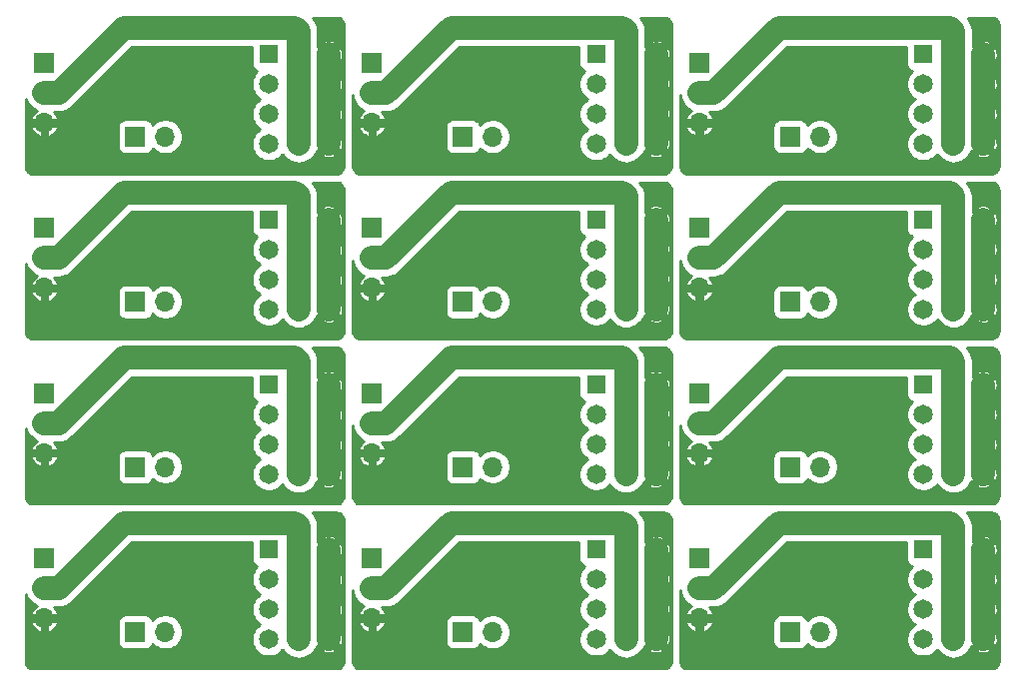
<source format=gbr>
G04 #@! TF.GenerationSoftware,KiCad,Pcbnew,(5.1.8)-1*
G04 #@! TF.CreationDate,2021-07-21T19:28:53-06:00*
G04 #@! TF.ProjectId,SBus-Decoder,53427573-2d44-4656-936f-6465722e6b69,rev?*
G04 #@! TF.SameCoordinates,Original*
G04 #@! TF.FileFunction,Copper,L2,Bot*
G04 #@! TF.FilePolarity,Positive*
%FSLAX46Y46*%
G04 Gerber Fmt 4.6, Leading zero omitted, Abs format (unit mm)*
G04 Created by KiCad (PCBNEW (5.1.8)-1) date 2021-07-21 19:28:53*
%MOMM*%
%LPD*%
G01*
G04 APERTURE LIST*
G04 #@! TA.AperFunction,ComponentPad*
%ADD10O,1.700000X1.700000*%
G04 #@! TD*
G04 #@! TA.AperFunction,ComponentPad*
%ADD11R,1.700000X1.700000*%
G04 #@! TD*
G04 #@! TA.AperFunction,ComponentPad*
%ADD12R,1.650000X1.650000*%
G04 #@! TD*
G04 #@! TA.AperFunction,ComponentPad*
%ADD13C,1.650000*%
G04 #@! TD*
G04 #@! TA.AperFunction,ViaPad*
%ADD14C,0.800000*%
G04 #@! TD*
G04 #@! TA.AperFunction,Conductor*
%ADD15C,2.000000*%
G04 #@! TD*
G04 #@! TA.AperFunction,Conductor*
%ADD16C,0.250000*%
G04 #@! TD*
G04 #@! TA.AperFunction,Conductor*
%ADD17C,0.254000*%
G04 #@! TD*
G04 #@! TA.AperFunction,Conductor*
%ADD18C,0.100000*%
G04 #@! TD*
G04 APERTURE END LIST*
D10*
X118250000Y-102750000D03*
D11*
X115710000Y-102750000D03*
D12*
X127000000Y-67750000D03*
D13*
X129540000Y-67750000D03*
X132080000Y-67750000D03*
X127000000Y-70290000D03*
X129540000Y-70290000D03*
X132080000Y-70290000D03*
X127000000Y-72830000D03*
X129540000Y-72830000D03*
X132080000Y-72830000D03*
X127000000Y-75370000D03*
X129540000Y-75370000D03*
X132080000Y-75370000D03*
D11*
X115710000Y-88750000D03*
D10*
X118250000Y-88750000D03*
D11*
X108000000Y-68500000D03*
D10*
X108000000Y-71040000D03*
X108000000Y-73580000D03*
X108000000Y-59580000D03*
X108000000Y-57040000D03*
D11*
X108000000Y-54500000D03*
D13*
X132080000Y-103370000D03*
X129540000Y-103370000D03*
X127000000Y-103370000D03*
X132080000Y-100830000D03*
X129540000Y-100830000D03*
X127000000Y-100830000D03*
X132080000Y-98290000D03*
X129540000Y-98290000D03*
X127000000Y-98290000D03*
X132080000Y-95750000D03*
X129540000Y-95750000D03*
D12*
X127000000Y-95750000D03*
D13*
X132080000Y-61370000D03*
X129540000Y-61370000D03*
X127000000Y-61370000D03*
X132080000Y-58830000D03*
X129540000Y-58830000D03*
X127000000Y-58830000D03*
X132080000Y-56290000D03*
X129540000Y-56290000D03*
X127000000Y-56290000D03*
X132080000Y-53750000D03*
X129540000Y-53750000D03*
D12*
X127000000Y-53750000D03*
D10*
X118250000Y-60750000D03*
D11*
X115710000Y-60750000D03*
X115710000Y-74750000D03*
D10*
X118250000Y-74750000D03*
D12*
X127000000Y-81750000D03*
D13*
X129540000Y-81750000D03*
X132080000Y-81750000D03*
X127000000Y-84290000D03*
X129540000Y-84290000D03*
X132080000Y-84290000D03*
X127000000Y-86830000D03*
X129540000Y-86830000D03*
X132080000Y-86830000D03*
X127000000Y-89370000D03*
X129540000Y-89370000D03*
X132080000Y-89370000D03*
D11*
X108000000Y-82500000D03*
D10*
X108000000Y-85040000D03*
X108000000Y-87580000D03*
X108000000Y-101580000D03*
X108000000Y-99040000D03*
D11*
X108000000Y-96500000D03*
X80250000Y-54500000D03*
D10*
X80250000Y-57040000D03*
X80250000Y-59580000D03*
D12*
X99250000Y-53750000D03*
D13*
X101790000Y-53750000D03*
X104330000Y-53750000D03*
X99250000Y-56290000D03*
X101790000Y-56290000D03*
X104330000Y-56290000D03*
X99250000Y-58830000D03*
X101790000Y-58830000D03*
X104330000Y-58830000D03*
X99250000Y-61370000D03*
X101790000Y-61370000D03*
X104330000Y-61370000D03*
D12*
X99250000Y-95750000D03*
D13*
X101790000Y-95750000D03*
X104330000Y-95750000D03*
X99250000Y-98290000D03*
X101790000Y-98290000D03*
X104330000Y-98290000D03*
X99250000Y-100830000D03*
X101790000Y-100830000D03*
X104330000Y-100830000D03*
X99250000Y-103370000D03*
X101790000Y-103370000D03*
X104330000Y-103370000D03*
D10*
X90500000Y-88750000D03*
D11*
X87960000Y-88750000D03*
D10*
X80250000Y-73580000D03*
X80250000Y-71040000D03*
D11*
X80250000Y-68500000D03*
D13*
X104330000Y-75370000D03*
X101790000Y-75370000D03*
X99250000Y-75370000D03*
X104330000Y-72830000D03*
X101790000Y-72830000D03*
X99250000Y-72830000D03*
X104330000Y-70290000D03*
X101790000Y-70290000D03*
X99250000Y-70290000D03*
X104330000Y-67750000D03*
X101790000Y-67750000D03*
D12*
X99250000Y-67750000D03*
D11*
X87960000Y-102750000D03*
D10*
X90500000Y-102750000D03*
X90500000Y-74750000D03*
D11*
X87960000Y-74750000D03*
D13*
X104330000Y-89370000D03*
X101790000Y-89370000D03*
X99250000Y-89370000D03*
X104330000Y-86830000D03*
X101790000Y-86830000D03*
X99250000Y-86830000D03*
X104330000Y-84290000D03*
X101790000Y-84290000D03*
X99250000Y-84290000D03*
X104330000Y-81750000D03*
X101790000Y-81750000D03*
D12*
X99250000Y-81750000D03*
D10*
X80250000Y-87580000D03*
X80250000Y-85040000D03*
D11*
X80250000Y-82500000D03*
X80250000Y-96500000D03*
D10*
X80250000Y-99040000D03*
X80250000Y-101580000D03*
D11*
X87960000Y-60750000D03*
D10*
X90500000Y-60750000D03*
D11*
X52500000Y-82500000D03*
D10*
X52500000Y-85040000D03*
X52500000Y-87580000D03*
D12*
X71500000Y-81750000D03*
D13*
X74040000Y-81750000D03*
X76580000Y-81750000D03*
X71500000Y-84290000D03*
X74040000Y-84290000D03*
X76580000Y-84290000D03*
X71500000Y-86830000D03*
X74040000Y-86830000D03*
X76580000Y-86830000D03*
X71500000Y-89370000D03*
X74040000Y-89370000D03*
X76580000Y-89370000D03*
D10*
X52500000Y-101580000D03*
X52500000Y-99040000D03*
D11*
X52500000Y-96500000D03*
D13*
X76580000Y-103370000D03*
X74040000Y-103370000D03*
X71500000Y-103370000D03*
X76580000Y-100830000D03*
X74040000Y-100830000D03*
X71500000Y-100830000D03*
X76580000Y-98290000D03*
X74040000Y-98290000D03*
X71500000Y-98290000D03*
X76580000Y-95750000D03*
X74040000Y-95750000D03*
D12*
X71500000Y-95750000D03*
D10*
X62750000Y-102750000D03*
D11*
X60210000Y-102750000D03*
X60210000Y-88750000D03*
D10*
X62750000Y-88750000D03*
D11*
X52500000Y-68500000D03*
D10*
X52500000Y-71040000D03*
X52500000Y-73580000D03*
D12*
X71500000Y-67750000D03*
D13*
X74040000Y-67750000D03*
X76580000Y-67750000D03*
X71500000Y-70290000D03*
X74040000Y-70290000D03*
X76580000Y-70290000D03*
X71500000Y-72830000D03*
X74040000Y-72830000D03*
X76580000Y-72830000D03*
X71500000Y-75370000D03*
X74040000Y-75370000D03*
X76580000Y-75370000D03*
D11*
X60210000Y-74750000D03*
D10*
X62750000Y-74750000D03*
X62750000Y-60750000D03*
D11*
X60210000Y-60750000D03*
D13*
X76580000Y-61370000D03*
X74040000Y-61370000D03*
X71500000Y-61370000D03*
X76580000Y-58830000D03*
X74040000Y-58830000D03*
X71500000Y-58830000D03*
X76580000Y-56290000D03*
X74040000Y-56290000D03*
X71500000Y-56290000D03*
X76580000Y-53750000D03*
X74040000Y-53750000D03*
D12*
X71500000Y-53750000D03*
D10*
X52500000Y-59580000D03*
X52500000Y-57040000D03*
D11*
X52500000Y-54500000D03*
D14*
X65500000Y-54000000D03*
X65750000Y-58500000D03*
X60500000Y-56500000D03*
X65500000Y-68000000D03*
X60500000Y-70500000D03*
X65750000Y-72500000D03*
X65500000Y-82000000D03*
X60500000Y-84500000D03*
X65750000Y-86500000D03*
X65750000Y-100500000D03*
X65500000Y-96000000D03*
X60500000Y-98500000D03*
X93250000Y-54000000D03*
X88250000Y-56500000D03*
X93500000Y-58500000D03*
X93250000Y-82000000D03*
X88250000Y-84500000D03*
X93500000Y-86500000D03*
X93500000Y-72500000D03*
X93250000Y-68000000D03*
X88250000Y-70500000D03*
X93500000Y-100500000D03*
X93250000Y-96000000D03*
X88250000Y-98500000D03*
X116000000Y-70500000D03*
X121000000Y-68000000D03*
X121250000Y-72500000D03*
X121000000Y-54000000D03*
X116000000Y-56500000D03*
X121000000Y-82000000D03*
X116000000Y-84500000D03*
X121250000Y-86500000D03*
X121250000Y-58500000D03*
X121250000Y-100500000D03*
X116000000Y-98500000D03*
X121000000Y-96000000D03*
D15*
X76580000Y-53750000D02*
X76580000Y-61370000D01*
X76580000Y-67750000D02*
X76580000Y-75370000D01*
X76580000Y-81750000D02*
X76580000Y-89370000D01*
X76580000Y-95750000D02*
X76580000Y-103370000D01*
X104330000Y-53750000D02*
X104330000Y-61370000D01*
X104330000Y-67750000D02*
X104330000Y-75370000D01*
X104330000Y-81750000D02*
X104330000Y-89370000D01*
X104330000Y-95750000D02*
X104330000Y-103370000D01*
X132080000Y-53750000D02*
X132080000Y-61370000D01*
X132080000Y-81750000D02*
X132080000Y-89370000D01*
X132080000Y-67750000D02*
X132080000Y-75370000D01*
X132080000Y-95750000D02*
X132080000Y-103370000D01*
X74040000Y-51790000D02*
X73750000Y-51500000D01*
X74040000Y-61370000D02*
X74040000Y-51790000D01*
X52500000Y-57040000D02*
X53710000Y-57040000D01*
X59250000Y-51500000D02*
X73750000Y-51500000D01*
X53710000Y-57040000D02*
X59250000Y-51500000D01*
X52500000Y-71040000D02*
X53710000Y-71040000D01*
X59250000Y-65500000D02*
X73750000Y-65500000D01*
X74040000Y-65790000D02*
X73750000Y-65500000D01*
X74040000Y-75370000D02*
X74040000Y-65790000D01*
X53710000Y-71040000D02*
X59250000Y-65500000D01*
X52500000Y-85040000D02*
X53710000Y-85040000D01*
X59250000Y-79500000D02*
X73750000Y-79500000D01*
X74040000Y-79790000D02*
X73750000Y-79500000D01*
X74040000Y-89370000D02*
X74040000Y-79790000D01*
X53710000Y-85040000D02*
X59250000Y-79500000D01*
X59250000Y-93500000D02*
X73750000Y-93500000D01*
X52500000Y-99040000D02*
X53710000Y-99040000D01*
X74040000Y-93790000D02*
X73750000Y-93500000D01*
X53710000Y-99040000D02*
X59250000Y-93500000D01*
X74040000Y-103370000D02*
X74040000Y-93790000D01*
X80250000Y-57040000D02*
X81460000Y-57040000D01*
X87000000Y-51500000D02*
X101500000Y-51500000D01*
X101790000Y-51790000D02*
X101500000Y-51500000D01*
X101790000Y-61370000D02*
X101790000Y-51790000D01*
X81460000Y-57040000D02*
X87000000Y-51500000D01*
X87000000Y-65500000D02*
X101500000Y-65500000D01*
X80250000Y-71040000D02*
X81460000Y-71040000D01*
X101790000Y-65790000D02*
X101500000Y-65500000D01*
X81460000Y-71040000D02*
X87000000Y-65500000D01*
X101790000Y-75370000D02*
X101790000Y-65790000D01*
X87000000Y-79500000D02*
X101500000Y-79500000D01*
X80250000Y-85040000D02*
X81460000Y-85040000D01*
X87000000Y-93500000D02*
X101500000Y-93500000D01*
X101790000Y-93790000D02*
X101500000Y-93500000D01*
X101790000Y-79790000D02*
X101500000Y-79500000D01*
X101790000Y-89370000D02*
X101790000Y-79790000D01*
X80250000Y-99040000D02*
X81460000Y-99040000D01*
X81460000Y-85040000D02*
X87000000Y-79500000D01*
X81460000Y-99040000D02*
X87000000Y-93500000D01*
X101790000Y-103370000D02*
X101790000Y-93790000D01*
X129540000Y-61370000D02*
X129540000Y-51790000D01*
X108000000Y-57040000D02*
X109210000Y-57040000D01*
X114750000Y-51500000D02*
X129250000Y-51500000D01*
X129540000Y-51790000D02*
X129250000Y-51500000D01*
X108000000Y-71040000D02*
X109210000Y-71040000D01*
X129540000Y-65790000D02*
X129250000Y-65500000D01*
X109210000Y-57040000D02*
X114750000Y-51500000D01*
X114750000Y-65500000D02*
X129250000Y-65500000D01*
X109210000Y-71040000D02*
X114750000Y-65500000D01*
X129540000Y-75370000D02*
X129540000Y-65790000D01*
X114750000Y-79500000D02*
X129250000Y-79500000D01*
X129540000Y-93790000D02*
X129250000Y-93500000D01*
X114750000Y-93500000D02*
X129250000Y-93500000D01*
X108000000Y-85040000D02*
X109210000Y-85040000D01*
X108000000Y-99040000D02*
X109210000Y-99040000D01*
X129540000Y-79790000D02*
X129250000Y-79500000D01*
X129540000Y-89370000D02*
X129540000Y-79790000D01*
X129540000Y-103370000D02*
X129540000Y-93790000D01*
X109210000Y-85040000D02*
X114750000Y-79500000D01*
X109210000Y-99040000D02*
X114750000Y-93500000D01*
D16*
X59500000Y-61250000D02*
X59500000Y-61000000D01*
X59500000Y-75250000D02*
X59500000Y-75000000D01*
X59500000Y-89250000D02*
X59500000Y-89000000D01*
X59500000Y-103250000D02*
X59500000Y-103000000D01*
X87250000Y-61250000D02*
X87250000Y-61000000D01*
X87250000Y-75250000D02*
X87250000Y-75000000D01*
X87250000Y-89250000D02*
X87250000Y-89000000D01*
X87250000Y-103250000D02*
X87250000Y-103000000D01*
X115000000Y-61250000D02*
X115000000Y-61000000D01*
X115000000Y-75250000D02*
X115000000Y-75000000D01*
X115000000Y-89250000D02*
X115000000Y-89000000D01*
X115000000Y-103250000D02*
X115000000Y-103000000D01*
D17*
X77491654Y-50694371D02*
X77619105Y-50774454D01*
X77725546Y-50880895D01*
X77805629Y-51008346D01*
X77855343Y-51150422D01*
X77873000Y-51307129D01*
X77873000Y-63192871D01*
X77855343Y-63349578D01*
X77805629Y-63491654D01*
X77725546Y-63619105D01*
X77619105Y-63725546D01*
X77491654Y-63805629D01*
X77349578Y-63855343D01*
X77192871Y-63873000D01*
X73911548Y-63873000D01*
X73830322Y-63865000D01*
X73830319Y-63865000D01*
X73750000Y-63857089D01*
X73669681Y-63865000D01*
X59330319Y-63865000D01*
X59249999Y-63857089D01*
X59169680Y-63865000D01*
X59169678Y-63865000D01*
X59088452Y-63873000D01*
X51557129Y-63873000D01*
X51400422Y-63855343D01*
X51258346Y-63805629D01*
X51130895Y-63725546D01*
X51024454Y-63619105D01*
X50944371Y-63491654D01*
X50935000Y-63464873D01*
X50935000Y-59989003D01*
X51343175Y-59989003D01*
X51392782Y-60108796D01*
X51517220Y-60314643D01*
X51679426Y-60492258D01*
X51873166Y-60634815D01*
X52090995Y-60736836D01*
X52277000Y-60692326D01*
X52277000Y-59803000D01*
X52723000Y-59803000D01*
X52723000Y-60692326D01*
X52909005Y-60736836D01*
X53126834Y-60634815D01*
X53320574Y-60492258D01*
X53482780Y-60314643D01*
X53607218Y-60108796D01*
X53656825Y-59989003D01*
X53634699Y-59900000D01*
X58721928Y-59900000D01*
X58721928Y-61600000D01*
X58734188Y-61724482D01*
X58770498Y-61844180D01*
X58829463Y-61954494D01*
X58908815Y-62051185D01*
X59005506Y-62130537D01*
X59115820Y-62189502D01*
X59235518Y-62225812D01*
X59360000Y-62238072D01*
X61060000Y-62238072D01*
X61184482Y-62225812D01*
X61304180Y-62189502D01*
X61414494Y-62130537D01*
X61511185Y-62051185D01*
X61590537Y-61954494D01*
X61649502Y-61844180D01*
X61671513Y-61771620D01*
X61803368Y-61903475D01*
X62046589Y-62065990D01*
X62316842Y-62177932D01*
X62603740Y-62235000D01*
X62896260Y-62235000D01*
X63183158Y-62177932D01*
X63453411Y-62065990D01*
X63696632Y-61903475D01*
X63903475Y-61696632D01*
X64065990Y-61453411D01*
X64177932Y-61183158D01*
X64235000Y-60896260D01*
X64235000Y-60603740D01*
X64177932Y-60316842D01*
X64065990Y-60046589D01*
X63903475Y-59803368D01*
X63696632Y-59596525D01*
X63453411Y-59434010D01*
X63183158Y-59322068D01*
X62896260Y-59265000D01*
X62603740Y-59265000D01*
X62316842Y-59322068D01*
X62046589Y-59434010D01*
X61803368Y-59596525D01*
X61671513Y-59728380D01*
X61649502Y-59655820D01*
X61590537Y-59545506D01*
X61511185Y-59448815D01*
X61414494Y-59369463D01*
X61304180Y-59310498D01*
X61184482Y-59274188D01*
X61060000Y-59261928D01*
X59360000Y-59261928D01*
X59235518Y-59274188D01*
X59115820Y-59310498D01*
X59005506Y-59369463D01*
X58908815Y-59448815D01*
X58829463Y-59545506D01*
X58770498Y-59655820D01*
X58734188Y-59775518D01*
X58721928Y-59900000D01*
X53634699Y-59900000D01*
X53610583Y-59803000D01*
X52723000Y-59803000D01*
X52277000Y-59803000D01*
X51389417Y-59803000D01*
X51343175Y-59989003D01*
X50935000Y-59989003D01*
X50935000Y-57513289D01*
X50982148Y-57668715D01*
X51133969Y-57952752D01*
X51338286Y-58201714D01*
X51587248Y-58406031D01*
X51846659Y-58544689D01*
X51679426Y-58667742D01*
X51517220Y-58845357D01*
X51392782Y-59051204D01*
X51343175Y-59170997D01*
X51389417Y-59357000D01*
X52277000Y-59357000D01*
X52277000Y-59337000D01*
X52723000Y-59337000D01*
X52723000Y-59357000D01*
X53610583Y-59357000D01*
X53656825Y-59170997D01*
X53607218Y-59051204D01*
X53482780Y-58845357D01*
X53327202Y-58675000D01*
X53629681Y-58675000D01*
X53710000Y-58682911D01*
X53790319Y-58675000D01*
X53790322Y-58675000D01*
X54030516Y-58651343D01*
X54338715Y-58557852D01*
X54622752Y-58406031D01*
X54871714Y-58201714D01*
X54922925Y-58139313D01*
X59927239Y-53135000D01*
X70036928Y-53135000D01*
X70036928Y-54575000D01*
X70049188Y-54699482D01*
X70085498Y-54819180D01*
X70144463Y-54929494D01*
X70223815Y-55026185D01*
X70320506Y-55105537D01*
X70430820Y-55164502D01*
X70530506Y-55194742D01*
X70365944Y-55359304D01*
X70206165Y-55598431D01*
X70096107Y-55864134D01*
X70040000Y-56146203D01*
X70040000Y-56433797D01*
X70096107Y-56715866D01*
X70206165Y-56981569D01*
X70365944Y-57220696D01*
X70569304Y-57424056D01*
X70772759Y-57560000D01*
X70569304Y-57695944D01*
X70365944Y-57899304D01*
X70206165Y-58138431D01*
X70096107Y-58404134D01*
X70040000Y-58686203D01*
X70040000Y-58973797D01*
X70096107Y-59255866D01*
X70206165Y-59521569D01*
X70365944Y-59760696D01*
X70569304Y-59964056D01*
X70772759Y-60100000D01*
X70569304Y-60235944D01*
X70365944Y-60439304D01*
X70206165Y-60678431D01*
X70096107Y-60944134D01*
X70040000Y-61226203D01*
X70040000Y-61513797D01*
X70096107Y-61795866D01*
X70206165Y-62061569D01*
X70365944Y-62300696D01*
X70569304Y-62504056D01*
X70808431Y-62663835D01*
X71074134Y-62773893D01*
X71356203Y-62830000D01*
X71643797Y-62830000D01*
X71925866Y-62773893D01*
X72191569Y-62663835D01*
X72430696Y-62504056D01*
X72634056Y-62300696D01*
X72661559Y-62259534D01*
X72673969Y-62282751D01*
X72878286Y-62531714D01*
X73127248Y-62736031D01*
X73411285Y-62887852D01*
X73719484Y-62981343D01*
X74040000Y-63012911D01*
X74360515Y-62981343D01*
X74668714Y-62887852D01*
X74952751Y-62736031D01*
X75201714Y-62531714D01*
X75392577Y-62299145D01*
X75966225Y-62299145D01*
X76062679Y-62461421D01*
X76285545Y-62541373D01*
X76519727Y-62576311D01*
X76756224Y-62564891D01*
X76985950Y-62507552D01*
X77097321Y-62461421D01*
X77193775Y-62299145D01*
X76580000Y-61685370D01*
X75966225Y-62299145D01*
X75392577Y-62299145D01*
X75406031Y-62282752D01*
X75557852Y-61998715D01*
X75575899Y-61939222D01*
X75650855Y-61983775D01*
X76264630Y-61370000D01*
X76895370Y-61370000D01*
X77509145Y-61983775D01*
X77671421Y-61887321D01*
X77751373Y-61664455D01*
X77786311Y-61430273D01*
X77774891Y-61193776D01*
X77717552Y-60964050D01*
X77671421Y-60852679D01*
X77509145Y-60756225D01*
X76895370Y-61370000D01*
X76264630Y-61370000D01*
X75675000Y-60780370D01*
X75675000Y-60440855D01*
X75966225Y-60440855D01*
X76580000Y-61054630D01*
X77193775Y-60440855D01*
X77097321Y-60278579D01*
X76874455Y-60198627D01*
X76640273Y-60163689D01*
X76403776Y-60175109D01*
X76174050Y-60232448D01*
X76062679Y-60278579D01*
X75966225Y-60440855D01*
X75675000Y-60440855D01*
X75675000Y-59759145D01*
X75966225Y-59759145D01*
X76062679Y-59921421D01*
X76285545Y-60001373D01*
X76519727Y-60036311D01*
X76756224Y-60024891D01*
X76985950Y-59967552D01*
X77097321Y-59921421D01*
X77193775Y-59759145D01*
X76580000Y-59145370D01*
X75966225Y-59759145D01*
X75675000Y-59759145D01*
X75675000Y-59419630D01*
X76264630Y-58830000D01*
X76895370Y-58830000D01*
X77509145Y-59443775D01*
X77671421Y-59347321D01*
X77751373Y-59124455D01*
X77786311Y-58890273D01*
X77774891Y-58653776D01*
X77717552Y-58424050D01*
X77671421Y-58312679D01*
X77509145Y-58216225D01*
X76895370Y-58830000D01*
X76264630Y-58830000D01*
X75675000Y-58240370D01*
X75675000Y-57900855D01*
X75966225Y-57900855D01*
X76580000Y-58514630D01*
X77193775Y-57900855D01*
X77097321Y-57738579D01*
X76874455Y-57658627D01*
X76640273Y-57623689D01*
X76403776Y-57635109D01*
X76174050Y-57692448D01*
X76062679Y-57738579D01*
X75966225Y-57900855D01*
X75675000Y-57900855D01*
X75675000Y-57219145D01*
X75966225Y-57219145D01*
X76062679Y-57381421D01*
X76285545Y-57461373D01*
X76519727Y-57496311D01*
X76756224Y-57484891D01*
X76985950Y-57427552D01*
X77097321Y-57381421D01*
X77193775Y-57219145D01*
X76580000Y-56605370D01*
X75966225Y-57219145D01*
X75675000Y-57219145D01*
X75675000Y-56879630D01*
X76264630Y-56290000D01*
X76895370Y-56290000D01*
X77509145Y-56903775D01*
X77671421Y-56807321D01*
X77751373Y-56584455D01*
X77786311Y-56350273D01*
X77774891Y-56113776D01*
X77717552Y-55884050D01*
X77671421Y-55772679D01*
X77509145Y-55676225D01*
X76895370Y-56290000D01*
X76264630Y-56290000D01*
X75675000Y-55700370D01*
X75675000Y-55360855D01*
X75966225Y-55360855D01*
X76580000Y-55974630D01*
X77193775Y-55360855D01*
X77097321Y-55198579D01*
X76874455Y-55118627D01*
X76640273Y-55083689D01*
X76403776Y-55095109D01*
X76174050Y-55152448D01*
X76062679Y-55198579D01*
X75966225Y-55360855D01*
X75675000Y-55360855D01*
X75675000Y-54679145D01*
X75966225Y-54679145D01*
X76062679Y-54841421D01*
X76285545Y-54921373D01*
X76519727Y-54956311D01*
X76756224Y-54944891D01*
X76985950Y-54887552D01*
X77097321Y-54841421D01*
X77193775Y-54679145D01*
X76580000Y-54065370D01*
X75966225Y-54679145D01*
X75675000Y-54679145D01*
X75675000Y-54339630D01*
X76264630Y-53750000D01*
X76895370Y-53750000D01*
X77509145Y-54363775D01*
X77671421Y-54267321D01*
X77751373Y-54044455D01*
X77786311Y-53810273D01*
X77774891Y-53573776D01*
X77717552Y-53344050D01*
X77671421Y-53232679D01*
X77509145Y-53136225D01*
X76895370Y-53750000D01*
X76264630Y-53750000D01*
X75675000Y-53160370D01*
X75675000Y-52820855D01*
X75966225Y-52820855D01*
X76580000Y-53434630D01*
X77193775Y-52820855D01*
X77097321Y-52658579D01*
X76874455Y-52578627D01*
X76640273Y-52543689D01*
X76403776Y-52555109D01*
X76174050Y-52612448D01*
X76062679Y-52658579D01*
X75966225Y-52820855D01*
X75675000Y-52820855D01*
X75675000Y-51870319D01*
X75682911Y-51790000D01*
X75675000Y-51709678D01*
X75651343Y-51469484D01*
X75557852Y-51161285D01*
X75406031Y-50877248D01*
X75248258Y-50685000D01*
X77464873Y-50685000D01*
X77491654Y-50694371D01*
G04 #@! TA.AperFunction,Conductor*
D18*
G36*
X77491654Y-50694371D02*
G01*
X77619105Y-50774454D01*
X77725546Y-50880895D01*
X77805629Y-51008346D01*
X77855343Y-51150422D01*
X77873000Y-51307129D01*
X77873000Y-63192871D01*
X77855343Y-63349578D01*
X77805629Y-63491654D01*
X77725546Y-63619105D01*
X77619105Y-63725546D01*
X77491654Y-63805629D01*
X77349578Y-63855343D01*
X77192871Y-63873000D01*
X73911548Y-63873000D01*
X73830322Y-63865000D01*
X73830319Y-63865000D01*
X73750000Y-63857089D01*
X73669681Y-63865000D01*
X59330319Y-63865000D01*
X59249999Y-63857089D01*
X59169680Y-63865000D01*
X59169678Y-63865000D01*
X59088452Y-63873000D01*
X51557129Y-63873000D01*
X51400422Y-63855343D01*
X51258346Y-63805629D01*
X51130895Y-63725546D01*
X51024454Y-63619105D01*
X50944371Y-63491654D01*
X50935000Y-63464873D01*
X50935000Y-59989003D01*
X51343175Y-59989003D01*
X51392782Y-60108796D01*
X51517220Y-60314643D01*
X51679426Y-60492258D01*
X51873166Y-60634815D01*
X52090995Y-60736836D01*
X52277000Y-60692326D01*
X52277000Y-59803000D01*
X52723000Y-59803000D01*
X52723000Y-60692326D01*
X52909005Y-60736836D01*
X53126834Y-60634815D01*
X53320574Y-60492258D01*
X53482780Y-60314643D01*
X53607218Y-60108796D01*
X53656825Y-59989003D01*
X53634699Y-59900000D01*
X58721928Y-59900000D01*
X58721928Y-61600000D01*
X58734188Y-61724482D01*
X58770498Y-61844180D01*
X58829463Y-61954494D01*
X58908815Y-62051185D01*
X59005506Y-62130537D01*
X59115820Y-62189502D01*
X59235518Y-62225812D01*
X59360000Y-62238072D01*
X61060000Y-62238072D01*
X61184482Y-62225812D01*
X61304180Y-62189502D01*
X61414494Y-62130537D01*
X61511185Y-62051185D01*
X61590537Y-61954494D01*
X61649502Y-61844180D01*
X61671513Y-61771620D01*
X61803368Y-61903475D01*
X62046589Y-62065990D01*
X62316842Y-62177932D01*
X62603740Y-62235000D01*
X62896260Y-62235000D01*
X63183158Y-62177932D01*
X63453411Y-62065990D01*
X63696632Y-61903475D01*
X63903475Y-61696632D01*
X64065990Y-61453411D01*
X64177932Y-61183158D01*
X64235000Y-60896260D01*
X64235000Y-60603740D01*
X64177932Y-60316842D01*
X64065990Y-60046589D01*
X63903475Y-59803368D01*
X63696632Y-59596525D01*
X63453411Y-59434010D01*
X63183158Y-59322068D01*
X62896260Y-59265000D01*
X62603740Y-59265000D01*
X62316842Y-59322068D01*
X62046589Y-59434010D01*
X61803368Y-59596525D01*
X61671513Y-59728380D01*
X61649502Y-59655820D01*
X61590537Y-59545506D01*
X61511185Y-59448815D01*
X61414494Y-59369463D01*
X61304180Y-59310498D01*
X61184482Y-59274188D01*
X61060000Y-59261928D01*
X59360000Y-59261928D01*
X59235518Y-59274188D01*
X59115820Y-59310498D01*
X59005506Y-59369463D01*
X58908815Y-59448815D01*
X58829463Y-59545506D01*
X58770498Y-59655820D01*
X58734188Y-59775518D01*
X58721928Y-59900000D01*
X53634699Y-59900000D01*
X53610583Y-59803000D01*
X52723000Y-59803000D01*
X52277000Y-59803000D01*
X51389417Y-59803000D01*
X51343175Y-59989003D01*
X50935000Y-59989003D01*
X50935000Y-57513289D01*
X50982148Y-57668715D01*
X51133969Y-57952752D01*
X51338286Y-58201714D01*
X51587248Y-58406031D01*
X51846659Y-58544689D01*
X51679426Y-58667742D01*
X51517220Y-58845357D01*
X51392782Y-59051204D01*
X51343175Y-59170997D01*
X51389417Y-59357000D01*
X52277000Y-59357000D01*
X52277000Y-59337000D01*
X52723000Y-59337000D01*
X52723000Y-59357000D01*
X53610583Y-59357000D01*
X53656825Y-59170997D01*
X53607218Y-59051204D01*
X53482780Y-58845357D01*
X53327202Y-58675000D01*
X53629681Y-58675000D01*
X53710000Y-58682911D01*
X53790319Y-58675000D01*
X53790322Y-58675000D01*
X54030516Y-58651343D01*
X54338715Y-58557852D01*
X54622752Y-58406031D01*
X54871714Y-58201714D01*
X54922925Y-58139313D01*
X59927239Y-53135000D01*
X70036928Y-53135000D01*
X70036928Y-54575000D01*
X70049188Y-54699482D01*
X70085498Y-54819180D01*
X70144463Y-54929494D01*
X70223815Y-55026185D01*
X70320506Y-55105537D01*
X70430820Y-55164502D01*
X70530506Y-55194742D01*
X70365944Y-55359304D01*
X70206165Y-55598431D01*
X70096107Y-55864134D01*
X70040000Y-56146203D01*
X70040000Y-56433797D01*
X70096107Y-56715866D01*
X70206165Y-56981569D01*
X70365944Y-57220696D01*
X70569304Y-57424056D01*
X70772759Y-57560000D01*
X70569304Y-57695944D01*
X70365944Y-57899304D01*
X70206165Y-58138431D01*
X70096107Y-58404134D01*
X70040000Y-58686203D01*
X70040000Y-58973797D01*
X70096107Y-59255866D01*
X70206165Y-59521569D01*
X70365944Y-59760696D01*
X70569304Y-59964056D01*
X70772759Y-60100000D01*
X70569304Y-60235944D01*
X70365944Y-60439304D01*
X70206165Y-60678431D01*
X70096107Y-60944134D01*
X70040000Y-61226203D01*
X70040000Y-61513797D01*
X70096107Y-61795866D01*
X70206165Y-62061569D01*
X70365944Y-62300696D01*
X70569304Y-62504056D01*
X70808431Y-62663835D01*
X71074134Y-62773893D01*
X71356203Y-62830000D01*
X71643797Y-62830000D01*
X71925866Y-62773893D01*
X72191569Y-62663835D01*
X72430696Y-62504056D01*
X72634056Y-62300696D01*
X72661559Y-62259534D01*
X72673969Y-62282751D01*
X72878286Y-62531714D01*
X73127248Y-62736031D01*
X73411285Y-62887852D01*
X73719484Y-62981343D01*
X74040000Y-63012911D01*
X74360515Y-62981343D01*
X74668714Y-62887852D01*
X74952751Y-62736031D01*
X75201714Y-62531714D01*
X75392577Y-62299145D01*
X75966225Y-62299145D01*
X76062679Y-62461421D01*
X76285545Y-62541373D01*
X76519727Y-62576311D01*
X76756224Y-62564891D01*
X76985950Y-62507552D01*
X77097321Y-62461421D01*
X77193775Y-62299145D01*
X76580000Y-61685370D01*
X75966225Y-62299145D01*
X75392577Y-62299145D01*
X75406031Y-62282752D01*
X75557852Y-61998715D01*
X75575899Y-61939222D01*
X75650855Y-61983775D01*
X76264630Y-61370000D01*
X76895370Y-61370000D01*
X77509145Y-61983775D01*
X77671421Y-61887321D01*
X77751373Y-61664455D01*
X77786311Y-61430273D01*
X77774891Y-61193776D01*
X77717552Y-60964050D01*
X77671421Y-60852679D01*
X77509145Y-60756225D01*
X76895370Y-61370000D01*
X76264630Y-61370000D01*
X75675000Y-60780370D01*
X75675000Y-60440855D01*
X75966225Y-60440855D01*
X76580000Y-61054630D01*
X77193775Y-60440855D01*
X77097321Y-60278579D01*
X76874455Y-60198627D01*
X76640273Y-60163689D01*
X76403776Y-60175109D01*
X76174050Y-60232448D01*
X76062679Y-60278579D01*
X75966225Y-60440855D01*
X75675000Y-60440855D01*
X75675000Y-59759145D01*
X75966225Y-59759145D01*
X76062679Y-59921421D01*
X76285545Y-60001373D01*
X76519727Y-60036311D01*
X76756224Y-60024891D01*
X76985950Y-59967552D01*
X77097321Y-59921421D01*
X77193775Y-59759145D01*
X76580000Y-59145370D01*
X75966225Y-59759145D01*
X75675000Y-59759145D01*
X75675000Y-59419630D01*
X76264630Y-58830000D01*
X76895370Y-58830000D01*
X77509145Y-59443775D01*
X77671421Y-59347321D01*
X77751373Y-59124455D01*
X77786311Y-58890273D01*
X77774891Y-58653776D01*
X77717552Y-58424050D01*
X77671421Y-58312679D01*
X77509145Y-58216225D01*
X76895370Y-58830000D01*
X76264630Y-58830000D01*
X75675000Y-58240370D01*
X75675000Y-57900855D01*
X75966225Y-57900855D01*
X76580000Y-58514630D01*
X77193775Y-57900855D01*
X77097321Y-57738579D01*
X76874455Y-57658627D01*
X76640273Y-57623689D01*
X76403776Y-57635109D01*
X76174050Y-57692448D01*
X76062679Y-57738579D01*
X75966225Y-57900855D01*
X75675000Y-57900855D01*
X75675000Y-57219145D01*
X75966225Y-57219145D01*
X76062679Y-57381421D01*
X76285545Y-57461373D01*
X76519727Y-57496311D01*
X76756224Y-57484891D01*
X76985950Y-57427552D01*
X77097321Y-57381421D01*
X77193775Y-57219145D01*
X76580000Y-56605370D01*
X75966225Y-57219145D01*
X75675000Y-57219145D01*
X75675000Y-56879630D01*
X76264630Y-56290000D01*
X76895370Y-56290000D01*
X77509145Y-56903775D01*
X77671421Y-56807321D01*
X77751373Y-56584455D01*
X77786311Y-56350273D01*
X77774891Y-56113776D01*
X77717552Y-55884050D01*
X77671421Y-55772679D01*
X77509145Y-55676225D01*
X76895370Y-56290000D01*
X76264630Y-56290000D01*
X75675000Y-55700370D01*
X75675000Y-55360855D01*
X75966225Y-55360855D01*
X76580000Y-55974630D01*
X77193775Y-55360855D01*
X77097321Y-55198579D01*
X76874455Y-55118627D01*
X76640273Y-55083689D01*
X76403776Y-55095109D01*
X76174050Y-55152448D01*
X76062679Y-55198579D01*
X75966225Y-55360855D01*
X75675000Y-55360855D01*
X75675000Y-54679145D01*
X75966225Y-54679145D01*
X76062679Y-54841421D01*
X76285545Y-54921373D01*
X76519727Y-54956311D01*
X76756224Y-54944891D01*
X76985950Y-54887552D01*
X77097321Y-54841421D01*
X77193775Y-54679145D01*
X76580000Y-54065370D01*
X75966225Y-54679145D01*
X75675000Y-54679145D01*
X75675000Y-54339630D01*
X76264630Y-53750000D01*
X76895370Y-53750000D01*
X77509145Y-54363775D01*
X77671421Y-54267321D01*
X77751373Y-54044455D01*
X77786311Y-53810273D01*
X77774891Y-53573776D01*
X77717552Y-53344050D01*
X77671421Y-53232679D01*
X77509145Y-53136225D01*
X76895370Y-53750000D01*
X76264630Y-53750000D01*
X75675000Y-53160370D01*
X75675000Y-52820855D01*
X75966225Y-52820855D01*
X76580000Y-53434630D01*
X77193775Y-52820855D01*
X77097321Y-52658579D01*
X76874455Y-52578627D01*
X76640273Y-52543689D01*
X76403776Y-52555109D01*
X76174050Y-52612448D01*
X76062679Y-52658579D01*
X75966225Y-52820855D01*
X75675000Y-52820855D01*
X75675000Y-51870319D01*
X75682911Y-51790000D01*
X75675000Y-51709678D01*
X75651343Y-51469484D01*
X75557852Y-51161285D01*
X75406031Y-50877248D01*
X75248258Y-50685000D01*
X77464873Y-50685000D01*
X77491654Y-50694371D01*
G37*
G04 #@! TD.AperFunction*
D17*
X77349578Y-64644657D02*
X77491654Y-64694371D01*
X77619105Y-64774454D01*
X77725546Y-64880895D01*
X77805629Y-65008346D01*
X77855343Y-65150422D01*
X77873000Y-65307129D01*
X77873000Y-77192871D01*
X77855343Y-77349578D01*
X77805629Y-77491654D01*
X77725546Y-77619105D01*
X77619105Y-77725546D01*
X77491654Y-77805629D01*
X77349578Y-77855343D01*
X77192871Y-77873000D01*
X73911548Y-77873000D01*
X73830322Y-77865000D01*
X73830319Y-77865000D01*
X73750000Y-77857089D01*
X73669681Y-77865000D01*
X59330319Y-77865000D01*
X59249999Y-77857089D01*
X59169680Y-77865000D01*
X59169678Y-77865000D01*
X59088452Y-77873000D01*
X51557129Y-77873000D01*
X51400422Y-77855343D01*
X51258346Y-77805629D01*
X51130895Y-77725546D01*
X51024454Y-77619105D01*
X50944371Y-77491654D01*
X50935000Y-77464873D01*
X50935000Y-73989003D01*
X51343175Y-73989003D01*
X51392782Y-74108796D01*
X51517220Y-74314643D01*
X51679426Y-74492258D01*
X51873166Y-74634815D01*
X52090995Y-74736836D01*
X52277000Y-74692326D01*
X52277000Y-73803000D01*
X52723000Y-73803000D01*
X52723000Y-74692326D01*
X52909005Y-74736836D01*
X53126834Y-74634815D01*
X53320574Y-74492258D01*
X53482780Y-74314643D01*
X53607218Y-74108796D01*
X53656825Y-73989003D01*
X53634699Y-73900000D01*
X58721928Y-73900000D01*
X58721928Y-75600000D01*
X58734188Y-75724482D01*
X58770498Y-75844180D01*
X58829463Y-75954494D01*
X58908815Y-76051185D01*
X59005506Y-76130537D01*
X59115820Y-76189502D01*
X59235518Y-76225812D01*
X59360000Y-76238072D01*
X61060000Y-76238072D01*
X61184482Y-76225812D01*
X61304180Y-76189502D01*
X61414494Y-76130537D01*
X61511185Y-76051185D01*
X61590537Y-75954494D01*
X61649502Y-75844180D01*
X61671513Y-75771620D01*
X61803368Y-75903475D01*
X62046589Y-76065990D01*
X62316842Y-76177932D01*
X62603740Y-76235000D01*
X62896260Y-76235000D01*
X63183158Y-76177932D01*
X63453411Y-76065990D01*
X63696632Y-75903475D01*
X63903475Y-75696632D01*
X64065990Y-75453411D01*
X64177932Y-75183158D01*
X64235000Y-74896260D01*
X64235000Y-74603740D01*
X64177932Y-74316842D01*
X64065990Y-74046589D01*
X63903475Y-73803368D01*
X63696632Y-73596525D01*
X63453411Y-73434010D01*
X63183158Y-73322068D01*
X62896260Y-73265000D01*
X62603740Y-73265000D01*
X62316842Y-73322068D01*
X62046589Y-73434010D01*
X61803368Y-73596525D01*
X61671513Y-73728380D01*
X61649502Y-73655820D01*
X61590537Y-73545506D01*
X61511185Y-73448815D01*
X61414494Y-73369463D01*
X61304180Y-73310498D01*
X61184482Y-73274188D01*
X61060000Y-73261928D01*
X59360000Y-73261928D01*
X59235518Y-73274188D01*
X59115820Y-73310498D01*
X59005506Y-73369463D01*
X58908815Y-73448815D01*
X58829463Y-73545506D01*
X58770498Y-73655820D01*
X58734188Y-73775518D01*
X58721928Y-73900000D01*
X53634699Y-73900000D01*
X53610583Y-73803000D01*
X52723000Y-73803000D01*
X52277000Y-73803000D01*
X51389417Y-73803000D01*
X51343175Y-73989003D01*
X50935000Y-73989003D01*
X50935000Y-71513289D01*
X50982148Y-71668715D01*
X51133969Y-71952752D01*
X51338286Y-72201714D01*
X51587248Y-72406031D01*
X51846659Y-72544689D01*
X51679426Y-72667742D01*
X51517220Y-72845357D01*
X51392782Y-73051204D01*
X51343175Y-73170997D01*
X51389417Y-73357000D01*
X52277000Y-73357000D01*
X52277000Y-73337000D01*
X52723000Y-73337000D01*
X52723000Y-73357000D01*
X53610583Y-73357000D01*
X53656825Y-73170997D01*
X53607218Y-73051204D01*
X53482780Y-72845357D01*
X53327202Y-72675000D01*
X53629681Y-72675000D01*
X53710000Y-72682911D01*
X53790319Y-72675000D01*
X53790322Y-72675000D01*
X54030516Y-72651343D01*
X54338715Y-72557852D01*
X54622752Y-72406031D01*
X54871714Y-72201714D01*
X54922925Y-72139313D01*
X59927239Y-67135000D01*
X70036928Y-67135000D01*
X70036928Y-68575000D01*
X70049188Y-68699482D01*
X70085498Y-68819180D01*
X70144463Y-68929494D01*
X70223815Y-69026185D01*
X70320506Y-69105537D01*
X70430820Y-69164502D01*
X70530506Y-69194742D01*
X70365944Y-69359304D01*
X70206165Y-69598431D01*
X70096107Y-69864134D01*
X70040000Y-70146203D01*
X70040000Y-70433797D01*
X70096107Y-70715866D01*
X70206165Y-70981569D01*
X70365944Y-71220696D01*
X70569304Y-71424056D01*
X70772759Y-71560000D01*
X70569304Y-71695944D01*
X70365944Y-71899304D01*
X70206165Y-72138431D01*
X70096107Y-72404134D01*
X70040000Y-72686203D01*
X70040000Y-72973797D01*
X70096107Y-73255866D01*
X70206165Y-73521569D01*
X70365944Y-73760696D01*
X70569304Y-73964056D01*
X70772759Y-74100000D01*
X70569304Y-74235944D01*
X70365944Y-74439304D01*
X70206165Y-74678431D01*
X70096107Y-74944134D01*
X70040000Y-75226203D01*
X70040000Y-75513797D01*
X70096107Y-75795866D01*
X70206165Y-76061569D01*
X70365944Y-76300696D01*
X70569304Y-76504056D01*
X70808431Y-76663835D01*
X71074134Y-76773893D01*
X71356203Y-76830000D01*
X71643797Y-76830000D01*
X71925866Y-76773893D01*
X72191569Y-76663835D01*
X72430696Y-76504056D01*
X72634056Y-76300696D01*
X72661559Y-76259534D01*
X72673969Y-76282751D01*
X72878286Y-76531714D01*
X73127248Y-76736031D01*
X73411285Y-76887852D01*
X73719484Y-76981343D01*
X74040000Y-77012911D01*
X74360515Y-76981343D01*
X74668714Y-76887852D01*
X74952751Y-76736031D01*
X75201714Y-76531714D01*
X75392577Y-76299145D01*
X75966225Y-76299145D01*
X76062679Y-76461421D01*
X76285545Y-76541373D01*
X76519727Y-76576311D01*
X76756224Y-76564891D01*
X76985950Y-76507552D01*
X77097321Y-76461421D01*
X77193775Y-76299145D01*
X76580000Y-75685370D01*
X75966225Y-76299145D01*
X75392577Y-76299145D01*
X75406031Y-76282752D01*
X75557852Y-75998715D01*
X75575899Y-75939222D01*
X75650855Y-75983775D01*
X76264630Y-75370000D01*
X76895370Y-75370000D01*
X77509145Y-75983775D01*
X77671421Y-75887321D01*
X77751373Y-75664455D01*
X77786311Y-75430273D01*
X77774891Y-75193776D01*
X77717552Y-74964050D01*
X77671421Y-74852679D01*
X77509145Y-74756225D01*
X76895370Y-75370000D01*
X76264630Y-75370000D01*
X75675000Y-74780370D01*
X75675000Y-74440855D01*
X75966225Y-74440855D01*
X76580000Y-75054630D01*
X77193775Y-74440855D01*
X77097321Y-74278579D01*
X76874455Y-74198627D01*
X76640273Y-74163689D01*
X76403776Y-74175109D01*
X76174050Y-74232448D01*
X76062679Y-74278579D01*
X75966225Y-74440855D01*
X75675000Y-74440855D01*
X75675000Y-73759145D01*
X75966225Y-73759145D01*
X76062679Y-73921421D01*
X76285545Y-74001373D01*
X76519727Y-74036311D01*
X76756224Y-74024891D01*
X76985950Y-73967552D01*
X77097321Y-73921421D01*
X77193775Y-73759145D01*
X76580000Y-73145370D01*
X75966225Y-73759145D01*
X75675000Y-73759145D01*
X75675000Y-73419630D01*
X76264630Y-72830000D01*
X76895370Y-72830000D01*
X77509145Y-73443775D01*
X77671421Y-73347321D01*
X77751373Y-73124455D01*
X77786311Y-72890273D01*
X77774891Y-72653776D01*
X77717552Y-72424050D01*
X77671421Y-72312679D01*
X77509145Y-72216225D01*
X76895370Y-72830000D01*
X76264630Y-72830000D01*
X75675000Y-72240370D01*
X75675000Y-71900855D01*
X75966225Y-71900855D01*
X76580000Y-72514630D01*
X77193775Y-71900855D01*
X77097321Y-71738579D01*
X76874455Y-71658627D01*
X76640273Y-71623689D01*
X76403776Y-71635109D01*
X76174050Y-71692448D01*
X76062679Y-71738579D01*
X75966225Y-71900855D01*
X75675000Y-71900855D01*
X75675000Y-71219145D01*
X75966225Y-71219145D01*
X76062679Y-71381421D01*
X76285545Y-71461373D01*
X76519727Y-71496311D01*
X76756224Y-71484891D01*
X76985950Y-71427552D01*
X77097321Y-71381421D01*
X77193775Y-71219145D01*
X76580000Y-70605370D01*
X75966225Y-71219145D01*
X75675000Y-71219145D01*
X75675000Y-70879630D01*
X76264630Y-70290000D01*
X76895370Y-70290000D01*
X77509145Y-70903775D01*
X77671421Y-70807321D01*
X77751373Y-70584455D01*
X77786311Y-70350273D01*
X77774891Y-70113776D01*
X77717552Y-69884050D01*
X77671421Y-69772679D01*
X77509145Y-69676225D01*
X76895370Y-70290000D01*
X76264630Y-70290000D01*
X75675000Y-69700370D01*
X75675000Y-69360855D01*
X75966225Y-69360855D01*
X76580000Y-69974630D01*
X77193775Y-69360855D01*
X77097321Y-69198579D01*
X76874455Y-69118627D01*
X76640273Y-69083689D01*
X76403776Y-69095109D01*
X76174050Y-69152448D01*
X76062679Y-69198579D01*
X75966225Y-69360855D01*
X75675000Y-69360855D01*
X75675000Y-68679145D01*
X75966225Y-68679145D01*
X76062679Y-68841421D01*
X76285545Y-68921373D01*
X76519727Y-68956311D01*
X76756224Y-68944891D01*
X76985950Y-68887552D01*
X77097321Y-68841421D01*
X77193775Y-68679145D01*
X76580000Y-68065370D01*
X75966225Y-68679145D01*
X75675000Y-68679145D01*
X75675000Y-68339630D01*
X76264630Y-67750000D01*
X76895370Y-67750000D01*
X77509145Y-68363775D01*
X77671421Y-68267321D01*
X77751373Y-68044455D01*
X77786311Y-67810273D01*
X77774891Y-67573776D01*
X77717552Y-67344050D01*
X77671421Y-67232679D01*
X77509145Y-67136225D01*
X76895370Y-67750000D01*
X76264630Y-67750000D01*
X75675000Y-67160370D01*
X75675000Y-66820855D01*
X75966225Y-66820855D01*
X76580000Y-67434630D01*
X77193775Y-66820855D01*
X77097321Y-66658579D01*
X76874455Y-66578627D01*
X76640273Y-66543689D01*
X76403776Y-66555109D01*
X76174050Y-66612448D01*
X76062679Y-66658579D01*
X75966225Y-66820855D01*
X75675000Y-66820855D01*
X75675000Y-65870319D01*
X75682911Y-65790000D01*
X75675000Y-65709678D01*
X75651343Y-65469484D01*
X75557852Y-65161285D01*
X75406031Y-64877248D01*
X75201714Y-64628286D01*
X75200147Y-64627000D01*
X77192871Y-64627000D01*
X77349578Y-64644657D01*
G04 #@! TA.AperFunction,Conductor*
D18*
G36*
X77349578Y-64644657D02*
G01*
X77491654Y-64694371D01*
X77619105Y-64774454D01*
X77725546Y-64880895D01*
X77805629Y-65008346D01*
X77855343Y-65150422D01*
X77873000Y-65307129D01*
X77873000Y-77192871D01*
X77855343Y-77349578D01*
X77805629Y-77491654D01*
X77725546Y-77619105D01*
X77619105Y-77725546D01*
X77491654Y-77805629D01*
X77349578Y-77855343D01*
X77192871Y-77873000D01*
X73911548Y-77873000D01*
X73830322Y-77865000D01*
X73830319Y-77865000D01*
X73750000Y-77857089D01*
X73669681Y-77865000D01*
X59330319Y-77865000D01*
X59249999Y-77857089D01*
X59169680Y-77865000D01*
X59169678Y-77865000D01*
X59088452Y-77873000D01*
X51557129Y-77873000D01*
X51400422Y-77855343D01*
X51258346Y-77805629D01*
X51130895Y-77725546D01*
X51024454Y-77619105D01*
X50944371Y-77491654D01*
X50935000Y-77464873D01*
X50935000Y-73989003D01*
X51343175Y-73989003D01*
X51392782Y-74108796D01*
X51517220Y-74314643D01*
X51679426Y-74492258D01*
X51873166Y-74634815D01*
X52090995Y-74736836D01*
X52277000Y-74692326D01*
X52277000Y-73803000D01*
X52723000Y-73803000D01*
X52723000Y-74692326D01*
X52909005Y-74736836D01*
X53126834Y-74634815D01*
X53320574Y-74492258D01*
X53482780Y-74314643D01*
X53607218Y-74108796D01*
X53656825Y-73989003D01*
X53634699Y-73900000D01*
X58721928Y-73900000D01*
X58721928Y-75600000D01*
X58734188Y-75724482D01*
X58770498Y-75844180D01*
X58829463Y-75954494D01*
X58908815Y-76051185D01*
X59005506Y-76130537D01*
X59115820Y-76189502D01*
X59235518Y-76225812D01*
X59360000Y-76238072D01*
X61060000Y-76238072D01*
X61184482Y-76225812D01*
X61304180Y-76189502D01*
X61414494Y-76130537D01*
X61511185Y-76051185D01*
X61590537Y-75954494D01*
X61649502Y-75844180D01*
X61671513Y-75771620D01*
X61803368Y-75903475D01*
X62046589Y-76065990D01*
X62316842Y-76177932D01*
X62603740Y-76235000D01*
X62896260Y-76235000D01*
X63183158Y-76177932D01*
X63453411Y-76065990D01*
X63696632Y-75903475D01*
X63903475Y-75696632D01*
X64065990Y-75453411D01*
X64177932Y-75183158D01*
X64235000Y-74896260D01*
X64235000Y-74603740D01*
X64177932Y-74316842D01*
X64065990Y-74046589D01*
X63903475Y-73803368D01*
X63696632Y-73596525D01*
X63453411Y-73434010D01*
X63183158Y-73322068D01*
X62896260Y-73265000D01*
X62603740Y-73265000D01*
X62316842Y-73322068D01*
X62046589Y-73434010D01*
X61803368Y-73596525D01*
X61671513Y-73728380D01*
X61649502Y-73655820D01*
X61590537Y-73545506D01*
X61511185Y-73448815D01*
X61414494Y-73369463D01*
X61304180Y-73310498D01*
X61184482Y-73274188D01*
X61060000Y-73261928D01*
X59360000Y-73261928D01*
X59235518Y-73274188D01*
X59115820Y-73310498D01*
X59005506Y-73369463D01*
X58908815Y-73448815D01*
X58829463Y-73545506D01*
X58770498Y-73655820D01*
X58734188Y-73775518D01*
X58721928Y-73900000D01*
X53634699Y-73900000D01*
X53610583Y-73803000D01*
X52723000Y-73803000D01*
X52277000Y-73803000D01*
X51389417Y-73803000D01*
X51343175Y-73989003D01*
X50935000Y-73989003D01*
X50935000Y-71513289D01*
X50982148Y-71668715D01*
X51133969Y-71952752D01*
X51338286Y-72201714D01*
X51587248Y-72406031D01*
X51846659Y-72544689D01*
X51679426Y-72667742D01*
X51517220Y-72845357D01*
X51392782Y-73051204D01*
X51343175Y-73170997D01*
X51389417Y-73357000D01*
X52277000Y-73357000D01*
X52277000Y-73337000D01*
X52723000Y-73337000D01*
X52723000Y-73357000D01*
X53610583Y-73357000D01*
X53656825Y-73170997D01*
X53607218Y-73051204D01*
X53482780Y-72845357D01*
X53327202Y-72675000D01*
X53629681Y-72675000D01*
X53710000Y-72682911D01*
X53790319Y-72675000D01*
X53790322Y-72675000D01*
X54030516Y-72651343D01*
X54338715Y-72557852D01*
X54622752Y-72406031D01*
X54871714Y-72201714D01*
X54922925Y-72139313D01*
X59927239Y-67135000D01*
X70036928Y-67135000D01*
X70036928Y-68575000D01*
X70049188Y-68699482D01*
X70085498Y-68819180D01*
X70144463Y-68929494D01*
X70223815Y-69026185D01*
X70320506Y-69105537D01*
X70430820Y-69164502D01*
X70530506Y-69194742D01*
X70365944Y-69359304D01*
X70206165Y-69598431D01*
X70096107Y-69864134D01*
X70040000Y-70146203D01*
X70040000Y-70433797D01*
X70096107Y-70715866D01*
X70206165Y-70981569D01*
X70365944Y-71220696D01*
X70569304Y-71424056D01*
X70772759Y-71560000D01*
X70569304Y-71695944D01*
X70365944Y-71899304D01*
X70206165Y-72138431D01*
X70096107Y-72404134D01*
X70040000Y-72686203D01*
X70040000Y-72973797D01*
X70096107Y-73255866D01*
X70206165Y-73521569D01*
X70365944Y-73760696D01*
X70569304Y-73964056D01*
X70772759Y-74100000D01*
X70569304Y-74235944D01*
X70365944Y-74439304D01*
X70206165Y-74678431D01*
X70096107Y-74944134D01*
X70040000Y-75226203D01*
X70040000Y-75513797D01*
X70096107Y-75795866D01*
X70206165Y-76061569D01*
X70365944Y-76300696D01*
X70569304Y-76504056D01*
X70808431Y-76663835D01*
X71074134Y-76773893D01*
X71356203Y-76830000D01*
X71643797Y-76830000D01*
X71925866Y-76773893D01*
X72191569Y-76663835D01*
X72430696Y-76504056D01*
X72634056Y-76300696D01*
X72661559Y-76259534D01*
X72673969Y-76282751D01*
X72878286Y-76531714D01*
X73127248Y-76736031D01*
X73411285Y-76887852D01*
X73719484Y-76981343D01*
X74040000Y-77012911D01*
X74360515Y-76981343D01*
X74668714Y-76887852D01*
X74952751Y-76736031D01*
X75201714Y-76531714D01*
X75392577Y-76299145D01*
X75966225Y-76299145D01*
X76062679Y-76461421D01*
X76285545Y-76541373D01*
X76519727Y-76576311D01*
X76756224Y-76564891D01*
X76985950Y-76507552D01*
X77097321Y-76461421D01*
X77193775Y-76299145D01*
X76580000Y-75685370D01*
X75966225Y-76299145D01*
X75392577Y-76299145D01*
X75406031Y-76282752D01*
X75557852Y-75998715D01*
X75575899Y-75939222D01*
X75650855Y-75983775D01*
X76264630Y-75370000D01*
X76895370Y-75370000D01*
X77509145Y-75983775D01*
X77671421Y-75887321D01*
X77751373Y-75664455D01*
X77786311Y-75430273D01*
X77774891Y-75193776D01*
X77717552Y-74964050D01*
X77671421Y-74852679D01*
X77509145Y-74756225D01*
X76895370Y-75370000D01*
X76264630Y-75370000D01*
X75675000Y-74780370D01*
X75675000Y-74440855D01*
X75966225Y-74440855D01*
X76580000Y-75054630D01*
X77193775Y-74440855D01*
X77097321Y-74278579D01*
X76874455Y-74198627D01*
X76640273Y-74163689D01*
X76403776Y-74175109D01*
X76174050Y-74232448D01*
X76062679Y-74278579D01*
X75966225Y-74440855D01*
X75675000Y-74440855D01*
X75675000Y-73759145D01*
X75966225Y-73759145D01*
X76062679Y-73921421D01*
X76285545Y-74001373D01*
X76519727Y-74036311D01*
X76756224Y-74024891D01*
X76985950Y-73967552D01*
X77097321Y-73921421D01*
X77193775Y-73759145D01*
X76580000Y-73145370D01*
X75966225Y-73759145D01*
X75675000Y-73759145D01*
X75675000Y-73419630D01*
X76264630Y-72830000D01*
X76895370Y-72830000D01*
X77509145Y-73443775D01*
X77671421Y-73347321D01*
X77751373Y-73124455D01*
X77786311Y-72890273D01*
X77774891Y-72653776D01*
X77717552Y-72424050D01*
X77671421Y-72312679D01*
X77509145Y-72216225D01*
X76895370Y-72830000D01*
X76264630Y-72830000D01*
X75675000Y-72240370D01*
X75675000Y-71900855D01*
X75966225Y-71900855D01*
X76580000Y-72514630D01*
X77193775Y-71900855D01*
X77097321Y-71738579D01*
X76874455Y-71658627D01*
X76640273Y-71623689D01*
X76403776Y-71635109D01*
X76174050Y-71692448D01*
X76062679Y-71738579D01*
X75966225Y-71900855D01*
X75675000Y-71900855D01*
X75675000Y-71219145D01*
X75966225Y-71219145D01*
X76062679Y-71381421D01*
X76285545Y-71461373D01*
X76519727Y-71496311D01*
X76756224Y-71484891D01*
X76985950Y-71427552D01*
X77097321Y-71381421D01*
X77193775Y-71219145D01*
X76580000Y-70605370D01*
X75966225Y-71219145D01*
X75675000Y-71219145D01*
X75675000Y-70879630D01*
X76264630Y-70290000D01*
X76895370Y-70290000D01*
X77509145Y-70903775D01*
X77671421Y-70807321D01*
X77751373Y-70584455D01*
X77786311Y-70350273D01*
X77774891Y-70113776D01*
X77717552Y-69884050D01*
X77671421Y-69772679D01*
X77509145Y-69676225D01*
X76895370Y-70290000D01*
X76264630Y-70290000D01*
X75675000Y-69700370D01*
X75675000Y-69360855D01*
X75966225Y-69360855D01*
X76580000Y-69974630D01*
X77193775Y-69360855D01*
X77097321Y-69198579D01*
X76874455Y-69118627D01*
X76640273Y-69083689D01*
X76403776Y-69095109D01*
X76174050Y-69152448D01*
X76062679Y-69198579D01*
X75966225Y-69360855D01*
X75675000Y-69360855D01*
X75675000Y-68679145D01*
X75966225Y-68679145D01*
X76062679Y-68841421D01*
X76285545Y-68921373D01*
X76519727Y-68956311D01*
X76756224Y-68944891D01*
X76985950Y-68887552D01*
X77097321Y-68841421D01*
X77193775Y-68679145D01*
X76580000Y-68065370D01*
X75966225Y-68679145D01*
X75675000Y-68679145D01*
X75675000Y-68339630D01*
X76264630Y-67750000D01*
X76895370Y-67750000D01*
X77509145Y-68363775D01*
X77671421Y-68267321D01*
X77751373Y-68044455D01*
X77786311Y-67810273D01*
X77774891Y-67573776D01*
X77717552Y-67344050D01*
X77671421Y-67232679D01*
X77509145Y-67136225D01*
X76895370Y-67750000D01*
X76264630Y-67750000D01*
X75675000Y-67160370D01*
X75675000Y-66820855D01*
X75966225Y-66820855D01*
X76580000Y-67434630D01*
X77193775Y-66820855D01*
X77097321Y-66658579D01*
X76874455Y-66578627D01*
X76640273Y-66543689D01*
X76403776Y-66555109D01*
X76174050Y-66612448D01*
X76062679Y-66658579D01*
X75966225Y-66820855D01*
X75675000Y-66820855D01*
X75675000Y-65870319D01*
X75682911Y-65790000D01*
X75675000Y-65709678D01*
X75651343Y-65469484D01*
X75557852Y-65161285D01*
X75406031Y-64877248D01*
X75201714Y-64628286D01*
X75200147Y-64627000D01*
X77192871Y-64627000D01*
X77349578Y-64644657D01*
G37*
G04 #@! TD.AperFunction*
D17*
X77349578Y-78644657D02*
X77491654Y-78694371D01*
X77619105Y-78774454D01*
X77725546Y-78880895D01*
X77805629Y-79008346D01*
X77855343Y-79150422D01*
X77873000Y-79307129D01*
X77873000Y-91192871D01*
X77855343Y-91349578D01*
X77805629Y-91491654D01*
X77725546Y-91619105D01*
X77619105Y-91725546D01*
X77491654Y-91805629D01*
X77349578Y-91855343D01*
X77192871Y-91873000D01*
X73911548Y-91873000D01*
X73830322Y-91865000D01*
X73830319Y-91865000D01*
X73750000Y-91857089D01*
X73669681Y-91865000D01*
X59330319Y-91865000D01*
X59249999Y-91857089D01*
X59169680Y-91865000D01*
X59169678Y-91865000D01*
X59088452Y-91873000D01*
X51557129Y-91873000D01*
X51400422Y-91855343D01*
X51258346Y-91805629D01*
X51130895Y-91725546D01*
X51024454Y-91619105D01*
X50944371Y-91491654D01*
X50935000Y-91464873D01*
X50935000Y-87989003D01*
X51343175Y-87989003D01*
X51392782Y-88108796D01*
X51517220Y-88314643D01*
X51679426Y-88492258D01*
X51873166Y-88634815D01*
X52090995Y-88736836D01*
X52277000Y-88692326D01*
X52277000Y-87803000D01*
X52723000Y-87803000D01*
X52723000Y-88692326D01*
X52909005Y-88736836D01*
X53126834Y-88634815D01*
X53320574Y-88492258D01*
X53482780Y-88314643D01*
X53607218Y-88108796D01*
X53656825Y-87989003D01*
X53634699Y-87900000D01*
X58721928Y-87900000D01*
X58721928Y-89600000D01*
X58734188Y-89724482D01*
X58770498Y-89844180D01*
X58829463Y-89954494D01*
X58908815Y-90051185D01*
X59005506Y-90130537D01*
X59115820Y-90189502D01*
X59235518Y-90225812D01*
X59360000Y-90238072D01*
X61060000Y-90238072D01*
X61184482Y-90225812D01*
X61304180Y-90189502D01*
X61414494Y-90130537D01*
X61511185Y-90051185D01*
X61590537Y-89954494D01*
X61649502Y-89844180D01*
X61671513Y-89771620D01*
X61803368Y-89903475D01*
X62046589Y-90065990D01*
X62316842Y-90177932D01*
X62603740Y-90235000D01*
X62896260Y-90235000D01*
X63183158Y-90177932D01*
X63453411Y-90065990D01*
X63696632Y-89903475D01*
X63903475Y-89696632D01*
X64065990Y-89453411D01*
X64177932Y-89183158D01*
X64235000Y-88896260D01*
X64235000Y-88603740D01*
X64177932Y-88316842D01*
X64065990Y-88046589D01*
X63903475Y-87803368D01*
X63696632Y-87596525D01*
X63453411Y-87434010D01*
X63183158Y-87322068D01*
X62896260Y-87265000D01*
X62603740Y-87265000D01*
X62316842Y-87322068D01*
X62046589Y-87434010D01*
X61803368Y-87596525D01*
X61671513Y-87728380D01*
X61649502Y-87655820D01*
X61590537Y-87545506D01*
X61511185Y-87448815D01*
X61414494Y-87369463D01*
X61304180Y-87310498D01*
X61184482Y-87274188D01*
X61060000Y-87261928D01*
X59360000Y-87261928D01*
X59235518Y-87274188D01*
X59115820Y-87310498D01*
X59005506Y-87369463D01*
X58908815Y-87448815D01*
X58829463Y-87545506D01*
X58770498Y-87655820D01*
X58734188Y-87775518D01*
X58721928Y-87900000D01*
X53634699Y-87900000D01*
X53610583Y-87803000D01*
X52723000Y-87803000D01*
X52277000Y-87803000D01*
X51389417Y-87803000D01*
X51343175Y-87989003D01*
X50935000Y-87989003D01*
X50935000Y-85513289D01*
X50982148Y-85668715D01*
X51133969Y-85952752D01*
X51338286Y-86201714D01*
X51587248Y-86406031D01*
X51846659Y-86544689D01*
X51679426Y-86667742D01*
X51517220Y-86845357D01*
X51392782Y-87051204D01*
X51343175Y-87170997D01*
X51389417Y-87357000D01*
X52277000Y-87357000D01*
X52277000Y-87337000D01*
X52723000Y-87337000D01*
X52723000Y-87357000D01*
X53610583Y-87357000D01*
X53656825Y-87170997D01*
X53607218Y-87051204D01*
X53482780Y-86845357D01*
X53327202Y-86675000D01*
X53629681Y-86675000D01*
X53710000Y-86682911D01*
X53790319Y-86675000D01*
X53790322Y-86675000D01*
X54030516Y-86651343D01*
X54338715Y-86557852D01*
X54622752Y-86406031D01*
X54871714Y-86201714D01*
X54922925Y-86139313D01*
X59927239Y-81135000D01*
X70036928Y-81135000D01*
X70036928Y-82575000D01*
X70049188Y-82699482D01*
X70085498Y-82819180D01*
X70144463Y-82929494D01*
X70223815Y-83026185D01*
X70320506Y-83105537D01*
X70430820Y-83164502D01*
X70530506Y-83194742D01*
X70365944Y-83359304D01*
X70206165Y-83598431D01*
X70096107Y-83864134D01*
X70040000Y-84146203D01*
X70040000Y-84433797D01*
X70096107Y-84715866D01*
X70206165Y-84981569D01*
X70365944Y-85220696D01*
X70569304Y-85424056D01*
X70772759Y-85560000D01*
X70569304Y-85695944D01*
X70365944Y-85899304D01*
X70206165Y-86138431D01*
X70096107Y-86404134D01*
X70040000Y-86686203D01*
X70040000Y-86973797D01*
X70096107Y-87255866D01*
X70206165Y-87521569D01*
X70365944Y-87760696D01*
X70569304Y-87964056D01*
X70772759Y-88100000D01*
X70569304Y-88235944D01*
X70365944Y-88439304D01*
X70206165Y-88678431D01*
X70096107Y-88944134D01*
X70040000Y-89226203D01*
X70040000Y-89513797D01*
X70096107Y-89795866D01*
X70206165Y-90061569D01*
X70365944Y-90300696D01*
X70569304Y-90504056D01*
X70808431Y-90663835D01*
X71074134Y-90773893D01*
X71356203Y-90830000D01*
X71643797Y-90830000D01*
X71925866Y-90773893D01*
X72191569Y-90663835D01*
X72430696Y-90504056D01*
X72634056Y-90300696D01*
X72661559Y-90259534D01*
X72673969Y-90282751D01*
X72878286Y-90531714D01*
X73127248Y-90736031D01*
X73411285Y-90887852D01*
X73719484Y-90981343D01*
X74040000Y-91012911D01*
X74360515Y-90981343D01*
X74668714Y-90887852D01*
X74952751Y-90736031D01*
X75201714Y-90531714D01*
X75392577Y-90299145D01*
X75966225Y-90299145D01*
X76062679Y-90461421D01*
X76285545Y-90541373D01*
X76519727Y-90576311D01*
X76756224Y-90564891D01*
X76985950Y-90507552D01*
X77097321Y-90461421D01*
X77193775Y-90299145D01*
X76580000Y-89685370D01*
X75966225Y-90299145D01*
X75392577Y-90299145D01*
X75406031Y-90282752D01*
X75557852Y-89998715D01*
X75575899Y-89939222D01*
X75650855Y-89983775D01*
X76264630Y-89370000D01*
X76895370Y-89370000D01*
X77509145Y-89983775D01*
X77671421Y-89887321D01*
X77751373Y-89664455D01*
X77786311Y-89430273D01*
X77774891Y-89193776D01*
X77717552Y-88964050D01*
X77671421Y-88852679D01*
X77509145Y-88756225D01*
X76895370Y-89370000D01*
X76264630Y-89370000D01*
X75675000Y-88780370D01*
X75675000Y-88440855D01*
X75966225Y-88440855D01*
X76580000Y-89054630D01*
X77193775Y-88440855D01*
X77097321Y-88278579D01*
X76874455Y-88198627D01*
X76640273Y-88163689D01*
X76403776Y-88175109D01*
X76174050Y-88232448D01*
X76062679Y-88278579D01*
X75966225Y-88440855D01*
X75675000Y-88440855D01*
X75675000Y-87759145D01*
X75966225Y-87759145D01*
X76062679Y-87921421D01*
X76285545Y-88001373D01*
X76519727Y-88036311D01*
X76756224Y-88024891D01*
X76985950Y-87967552D01*
X77097321Y-87921421D01*
X77193775Y-87759145D01*
X76580000Y-87145370D01*
X75966225Y-87759145D01*
X75675000Y-87759145D01*
X75675000Y-87419630D01*
X76264630Y-86830000D01*
X76895370Y-86830000D01*
X77509145Y-87443775D01*
X77671421Y-87347321D01*
X77751373Y-87124455D01*
X77786311Y-86890273D01*
X77774891Y-86653776D01*
X77717552Y-86424050D01*
X77671421Y-86312679D01*
X77509145Y-86216225D01*
X76895370Y-86830000D01*
X76264630Y-86830000D01*
X75675000Y-86240370D01*
X75675000Y-85900855D01*
X75966225Y-85900855D01*
X76580000Y-86514630D01*
X77193775Y-85900855D01*
X77097321Y-85738579D01*
X76874455Y-85658627D01*
X76640273Y-85623689D01*
X76403776Y-85635109D01*
X76174050Y-85692448D01*
X76062679Y-85738579D01*
X75966225Y-85900855D01*
X75675000Y-85900855D01*
X75675000Y-85219145D01*
X75966225Y-85219145D01*
X76062679Y-85381421D01*
X76285545Y-85461373D01*
X76519727Y-85496311D01*
X76756224Y-85484891D01*
X76985950Y-85427552D01*
X77097321Y-85381421D01*
X77193775Y-85219145D01*
X76580000Y-84605370D01*
X75966225Y-85219145D01*
X75675000Y-85219145D01*
X75675000Y-84879630D01*
X76264630Y-84290000D01*
X76895370Y-84290000D01*
X77509145Y-84903775D01*
X77671421Y-84807321D01*
X77751373Y-84584455D01*
X77786311Y-84350273D01*
X77774891Y-84113776D01*
X77717552Y-83884050D01*
X77671421Y-83772679D01*
X77509145Y-83676225D01*
X76895370Y-84290000D01*
X76264630Y-84290000D01*
X75675000Y-83700370D01*
X75675000Y-83360855D01*
X75966225Y-83360855D01*
X76580000Y-83974630D01*
X77193775Y-83360855D01*
X77097321Y-83198579D01*
X76874455Y-83118627D01*
X76640273Y-83083689D01*
X76403776Y-83095109D01*
X76174050Y-83152448D01*
X76062679Y-83198579D01*
X75966225Y-83360855D01*
X75675000Y-83360855D01*
X75675000Y-82679145D01*
X75966225Y-82679145D01*
X76062679Y-82841421D01*
X76285545Y-82921373D01*
X76519727Y-82956311D01*
X76756224Y-82944891D01*
X76985950Y-82887552D01*
X77097321Y-82841421D01*
X77193775Y-82679145D01*
X76580000Y-82065370D01*
X75966225Y-82679145D01*
X75675000Y-82679145D01*
X75675000Y-82339630D01*
X76264630Y-81750000D01*
X76895370Y-81750000D01*
X77509145Y-82363775D01*
X77671421Y-82267321D01*
X77751373Y-82044455D01*
X77786311Y-81810273D01*
X77774891Y-81573776D01*
X77717552Y-81344050D01*
X77671421Y-81232679D01*
X77509145Y-81136225D01*
X76895370Y-81750000D01*
X76264630Y-81750000D01*
X75675000Y-81160370D01*
X75675000Y-80820855D01*
X75966225Y-80820855D01*
X76580000Y-81434630D01*
X77193775Y-80820855D01*
X77097321Y-80658579D01*
X76874455Y-80578627D01*
X76640273Y-80543689D01*
X76403776Y-80555109D01*
X76174050Y-80612448D01*
X76062679Y-80658579D01*
X75966225Y-80820855D01*
X75675000Y-80820855D01*
X75675000Y-79870319D01*
X75682911Y-79790000D01*
X75675000Y-79709678D01*
X75651343Y-79469484D01*
X75557852Y-79161285D01*
X75406031Y-78877248D01*
X75201714Y-78628286D01*
X75200147Y-78627000D01*
X77192871Y-78627000D01*
X77349578Y-78644657D01*
G04 #@! TA.AperFunction,Conductor*
D18*
G36*
X77349578Y-78644657D02*
G01*
X77491654Y-78694371D01*
X77619105Y-78774454D01*
X77725546Y-78880895D01*
X77805629Y-79008346D01*
X77855343Y-79150422D01*
X77873000Y-79307129D01*
X77873000Y-91192871D01*
X77855343Y-91349578D01*
X77805629Y-91491654D01*
X77725546Y-91619105D01*
X77619105Y-91725546D01*
X77491654Y-91805629D01*
X77349578Y-91855343D01*
X77192871Y-91873000D01*
X73911548Y-91873000D01*
X73830322Y-91865000D01*
X73830319Y-91865000D01*
X73750000Y-91857089D01*
X73669681Y-91865000D01*
X59330319Y-91865000D01*
X59249999Y-91857089D01*
X59169680Y-91865000D01*
X59169678Y-91865000D01*
X59088452Y-91873000D01*
X51557129Y-91873000D01*
X51400422Y-91855343D01*
X51258346Y-91805629D01*
X51130895Y-91725546D01*
X51024454Y-91619105D01*
X50944371Y-91491654D01*
X50935000Y-91464873D01*
X50935000Y-87989003D01*
X51343175Y-87989003D01*
X51392782Y-88108796D01*
X51517220Y-88314643D01*
X51679426Y-88492258D01*
X51873166Y-88634815D01*
X52090995Y-88736836D01*
X52277000Y-88692326D01*
X52277000Y-87803000D01*
X52723000Y-87803000D01*
X52723000Y-88692326D01*
X52909005Y-88736836D01*
X53126834Y-88634815D01*
X53320574Y-88492258D01*
X53482780Y-88314643D01*
X53607218Y-88108796D01*
X53656825Y-87989003D01*
X53634699Y-87900000D01*
X58721928Y-87900000D01*
X58721928Y-89600000D01*
X58734188Y-89724482D01*
X58770498Y-89844180D01*
X58829463Y-89954494D01*
X58908815Y-90051185D01*
X59005506Y-90130537D01*
X59115820Y-90189502D01*
X59235518Y-90225812D01*
X59360000Y-90238072D01*
X61060000Y-90238072D01*
X61184482Y-90225812D01*
X61304180Y-90189502D01*
X61414494Y-90130537D01*
X61511185Y-90051185D01*
X61590537Y-89954494D01*
X61649502Y-89844180D01*
X61671513Y-89771620D01*
X61803368Y-89903475D01*
X62046589Y-90065990D01*
X62316842Y-90177932D01*
X62603740Y-90235000D01*
X62896260Y-90235000D01*
X63183158Y-90177932D01*
X63453411Y-90065990D01*
X63696632Y-89903475D01*
X63903475Y-89696632D01*
X64065990Y-89453411D01*
X64177932Y-89183158D01*
X64235000Y-88896260D01*
X64235000Y-88603740D01*
X64177932Y-88316842D01*
X64065990Y-88046589D01*
X63903475Y-87803368D01*
X63696632Y-87596525D01*
X63453411Y-87434010D01*
X63183158Y-87322068D01*
X62896260Y-87265000D01*
X62603740Y-87265000D01*
X62316842Y-87322068D01*
X62046589Y-87434010D01*
X61803368Y-87596525D01*
X61671513Y-87728380D01*
X61649502Y-87655820D01*
X61590537Y-87545506D01*
X61511185Y-87448815D01*
X61414494Y-87369463D01*
X61304180Y-87310498D01*
X61184482Y-87274188D01*
X61060000Y-87261928D01*
X59360000Y-87261928D01*
X59235518Y-87274188D01*
X59115820Y-87310498D01*
X59005506Y-87369463D01*
X58908815Y-87448815D01*
X58829463Y-87545506D01*
X58770498Y-87655820D01*
X58734188Y-87775518D01*
X58721928Y-87900000D01*
X53634699Y-87900000D01*
X53610583Y-87803000D01*
X52723000Y-87803000D01*
X52277000Y-87803000D01*
X51389417Y-87803000D01*
X51343175Y-87989003D01*
X50935000Y-87989003D01*
X50935000Y-85513289D01*
X50982148Y-85668715D01*
X51133969Y-85952752D01*
X51338286Y-86201714D01*
X51587248Y-86406031D01*
X51846659Y-86544689D01*
X51679426Y-86667742D01*
X51517220Y-86845357D01*
X51392782Y-87051204D01*
X51343175Y-87170997D01*
X51389417Y-87357000D01*
X52277000Y-87357000D01*
X52277000Y-87337000D01*
X52723000Y-87337000D01*
X52723000Y-87357000D01*
X53610583Y-87357000D01*
X53656825Y-87170997D01*
X53607218Y-87051204D01*
X53482780Y-86845357D01*
X53327202Y-86675000D01*
X53629681Y-86675000D01*
X53710000Y-86682911D01*
X53790319Y-86675000D01*
X53790322Y-86675000D01*
X54030516Y-86651343D01*
X54338715Y-86557852D01*
X54622752Y-86406031D01*
X54871714Y-86201714D01*
X54922925Y-86139313D01*
X59927239Y-81135000D01*
X70036928Y-81135000D01*
X70036928Y-82575000D01*
X70049188Y-82699482D01*
X70085498Y-82819180D01*
X70144463Y-82929494D01*
X70223815Y-83026185D01*
X70320506Y-83105537D01*
X70430820Y-83164502D01*
X70530506Y-83194742D01*
X70365944Y-83359304D01*
X70206165Y-83598431D01*
X70096107Y-83864134D01*
X70040000Y-84146203D01*
X70040000Y-84433797D01*
X70096107Y-84715866D01*
X70206165Y-84981569D01*
X70365944Y-85220696D01*
X70569304Y-85424056D01*
X70772759Y-85560000D01*
X70569304Y-85695944D01*
X70365944Y-85899304D01*
X70206165Y-86138431D01*
X70096107Y-86404134D01*
X70040000Y-86686203D01*
X70040000Y-86973797D01*
X70096107Y-87255866D01*
X70206165Y-87521569D01*
X70365944Y-87760696D01*
X70569304Y-87964056D01*
X70772759Y-88100000D01*
X70569304Y-88235944D01*
X70365944Y-88439304D01*
X70206165Y-88678431D01*
X70096107Y-88944134D01*
X70040000Y-89226203D01*
X70040000Y-89513797D01*
X70096107Y-89795866D01*
X70206165Y-90061569D01*
X70365944Y-90300696D01*
X70569304Y-90504056D01*
X70808431Y-90663835D01*
X71074134Y-90773893D01*
X71356203Y-90830000D01*
X71643797Y-90830000D01*
X71925866Y-90773893D01*
X72191569Y-90663835D01*
X72430696Y-90504056D01*
X72634056Y-90300696D01*
X72661559Y-90259534D01*
X72673969Y-90282751D01*
X72878286Y-90531714D01*
X73127248Y-90736031D01*
X73411285Y-90887852D01*
X73719484Y-90981343D01*
X74040000Y-91012911D01*
X74360515Y-90981343D01*
X74668714Y-90887852D01*
X74952751Y-90736031D01*
X75201714Y-90531714D01*
X75392577Y-90299145D01*
X75966225Y-90299145D01*
X76062679Y-90461421D01*
X76285545Y-90541373D01*
X76519727Y-90576311D01*
X76756224Y-90564891D01*
X76985950Y-90507552D01*
X77097321Y-90461421D01*
X77193775Y-90299145D01*
X76580000Y-89685370D01*
X75966225Y-90299145D01*
X75392577Y-90299145D01*
X75406031Y-90282752D01*
X75557852Y-89998715D01*
X75575899Y-89939222D01*
X75650855Y-89983775D01*
X76264630Y-89370000D01*
X76895370Y-89370000D01*
X77509145Y-89983775D01*
X77671421Y-89887321D01*
X77751373Y-89664455D01*
X77786311Y-89430273D01*
X77774891Y-89193776D01*
X77717552Y-88964050D01*
X77671421Y-88852679D01*
X77509145Y-88756225D01*
X76895370Y-89370000D01*
X76264630Y-89370000D01*
X75675000Y-88780370D01*
X75675000Y-88440855D01*
X75966225Y-88440855D01*
X76580000Y-89054630D01*
X77193775Y-88440855D01*
X77097321Y-88278579D01*
X76874455Y-88198627D01*
X76640273Y-88163689D01*
X76403776Y-88175109D01*
X76174050Y-88232448D01*
X76062679Y-88278579D01*
X75966225Y-88440855D01*
X75675000Y-88440855D01*
X75675000Y-87759145D01*
X75966225Y-87759145D01*
X76062679Y-87921421D01*
X76285545Y-88001373D01*
X76519727Y-88036311D01*
X76756224Y-88024891D01*
X76985950Y-87967552D01*
X77097321Y-87921421D01*
X77193775Y-87759145D01*
X76580000Y-87145370D01*
X75966225Y-87759145D01*
X75675000Y-87759145D01*
X75675000Y-87419630D01*
X76264630Y-86830000D01*
X76895370Y-86830000D01*
X77509145Y-87443775D01*
X77671421Y-87347321D01*
X77751373Y-87124455D01*
X77786311Y-86890273D01*
X77774891Y-86653776D01*
X77717552Y-86424050D01*
X77671421Y-86312679D01*
X77509145Y-86216225D01*
X76895370Y-86830000D01*
X76264630Y-86830000D01*
X75675000Y-86240370D01*
X75675000Y-85900855D01*
X75966225Y-85900855D01*
X76580000Y-86514630D01*
X77193775Y-85900855D01*
X77097321Y-85738579D01*
X76874455Y-85658627D01*
X76640273Y-85623689D01*
X76403776Y-85635109D01*
X76174050Y-85692448D01*
X76062679Y-85738579D01*
X75966225Y-85900855D01*
X75675000Y-85900855D01*
X75675000Y-85219145D01*
X75966225Y-85219145D01*
X76062679Y-85381421D01*
X76285545Y-85461373D01*
X76519727Y-85496311D01*
X76756224Y-85484891D01*
X76985950Y-85427552D01*
X77097321Y-85381421D01*
X77193775Y-85219145D01*
X76580000Y-84605370D01*
X75966225Y-85219145D01*
X75675000Y-85219145D01*
X75675000Y-84879630D01*
X76264630Y-84290000D01*
X76895370Y-84290000D01*
X77509145Y-84903775D01*
X77671421Y-84807321D01*
X77751373Y-84584455D01*
X77786311Y-84350273D01*
X77774891Y-84113776D01*
X77717552Y-83884050D01*
X77671421Y-83772679D01*
X77509145Y-83676225D01*
X76895370Y-84290000D01*
X76264630Y-84290000D01*
X75675000Y-83700370D01*
X75675000Y-83360855D01*
X75966225Y-83360855D01*
X76580000Y-83974630D01*
X77193775Y-83360855D01*
X77097321Y-83198579D01*
X76874455Y-83118627D01*
X76640273Y-83083689D01*
X76403776Y-83095109D01*
X76174050Y-83152448D01*
X76062679Y-83198579D01*
X75966225Y-83360855D01*
X75675000Y-83360855D01*
X75675000Y-82679145D01*
X75966225Y-82679145D01*
X76062679Y-82841421D01*
X76285545Y-82921373D01*
X76519727Y-82956311D01*
X76756224Y-82944891D01*
X76985950Y-82887552D01*
X77097321Y-82841421D01*
X77193775Y-82679145D01*
X76580000Y-82065370D01*
X75966225Y-82679145D01*
X75675000Y-82679145D01*
X75675000Y-82339630D01*
X76264630Y-81750000D01*
X76895370Y-81750000D01*
X77509145Y-82363775D01*
X77671421Y-82267321D01*
X77751373Y-82044455D01*
X77786311Y-81810273D01*
X77774891Y-81573776D01*
X77717552Y-81344050D01*
X77671421Y-81232679D01*
X77509145Y-81136225D01*
X76895370Y-81750000D01*
X76264630Y-81750000D01*
X75675000Y-81160370D01*
X75675000Y-80820855D01*
X75966225Y-80820855D01*
X76580000Y-81434630D01*
X77193775Y-80820855D01*
X77097321Y-80658579D01*
X76874455Y-80578627D01*
X76640273Y-80543689D01*
X76403776Y-80555109D01*
X76174050Y-80612448D01*
X76062679Y-80658579D01*
X75966225Y-80820855D01*
X75675000Y-80820855D01*
X75675000Y-79870319D01*
X75682911Y-79790000D01*
X75675000Y-79709678D01*
X75651343Y-79469484D01*
X75557852Y-79161285D01*
X75406031Y-78877248D01*
X75201714Y-78628286D01*
X75200147Y-78627000D01*
X77192871Y-78627000D01*
X77349578Y-78644657D01*
G37*
G04 #@! TD.AperFunction*
D17*
X77349578Y-92644657D02*
X77491654Y-92694371D01*
X77619105Y-92774454D01*
X77725546Y-92880895D01*
X77805629Y-93008346D01*
X77855343Y-93150422D01*
X77873000Y-93307129D01*
X77873000Y-105192871D01*
X77855343Y-105349578D01*
X77805629Y-105491654D01*
X77725546Y-105619105D01*
X77619105Y-105725546D01*
X77491654Y-105805629D01*
X77464873Y-105815000D01*
X51285127Y-105815000D01*
X51258346Y-105805629D01*
X51130895Y-105725546D01*
X51024454Y-105619105D01*
X50944371Y-105491654D01*
X50935000Y-105464873D01*
X50935000Y-101989003D01*
X51343175Y-101989003D01*
X51392782Y-102108796D01*
X51517220Y-102314643D01*
X51679426Y-102492258D01*
X51873166Y-102634815D01*
X52090995Y-102736836D01*
X52277000Y-102692326D01*
X52277000Y-101803000D01*
X52723000Y-101803000D01*
X52723000Y-102692326D01*
X52909005Y-102736836D01*
X53126834Y-102634815D01*
X53320574Y-102492258D01*
X53482780Y-102314643D01*
X53607218Y-102108796D01*
X53656825Y-101989003D01*
X53634699Y-101900000D01*
X58721928Y-101900000D01*
X58721928Y-103600000D01*
X58734188Y-103724482D01*
X58770498Y-103844180D01*
X58829463Y-103954494D01*
X58908815Y-104051185D01*
X59005506Y-104130537D01*
X59115820Y-104189502D01*
X59235518Y-104225812D01*
X59360000Y-104238072D01*
X61060000Y-104238072D01*
X61184482Y-104225812D01*
X61304180Y-104189502D01*
X61414494Y-104130537D01*
X61511185Y-104051185D01*
X61590537Y-103954494D01*
X61649502Y-103844180D01*
X61671513Y-103771620D01*
X61803368Y-103903475D01*
X62046589Y-104065990D01*
X62316842Y-104177932D01*
X62603740Y-104235000D01*
X62896260Y-104235000D01*
X63183158Y-104177932D01*
X63453411Y-104065990D01*
X63696632Y-103903475D01*
X63903475Y-103696632D01*
X64065990Y-103453411D01*
X64177932Y-103183158D01*
X64235000Y-102896260D01*
X64235000Y-102603740D01*
X64177932Y-102316842D01*
X64065990Y-102046589D01*
X63903475Y-101803368D01*
X63696632Y-101596525D01*
X63453411Y-101434010D01*
X63183158Y-101322068D01*
X62896260Y-101265000D01*
X62603740Y-101265000D01*
X62316842Y-101322068D01*
X62046589Y-101434010D01*
X61803368Y-101596525D01*
X61671513Y-101728380D01*
X61649502Y-101655820D01*
X61590537Y-101545506D01*
X61511185Y-101448815D01*
X61414494Y-101369463D01*
X61304180Y-101310498D01*
X61184482Y-101274188D01*
X61060000Y-101261928D01*
X59360000Y-101261928D01*
X59235518Y-101274188D01*
X59115820Y-101310498D01*
X59005506Y-101369463D01*
X58908815Y-101448815D01*
X58829463Y-101545506D01*
X58770498Y-101655820D01*
X58734188Y-101775518D01*
X58721928Y-101900000D01*
X53634699Y-101900000D01*
X53610583Y-101803000D01*
X52723000Y-101803000D01*
X52277000Y-101803000D01*
X51389417Y-101803000D01*
X51343175Y-101989003D01*
X50935000Y-101989003D01*
X50935000Y-99513289D01*
X50982148Y-99668715D01*
X51133969Y-99952752D01*
X51338286Y-100201714D01*
X51587248Y-100406031D01*
X51846659Y-100544689D01*
X51679426Y-100667742D01*
X51517220Y-100845357D01*
X51392782Y-101051204D01*
X51343175Y-101170997D01*
X51389417Y-101357000D01*
X52277000Y-101357000D01*
X52277000Y-101337000D01*
X52723000Y-101337000D01*
X52723000Y-101357000D01*
X53610583Y-101357000D01*
X53656825Y-101170997D01*
X53607218Y-101051204D01*
X53482780Y-100845357D01*
X53327202Y-100675000D01*
X53629681Y-100675000D01*
X53710000Y-100682911D01*
X53790319Y-100675000D01*
X53790322Y-100675000D01*
X54030516Y-100651343D01*
X54338715Y-100557852D01*
X54622752Y-100406031D01*
X54871714Y-100201714D01*
X54922925Y-100139313D01*
X59927239Y-95135000D01*
X70036928Y-95135000D01*
X70036928Y-96575000D01*
X70049188Y-96699482D01*
X70085498Y-96819180D01*
X70144463Y-96929494D01*
X70223815Y-97026185D01*
X70320506Y-97105537D01*
X70430820Y-97164502D01*
X70530506Y-97194742D01*
X70365944Y-97359304D01*
X70206165Y-97598431D01*
X70096107Y-97864134D01*
X70040000Y-98146203D01*
X70040000Y-98433797D01*
X70096107Y-98715866D01*
X70206165Y-98981569D01*
X70365944Y-99220696D01*
X70569304Y-99424056D01*
X70772759Y-99560000D01*
X70569304Y-99695944D01*
X70365944Y-99899304D01*
X70206165Y-100138431D01*
X70096107Y-100404134D01*
X70040000Y-100686203D01*
X70040000Y-100973797D01*
X70096107Y-101255866D01*
X70206165Y-101521569D01*
X70365944Y-101760696D01*
X70569304Y-101964056D01*
X70772759Y-102100000D01*
X70569304Y-102235944D01*
X70365944Y-102439304D01*
X70206165Y-102678431D01*
X70096107Y-102944134D01*
X70040000Y-103226203D01*
X70040000Y-103513797D01*
X70096107Y-103795866D01*
X70206165Y-104061569D01*
X70365944Y-104300696D01*
X70569304Y-104504056D01*
X70808431Y-104663835D01*
X71074134Y-104773893D01*
X71356203Y-104830000D01*
X71643797Y-104830000D01*
X71925866Y-104773893D01*
X72191569Y-104663835D01*
X72430696Y-104504056D01*
X72634056Y-104300696D01*
X72661559Y-104259534D01*
X72673969Y-104282751D01*
X72878286Y-104531714D01*
X73127248Y-104736031D01*
X73411285Y-104887852D01*
X73719484Y-104981343D01*
X74040000Y-105012911D01*
X74360515Y-104981343D01*
X74668714Y-104887852D01*
X74952751Y-104736031D01*
X75201714Y-104531714D01*
X75392577Y-104299145D01*
X75966225Y-104299145D01*
X76062679Y-104461421D01*
X76285545Y-104541373D01*
X76519727Y-104576311D01*
X76756224Y-104564891D01*
X76985950Y-104507552D01*
X77097321Y-104461421D01*
X77193775Y-104299145D01*
X76580000Y-103685370D01*
X75966225Y-104299145D01*
X75392577Y-104299145D01*
X75406031Y-104282752D01*
X75557852Y-103998715D01*
X75575899Y-103939222D01*
X75650855Y-103983775D01*
X76264630Y-103370000D01*
X76895370Y-103370000D01*
X77509145Y-103983775D01*
X77671421Y-103887321D01*
X77751373Y-103664455D01*
X77786311Y-103430273D01*
X77774891Y-103193776D01*
X77717552Y-102964050D01*
X77671421Y-102852679D01*
X77509145Y-102756225D01*
X76895370Y-103370000D01*
X76264630Y-103370000D01*
X75675000Y-102780370D01*
X75675000Y-102440855D01*
X75966225Y-102440855D01*
X76580000Y-103054630D01*
X77193775Y-102440855D01*
X77097321Y-102278579D01*
X76874455Y-102198627D01*
X76640273Y-102163689D01*
X76403776Y-102175109D01*
X76174050Y-102232448D01*
X76062679Y-102278579D01*
X75966225Y-102440855D01*
X75675000Y-102440855D01*
X75675000Y-101759145D01*
X75966225Y-101759145D01*
X76062679Y-101921421D01*
X76285545Y-102001373D01*
X76519727Y-102036311D01*
X76756224Y-102024891D01*
X76985950Y-101967552D01*
X77097321Y-101921421D01*
X77193775Y-101759145D01*
X76580000Y-101145370D01*
X75966225Y-101759145D01*
X75675000Y-101759145D01*
X75675000Y-101419630D01*
X76264630Y-100830000D01*
X76895370Y-100830000D01*
X77509145Y-101443775D01*
X77671421Y-101347321D01*
X77751373Y-101124455D01*
X77786311Y-100890273D01*
X77774891Y-100653776D01*
X77717552Y-100424050D01*
X77671421Y-100312679D01*
X77509145Y-100216225D01*
X76895370Y-100830000D01*
X76264630Y-100830000D01*
X75675000Y-100240370D01*
X75675000Y-99900855D01*
X75966225Y-99900855D01*
X76580000Y-100514630D01*
X77193775Y-99900855D01*
X77097321Y-99738579D01*
X76874455Y-99658627D01*
X76640273Y-99623689D01*
X76403776Y-99635109D01*
X76174050Y-99692448D01*
X76062679Y-99738579D01*
X75966225Y-99900855D01*
X75675000Y-99900855D01*
X75675000Y-99219145D01*
X75966225Y-99219145D01*
X76062679Y-99381421D01*
X76285545Y-99461373D01*
X76519727Y-99496311D01*
X76756224Y-99484891D01*
X76985950Y-99427552D01*
X77097321Y-99381421D01*
X77193775Y-99219145D01*
X76580000Y-98605370D01*
X75966225Y-99219145D01*
X75675000Y-99219145D01*
X75675000Y-98879630D01*
X76264630Y-98290000D01*
X76895370Y-98290000D01*
X77509145Y-98903775D01*
X77671421Y-98807321D01*
X77751373Y-98584455D01*
X77786311Y-98350273D01*
X77774891Y-98113776D01*
X77717552Y-97884050D01*
X77671421Y-97772679D01*
X77509145Y-97676225D01*
X76895370Y-98290000D01*
X76264630Y-98290000D01*
X75675000Y-97700370D01*
X75675000Y-97360855D01*
X75966225Y-97360855D01*
X76580000Y-97974630D01*
X77193775Y-97360855D01*
X77097321Y-97198579D01*
X76874455Y-97118627D01*
X76640273Y-97083689D01*
X76403776Y-97095109D01*
X76174050Y-97152448D01*
X76062679Y-97198579D01*
X75966225Y-97360855D01*
X75675000Y-97360855D01*
X75675000Y-96679145D01*
X75966225Y-96679145D01*
X76062679Y-96841421D01*
X76285545Y-96921373D01*
X76519727Y-96956311D01*
X76756224Y-96944891D01*
X76985950Y-96887552D01*
X77097321Y-96841421D01*
X77193775Y-96679145D01*
X76580000Y-96065370D01*
X75966225Y-96679145D01*
X75675000Y-96679145D01*
X75675000Y-96339630D01*
X76264630Y-95750000D01*
X76895370Y-95750000D01*
X77509145Y-96363775D01*
X77671421Y-96267321D01*
X77751373Y-96044455D01*
X77786311Y-95810273D01*
X77774891Y-95573776D01*
X77717552Y-95344050D01*
X77671421Y-95232679D01*
X77509145Y-95136225D01*
X76895370Y-95750000D01*
X76264630Y-95750000D01*
X75675000Y-95160370D01*
X75675000Y-94820855D01*
X75966225Y-94820855D01*
X76580000Y-95434630D01*
X77193775Y-94820855D01*
X77097321Y-94658579D01*
X76874455Y-94578627D01*
X76640273Y-94543689D01*
X76403776Y-94555109D01*
X76174050Y-94612448D01*
X76062679Y-94658579D01*
X75966225Y-94820855D01*
X75675000Y-94820855D01*
X75675000Y-93870319D01*
X75682911Y-93790000D01*
X75675000Y-93709678D01*
X75651343Y-93469484D01*
X75557852Y-93161285D01*
X75406031Y-92877248D01*
X75201714Y-92628286D01*
X75200147Y-92627000D01*
X77192871Y-92627000D01*
X77349578Y-92644657D01*
G04 #@! TA.AperFunction,Conductor*
D18*
G36*
X77349578Y-92644657D02*
G01*
X77491654Y-92694371D01*
X77619105Y-92774454D01*
X77725546Y-92880895D01*
X77805629Y-93008346D01*
X77855343Y-93150422D01*
X77873000Y-93307129D01*
X77873000Y-105192871D01*
X77855343Y-105349578D01*
X77805629Y-105491654D01*
X77725546Y-105619105D01*
X77619105Y-105725546D01*
X77491654Y-105805629D01*
X77464873Y-105815000D01*
X51285127Y-105815000D01*
X51258346Y-105805629D01*
X51130895Y-105725546D01*
X51024454Y-105619105D01*
X50944371Y-105491654D01*
X50935000Y-105464873D01*
X50935000Y-101989003D01*
X51343175Y-101989003D01*
X51392782Y-102108796D01*
X51517220Y-102314643D01*
X51679426Y-102492258D01*
X51873166Y-102634815D01*
X52090995Y-102736836D01*
X52277000Y-102692326D01*
X52277000Y-101803000D01*
X52723000Y-101803000D01*
X52723000Y-102692326D01*
X52909005Y-102736836D01*
X53126834Y-102634815D01*
X53320574Y-102492258D01*
X53482780Y-102314643D01*
X53607218Y-102108796D01*
X53656825Y-101989003D01*
X53634699Y-101900000D01*
X58721928Y-101900000D01*
X58721928Y-103600000D01*
X58734188Y-103724482D01*
X58770498Y-103844180D01*
X58829463Y-103954494D01*
X58908815Y-104051185D01*
X59005506Y-104130537D01*
X59115820Y-104189502D01*
X59235518Y-104225812D01*
X59360000Y-104238072D01*
X61060000Y-104238072D01*
X61184482Y-104225812D01*
X61304180Y-104189502D01*
X61414494Y-104130537D01*
X61511185Y-104051185D01*
X61590537Y-103954494D01*
X61649502Y-103844180D01*
X61671513Y-103771620D01*
X61803368Y-103903475D01*
X62046589Y-104065990D01*
X62316842Y-104177932D01*
X62603740Y-104235000D01*
X62896260Y-104235000D01*
X63183158Y-104177932D01*
X63453411Y-104065990D01*
X63696632Y-103903475D01*
X63903475Y-103696632D01*
X64065990Y-103453411D01*
X64177932Y-103183158D01*
X64235000Y-102896260D01*
X64235000Y-102603740D01*
X64177932Y-102316842D01*
X64065990Y-102046589D01*
X63903475Y-101803368D01*
X63696632Y-101596525D01*
X63453411Y-101434010D01*
X63183158Y-101322068D01*
X62896260Y-101265000D01*
X62603740Y-101265000D01*
X62316842Y-101322068D01*
X62046589Y-101434010D01*
X61803368Y-101596525D01*
X61671513Y-101728380D01*
X61649502Y-101655820D01*
X61590537Y-101545506D01*
X61511185Y-101448815D01*
X61414494Y-101369463D01*
X61304180Y-101310498D01*
X61184482Y-101274188D01*
X61060000Y-101261928D01*
X59360000Y-101261928D01*
X59235518Y-101274188D01*
X59115820Y-101310498D01*
X59005506Y-101369463D01*
X58908815Y-101448815D01*
X58829463Y-101545506D01*
X58770498Y-101655820D01*
X58734188Y-101775518D01*
X58721928Y-101900000D01*
X53634699Y-101900000D01*
X53610583Y-101803000D01*
X52723000Y-101803000D01*
X52277000Y-101803000D01*
X51389417Y-101803000D01*
X51343175Y-101989003D01*
X50935000Y-101989003D01*
X50935000Y-99513289D01*
X50982148Y-99668715D01*
X51133969Y-99952752D01*
X51338286Y-100201714D01*
X51587248Y-100406031D01*
X51846659Y-100544689D01*
X51679426Y-100667742D01*
X51517220Y-100845357D01*
X51392782Y-101051204D01*
X51343175Y-101170997D01*
X51389417Y-101357000D01*
X52277000Y-101357000D01*
X52277000Y-101337000D01*
X52723000Y-101337000D01*
X52723000Y-101357000D01*
X53610583Y-101357000D01*
X53656825Y-101170997D01*
X53607218Y-101051204D01*
X53482780Y-100845357D01*
X53327202Y-100675000D01*
X53629681Y-100675000D01*
X53710000Y-100682911D01*
X53790319Y-100675000D01*
X53790322Y-100675000D01*
X54030516Y-100651343D01*
X54338715Y-100557852D01*
X54622752Y-100406031D01*
X54871714Y-100201714D01*
X54922925Y-100139313D01*
X59927239Y-95135000D01*
X70036928Y-95135000D01*
X70036928Y-96575000D01*
X70049188Y-96699482D01*
X70085498Y-96819180D01*
X70144463Y-96929494D01*
X70223815Y-97026185D01*
X70320506Y-97105537D01*
X70430820Y-97164502D01*
X70530506Y-97194742D01*
X70365944Y-97359304D01*
X70206165Y-97598431D01*
X70096107Y-97864134D01*
X70040000Y-98146203D01*
X70040000Y-98433797D01*
X70096107Y-98715866D01*
X70206165Y-98981569D01*
X70365944Y-99220696D01*
X70569304Y-99424056D01*
X70772759Y-99560000D01*
X70569304Y-99695944D01*
X70365944Y-99899304D01*
X70206165Y-100138431D01*
X70096107Y-100404134D01*
X70040000Y-100686203D01*
X70040000Y-100973797D01*
X70096107Y-101255866D01*
X70206165Y-101521569D01*
X70365944Y-101760696D01*
X70569304Y-101964056D01*
X70772759Y-102100000D01*
X70569304Y-102235944D01*
X70365944Y-102439304D01*
X70206165Y-102678431D01*
X70096107Y-102944134D01*
X70040000Y-103226203D01*
X70040000Y-103513797D01*
X70096107Y-103795866D01*
X70206165Y-104061569D01*
X70365944Y-104300696D01*
X70569304Y-104504056D01*
X70808431Y-104663835D01*
X71074134Y-104773893D01*
X71356203Y-104830000D01*
X71643797Y-104830000D01*
X71925866Y-104773893D01*
X72191569Y-104663835D01*
X72430696Y-104504056D01*
X72634056Y-104300696D01*
X72661559Y-104259534D01*
X72673969Y-104282751D01*
X72878286Y-104531714D01*
X73127248Y-104736031D01*
X73411285Y-104887852D01*
X73719484Y-104981343D01*
X74040000Y-105012911D01*
X74360515Y-104981343D01*
X74668714Y-104887852D01*
X74952751Y-104736031D01*
X75201714Y-104531714D01*
X75392577Y-104299145D01*
X75966225Y-104299145D01*
X76062679Y-104461421D01*
X76285545Y-104541373D01*
X76519727Y-104576311D01*
X76756224Y-104564891D01*
X76985950Y-104507552D01*
X77097321Y-104461421D01*
X77193775Y-104299145D01*
X76580000Y-103685370D01*
X75966225Y-104299145D01*
X75392577Y-104299145D01*
X75406031Y-104282752D01*
X75557852Y-103998715D01*
X75575899Y-103939222D01*
X75650855Y-103983775D01*
X76264630Y-103370000D01*
X76895370Y-103370000D01*
X77509145Y-103983775D01*
X77671421Y-103887321D01*
X77751373Y-103664455D01*
X77786311Y-103430273D01*
X77774891Y-103193776D01*
X77717552Y-102964050D01*
X77671421Y-102852679D01*
X77509145Y-102756225D01*
X76895370Y-103370000D01*
X76264630Y-103370000D01*
X75675000Y-102780370D01*
X75675000Y-102440855D01*
X75966225Y-102440855D01*
X76580000Y-103054630D01*
X77193775Y-102440855D01*
X77097321Y-102278579D01*
X76874455Y-102198627D01*
X76640273Y-102163689D01*
X76403776Y-102175109D01*
X76174050Y-102232448D01*
X76062679Y-102278579D01*
X75966225Y-102440855D01*
X75675000Y-102440855D01*
X75675000Y-101759145D01*
X75966225Y-101759145D01*
X76062679Y-101921421D01*
X76285545Y-102001373D01*
X76519727Y-102036311D01*
X76756224Y-102024891D01*
X76985950Y-101967552D01*
X77097321Y-101921421D01*
X77193775Y-101759145D01*
X76580000Y-101145370D01*
X75966225Y-101759145D01*
X75675000Y-101759145D01*
X75675000Y-101419630D01*
X76264630Y-100830000D01*
X76895370Y-100830000D01*
X77509145Y-101443775D01*
X77671421Y-101347321D01*
X77751373Y-101124455D01*
X77786311Y-100890273D01*
X77774891Y-100653776D01*
X77717552Y-100424050D01*
X77671421Y-100312679D01*
X77509145Y-100216225D01*
X76895370Y-100830000D01*
X76264630Y-100830000D01*
X75675000Y-100240370D01*
X75675000Y-99900855D01*
X75966225Y-99900855D01*
X76580000Y-100514630D01*
X77193775Y-99900855D01*
X77097321Y-99738579D01*
X76874455Y-99658627D01*
X76640273Y-99623689D01*
X76403776Y-99635109D01*
X76174050Y-99692448D01*
X76062679Y-99738579D01*
X75966225Y-99900855D01*
X75675000Y-99900855D01*
X75675000Y-99219145D01*
X75966225Y-99219145D01*
X76062679Y-99381421D01*
X76285545Y-99461373D01*
X76519727Y-99496311D01*
X76756224Y-99484891D01*
X76985950Y-99427552D01*
X77097321Y-99381421D01*
X77193775Y-99219145D01*
X76580000Y-98605370D01*
X75966225Y-99219145D01*
X75675000Y-99219145D01*
X75675000Y-98879630D01*
X76264630Y-98290000D01*
X76895370Y-98290000D01*
X77509145Y-98903775D01*
X77671421Y-98807321D01*
X77751373Y-98584455D01*
X77786311Y-98350273D01*
X77774891Y-98113776D01*
X77717552Y-97884050D01*
X77671421Y-97772679D01*
X77509145Y-97676225D01*
X76895370Y-98290000D01*
X76264630Y-98290000D01*
X75675000Y-97700370D01*
X75675000Y-97360855D01*
X75966225Y-97360855D01*
X76580000Y-97974630D01*
X77193775Y-97360855D01*
X77097321Y-97198579D01*
X76874455Y-97118627D01*
X76640273Y-97083689D01*
X76403776Y-97095109D01*
X76174050Y-97152448D01*
X76062679Y-97198579D01*
X75966225Y-97360855D01*
X75675000Y-97360855D01*
X75675000Y-96679145D01*
X75966225Y-96679145D01*
X76062679Y-96841421D01*
X76285545Y-96921373D01*
X76519727Y-96956311D01*
X76756224Y-96944891D01*
X76985950Y-96887552D01*
X77097321Y-96841421D01*
X77193775Y-96679145D01*
X76580000Y-96065370D01*
X75966225Y-96679145D01*
X75675000Y-96679145D01*
X75675000Y-96339630D01*
X76264630Y-95750000D01*
X76895370Y-95750000D01*
X77509145Y-96363775D01*
X77671421Y-96267321D01*
X77751373Y-96044455D01*
X77786311Y-95810273D01*
X77774891Y-95573776D01*
X77717552Y-95344050D01*
X77671421Y-95232679D01*
X77509145Y-95136225D01*
X76895370Y-95750000D01*
X76264630Y-95750000D01*
X75675000Y-95160370D01*
X75675000Y-94820855D01*
X75966225Y-94820855D01*
X76580000Y-95434630D01*
X77193775Y-94820855D01*
X77097321Y-94658579D01*
X76874455Y-94578627D01*
X76640273Y-94543689D01*
X76403776Y-94555109D01*
X76174050Y-94612448D01*
X76062679Y-94658579D01*
X75966225Y-94820855D01*
X75675000Y-94820855D01*
X75675000Y-93870319D01*
X75682911Y-93790000D01*
X75675000Y-93709678D01*
X75651343Y-93469484D01*
X75557852Y-93161285D01*
X75406031Y-92877248D01*
X75201714Y-92628286D01*
X75200147Y-92627000D01*
X77192871Y-92627000D01*
X77349578Y-92644657D01*
G37*
G04 #@! TD.AperFunction*
D17*
X105099578Y-92644657D02*
X105241654Y-92694371D01*
X105369105Y-92774454D01*
X105475546Y-92880895D01*
X105555629Y-93008346D01*
X105605343Y-93150422D01*
X105623000Y-93307129D01*
X105623000Y-105192871D01*
X105605343Y-105349578D01*
X105555629Y-105491654D01*
X105475546Y-105619105D01*
X105369105Y-105725546D01*
X105241654Y-105805629D01*
X105214873Y-105815000D01*
X79035127Y-105815000D01*
X79008346Y-105805629D01*
X78880895Y-105725546D01*
X78774454Y-105619105D01*
X78694371Y-105491654D01*
X78644657Y-105349578D01*
X78627000Y-105192871D01*
X78627000Y-101989003D01*
X79093175Y-101989003D01*
X79142782Y-102108796D01*
X79267220Y-102314643D01*
X79429426Y-102492258D01*
X79623166Y-102634815D01*
X79840995Y-102736836D01*
X80027000Y-102692326D01*
X80027000Y-101803000D01*
X80473000Y-101803000D01*
X80473000Y-102692326D01*
X80659005Y-102736836D01*
X80876834Y-102634815D01*
X81070574Y-102492258D01*
X81232780Y-102314643D01*
X81357218Y-102108796D01*
X81406825Y-101989003D01*
X81384699Y-101900000D01*
X86471928Y-101900000D01*
X86471928Y-103600000D01*
X86484188Y-103724482D01*
X86520498Y-103844180D01*
X86579463Y-103954494D01*
X86658815Y-104051185D01*
X86755506Y-104130537D01*
X86865820Y-104189502D01*
X86985518Y-104225812D01*
X87110000Y-104238072D01*
X88810000Y-104238072D01*
X88934482Y-104225812D01*
X89054180Y-104189502D01*
X89164494Y-104130537D01*
X89261185Y-104051185D01*
X89340537Y-103954494D01*
X89399502Y-103844180D01*
X89421513Y-103771620D01*
X89553368Y-103903475D01*
X89796589Y-104065990D01*
X90066842Y-104177932D01*
X90353740Y-104235000D01*
X90646260Y-104235000D01*
X90933158Y-104177932D01*
X91203411Y-104065990D01*
X91446632Y-103903475D01*
X91653475Y-103696632D01*
X91815990Y-103453411D01*
X91927932Y-103183158D01*
X91985000Y-102896260D01*
X91985000Y-102603740D01*
X91927932Y-102316842D01*
X91815990Y-102046589D01*
X91653475Y-101803368D01*
X91446632Y-101596525D01*
X91203411Y-101434010D01*
X90933158Y-101322068D01*
X90646260Y-101265000D01*
X90353740Y-101265000D01*
X90066842Y-101322068D01*
X89796589Y-101434010D01*
X89553368Y-101596525D01*
X89421513Y-101728380D01*
X89399502Y-101655820D01*
X89340537Y-101545506D01*
X89261185Y-101448815D01*
X89164494Y-101369463D01*
X89054180Y-101310498D01*
X88934482Y-101274188D01*
X88810000Y-101261928D01*
X87110000Y-101261928D01*
X86985518Y-101274188D01*
X86865820Y-101310498D01*
X86755506Y-101369463D01*
X86658815Y-101448815D01*
X86579463Y-101545506D01*
X86520498Y-101655820D01*
X86484188Y-101775518D01*
X86471928Y-101900000D01*
X81384699Y-101900000D01*
X81360583Y-101803000D01*
X80473000Y-101803000D01*
X80027000Y-101803000D01*
X79139417Y-101803000D01*
X79093175Y-101989003D01*
X78627000Y-101989003D01*
X78627000Y-99242160D01*
X78638657Y-99360516D01*
X78732148Y-99668715D01*
X78883969Y-99952752D01*
X79088286Y-100201714D01*
X79337248Y-100406031D01*
X79596659Y-100544689D01*
X79429426Y-100667742D01*
X79267220Y-100845357D01*
X79142782Y-101051204D01*
X79093175Y-101170997D01*
X79139417Y-101357000D01*
X80027000Y-101357000D01*
X80027000Y-101337000D01*
X80473000Y-101337000D01*
X80473000Y-101357000D01*
X81360583Y-101357000D01*
X81406825Y-101170997D01*
X81357218Y-101051204D01*
X81232780Y-100845357D01*
X81077202Y-100675000D01*
X81379681Y-100675000D01*
X81460000Y-100682911D01*
X81540319Y-100675000D01*
X81540322Y-100675000D01*
X81780516Y-100651343D01*
X82088715Y-100557852D01*
X82372752Y-100406031D01*
X82621714Y-100201714D01*
X82672925Y-100139313D01*
X87677239Y-95135000D01*
X97786928Y-95135000D01*
X97786928Y-96575000D01*
X97799188Y-96699482D01*
X97835498Y-96819180D01*
X97894463Y-96929494D01*
X97973815Y-97026185D01*
X98070506Y-97105537D01*
X98180820Y-97164502D01*
X98280506Y-97194742D01*
X98115944Y-97359304D01*
X97956165Y-97598431D01*
X97846107Y-97864134D01*
X97790000Y-98146203D01*
X97790000Y-98433797D01*
X97846107Y-98715866D01*
X97956165Y-98981569D01*
X98115944Y-99220696D01*
X98319304Y-99424056D01*
X98522759Y-99560000D01*
X98319304Y-99695944D01*
X98115944Y-99899304D01*
X97956165Y-100138431D01*
X97846107Y-100404134D01*
X97790000Y-100686203D01*
X97790000Y-100973797D01*
X97846107Y-101255866D01*
X97956165Y-101521569D01*
X98115944Y-101760696D01*
X98319304Y-101964056D01*
X98522759Y-102100000D01*
X98319304Y-102235944D01*
X98115944Y-102439304D01*
X97956165Y-102678431D01*
X97846107Y-102944134D01*
X97790000Y-103226203D01*
X97790000Y-103513797D01*
X97846107Y-103795866D01*
X97956165Y-104061569D01*
X98115944Y-104300696D01*
X98319304Y-104504056D01*
X98558431Y-104663835D01*
X98824134Y-104773893D01*
X99106203Y-104830000D01*
X99393797Y-104830000D01*
X99675866Y-104773893D01*
X99941569Y-104663835D01*
X100180696Y-104504056D01*
X100384056Y-104300696D01*
X100411559Y-104259534D01*
X100423969Y-104282751D01*
X100628286Y-104531714D01*
X100877248Y-104736031D01*
X101161285Y-104887852D01*
X101469484Y-104981343D01*
X101790000Y-105012911D01*
X102110515Y-104981343D01*
X102418714Y-104887852D01*
X102702751Y-104736031D01*
X102951714Y-104531714D01*
X103142577Y-104299145D01*
X103716225Y-104299145D01*
X103812679Y-104461421D01*
X104035545Y-104541373D01*
X104269727Y-104576311D01*
X104506224Y-104564891D01*
X104735950Y-104507552D01*
X104847321Y-104461421D01*
X104943775Y-104299145D01*
X104330000Y-103685370D01*
X103716225Y-104299145D01*
X103142577Y-104299145D01*
X103156031Y-104282752D01*
X103307852Y-103998715D01*
X103325899Y-103939222D01*
X103400855Y-103983775D01*
X104014630Y-103370000D01*
X104645370Y-103370000D01*
X105259145Y-103983775D01*
X105421421Y-103887321D01*
X105501373Y-103664455D01*
X105536311Y-103430273D01*
X105524891Y-103193776D01*
X105467552Y-102964050D01*
X105421421Y-102852679D01*
X105259145Y-102756225D01*
X104645370Y-103370000D01*
X104014630Y-103370000D01*
X103425000Y-102780370D01*
X103425000Y-102440855D01*
X103716225Y-102440855D01*
X104330000Y-103054630D01*
X104943775Y-102440855D01*
X104847321Y-102278579D01*
X104624455Y-102198627D01*
X104390273Y-102163689D01*
X104153776Y-102175109D01*
X103924050Y-102232448D01*
X103812679Y-102278579D01*
X103716225Y-102440855D01*
X103425000Y-102440855D01*
X103425000Y-101759145D01*
X103716225Y-101759145D01*
X103812679Y-101921421D01*
X104035545Y-102001373D01*
X104269727Y-102036311D01*
X104506224Y-102024891D01*
X104735950Y-101967552D01*
X104847321Y-101921421D01*
X104943775Y-101759145D01*
X104330000Y-101145370D01*
X103716225Y-101759145D01*
X103425000Y-101759145D01*
X103425000Y-101419630D01*
X104014630Y-100830000D01*
X104645370Y-100830000D01*
X105259145Y-101443775D01*
X105421421Y-101347321D01*
X105501373Y-101124455D01*
X105536311Y-100890273D01*
X105524891Y-100653776D01*
X105467552Y-100424050D01*
X105421421Y-100312679D01*
X105259145Y-100216225D01*
X104645370Y-100830000D01*
X104014630Y-100830000D01*
X103425000Y-100240370D01*
X103425000Y-99900855D01*
X103716225Y-99900855D01*
X104330000Y-100514630D01*
X104943775Y-99900855D01*
X104847321Y-99738579D01*
X104624455Y-99658627D01*
X104390273Y-99623689D01*
X104153776Y-99635109D01*
X103924050Y-99692448D01*
X103812679Y-99738579D01*
X103716225Y-99900855D01*
X103425000Y-99900855D01*
X103425000Y-99219145D01*
X103716225Y-99219145D01*
X103812679Y-99381421D01*
X104035545Y-99461373D01*
X104269727Y-99496311D01*
X104506224Y-99484891D01*
X104735950Y-99427552D01*
X104847321Y-99381421D01*
X104943775Y-99219145D01*
X104330000Y-98605370D01*
X103716225Y-99219145D01*
X103425000Y-99219145D01*
X103425000Y-98879630D01*
X104014630Y-98290000D01*
X104645370Y-98290000D01*
X105259145Y-98903775D01*
X105421421Y-98807321D01*
X105501373Y-98584455D01*
X105536311Y-98350273D01*
X105524891Y-98113776D01*
X105467552Y-97884050D01*
X105421421Y-97772679D01*
X105259145Y-97676225D01*
X104645370Y-98290000D01*
X104014630Y-98290000D01*
X103425000Y-97700370D01*
X103425000Y-97360855D01*
X103716225Y-97360855D01*
X104330000Y-97974630D01*
X104943775Y-97360855D01*
X104847321Y-97198579D01*
X104624455Y-97118627D01*
X104390273Y-97083689D01*
X104153776Y-97095109D01*
X103924050Y-97152448D01*
X103812679Y-97198579D01*
X103716225Y-97360855D01*
X103425000Y-97360855D01*
X103425000Y-96679145D01*
X103716225Y-96679145D01*
X103812679Y-96841421D01*
X104035545Y-96921373D01*
X104269727Y-96956311D01*
X104506224Y-96944891D01*
X104735950Y-96887552D01*
X104847321Y-96841421D01*
X104943775Y-96679145D01*
X104330000Y-96065370D01*
X103716225Y-96679145D01*
X103425000Y-96679145D01*
X103425000Y-96339630D01*
X104014630Y-95750000D01*
X104645370Y-95750000D01*
X105259145Y-96363775D01*
X105421421Y-96267321D01*
X105501373Y-96044455D01*
X105536311Y-95810273D01*
X105524891Y-95573776D01*
X105467552Y-95344050D01*
X105421421Y-95232679D01*
X105259145Y-95136225D01*
X104645370Y-95750000D01*
X104014630Y-95750000D01*
X103425000Y-95160370D01*
X103425000Y-94820855D01*
X103716225Y-94820855D01*
X104330000Y-95434630D01*
X104943775Y-94820855D01*
X104847321Y-94658579D01*
X104624455Y-94578627D01*
X104390273Y-94543689D01*
X104153776Y-94555109D01*
X103924050Y-94612448D01*
X103812679Y-94658579D01*
X103716225Y-94820855D01*
X103425000Y-94820855D01*
X103425000Y-93870319D01*
X103432911Y-93790000D01*
X103425000Y-93709678D01*
X103401343Y-93469484D01*
X103307852Y-93161285D01*
X103156031Y-92877248D01*
X102951714Y-92628286D01*
X102950147Y-92627000D01*
X104942871Y-92627000D01*
X105099578Y-92644657D01*
G04 #@! TA.AperFunction,Conductor*
D18*
G36*
X105099578Y-92644657D02*
G01*
X105241654Y-92694371D01*
X105369105Y-92774454D01*
X105475546Y-92880895D01*
X105555629Y-93008346D01*
X105605343Y-93150422D01*
X105623000Y-93307129D01*
X105623000Y-105192871D01*
X105605343Y-105349578D01*
X105555629Y-105491654D01*
X105475546Y-105619105D01*
X105369105Y-105725546D01*
X105241654Y-105805629D01*
X105214873Y-105815000D01*
X79035127Y-105815000D01*
X79008346Y-105805629D01*
X78880895Y-105725546D01*
X78774454Y-105619105D01*
X78694371Y-105491654D01*
X78644657Y-105349578D01*
X78627000Y-105192871D01*
X78627000Y-101989003D01*
X79093175Y-101989003D01*
X79142782Y-102108796D01*
X79267220Y-102314643D01*
X79429426Y-102492258D01*
X79623166Y-102634815D01*
X79840995Y-102736836D01*
X80027000Y-102692326D01*
X80027000Y-101803000D01*
X80473000Y-101803000D01*
X80473000Y-102692326D01*
X80659005Y-102736836D01*
X80876834Y-102634815D01*
X81070574Y-102492258D01*
X81232780Y-102314643D01*
X81357218Y-102108796D01*
X81406825Y-101989003D01*
X81384699Y-101900000D01*
X86471928Y-101900000D01*
X86471928Y-103600000D01*
X86484188Y-103724482D01*
X86520498Y-103844180D01*
X86579463Y-103954494D01*
X86658815Y-104051185D01*
X86755506Y-104130537D01*
X86865820Y-104189502D01*
X86985518Y-104225812D01*
X87110000Y-104238072D01*
X88810000Y-104238072D01*
X88934482Y-104225812D01*
X89054180Y-104189502D01*
X89164494Y-104130537D01*
X89261185Y-104051185D01*
X89340537Y-103954494D01*
X89399502Y-103844180D01*
X89421513Y-103771620D01*
X89553368Y-103903475D01*
X89796589Y-104065990D01*
X90066842Y-104177932D01*
X90353740Y-104235000D01*
X90646260Y-104235000D01*
X90933158Y-104177932D01*
X91203411Y-104065990D01*
X91446632Y-103903475D01*
X91653475Y-103696632D01*
X91815990Y-103453411D01*
X91927932Y-103183158D01*
X91985000Y-102896260D01*
X91985000Y-102603740D01*
X91927932Y-102316842D01*
X91815990Y-102046589D01*
X91653475Y-101803368D01*
X91446632Y-101596525D01*
X91203411Y-101434010D01*
X90933158Y-101322068D01*
X90646260Y-101265000D01*
X90353740Y-101265000D01*
X90066842Y-101322068D01*
X89796589Y-101434010D01*
X89553368Y-101596525D01*
X89421513Y-101728380D01*
X89399502Y-101655820D01*
X89340537Y-101545506D01*
X89261185Y-101448815D01*
X89164494Y-101369463D01*
X89054180Y-101310498D01*
X88934482Y-101274188D01*
X88810000Y-101261928D01*
X87110000Y-101261928D01*
X86985518Y-101274188D01*
X86865820Y-101310498D01*
X86755506Y-101369463D01*
X86658815Y-101448815D01*
X86579463Y-101545506D01*
X86520498Y-101655820D01*
X86484188Y-101775518D01*
X86471928Y-101900000D01*
X81384699Y-101900000D01*
X81360583Y-101803000D01*
X80473000Y-101803000D01*
X80027000Y-101803000D01*
X79139417Y-101803000D01*
X79093175Y-101989003D01*
X78627000Y-101989003D01*
X78627000Y-99242160D01*
X78638657Y-99360516D01*
X78732148Y-99668715D01*
X78883969Y-99952752D01*
X79088286Y-100201714D01*
X79337248Y-100406031D01*
X79596659Y-100544689D01*
X79429426Y-100667742D01*
X79267220Y-100845357D01*
X79142782Y-101051204D01*
X79093175Y-101170997D01*
X79139417Y-101357000D01*
X80027000Y-101357000D01*
X80027000Y-101337000D01*
X80473000Y-101337000D01*
X80473000Y-101357000D01*
X81360583Y-101357000D01*
X81406825Y-101170997D01*
X81357218Y-101051204D01*
X81232780Y-100845357D01*
X81077202Y-100675000D01*
X81379681Y-100675000D01*
X81460000Y-100682911D01*
X81540319Y-100675000D01*
X81540322Y-100675000D01*
X81780516Y-100651343D01*
X82088715Y-100557852D01*
X82372752Y-100406031D01*
X82621714Y-100201714D01*
X82672925Y-100139313D01*
X87677239Y-95135000D01*
X97786928Y-95135000D01*
X97786928Y-96575000D01*
X97799188Y-96699482D01*
X97835498Y-96819180D01*
X97894463Y-96929494D01*
X97973815Y-97026185D01*
X98070506Y-97105537D01*
X98180820Y-97164502D01*
X98280506Y-97194742D01*
X98115944Y-97359304D01*
X97956165Y-97598431D01*
X97846107Y-97864134D01*
X97790000Y-98146203D01*
X97790000Y-98433797D01*
X97846107Y-98715866D01*
X97956165Y-98981569D01*
X98115944Y-99220696D01*
X98319304Y-99424056D01*
X98522759Y-99560000D01*
X98319304Y-99695944D01*
X98115944Y-99899304D01*
X97956165Y-100138431D01*
X97846107Y-100404134D01*
X97790000Y-100686203D01*
X97790000Y-100973797D01*
X97846107Y-101255866D01*
X97956165Y-101521569D01*
X98115944Y-101760696D01*
X98319304Y-101964056D01*
X98522759Y-102100000D01*
X98319304Y-102235944D01*
X98115944Y-102439304D01*
X97956165Y-102678431D01*
X97846107Y-102944134D01*
X97790000Y-103226203D01*
X97790000Y-103513797D01*
X97846107Y-103795866D01*
X97956165Y-104061569D01*
X98115944Y-104300696D01*
X98319304Y-104504056D01*
X98558431Y-104663835D01*
X98824134Y-104773893D01*
X99106203Y-104830000D01*
X99393797Y-104830000D01*
X99675866Y-104773893D01*
X99941569Y-104663835D01*
X100180696Y-104504056D01*
X100384056Y-104300696D01*
X100411559Y-104259534D01*
X100423969Y-104282751D01*
X100628286Y-104531714D01*
X100877248Y-104736031D01*
X101161285Y-104887852D01*
X101469484Y-104981343D01*
X101790000Y-105012911D01*
X102110515Y-104981343D01*
X102418714Y-104887852D01*
X102702751Y-104736031D01*
X102951714Y-104531714D01*
X103142577Y-104299145D01*
X103716225Y-104299145D01*
X103812679Y-104461421D01*
X104035545Y-104541373D01*
X104269727Y-104576311D01*
X104506224Y-104564891D01*
X104735950Y-104507552D01*
X104847321Y-104461421D01*
X104943775Y-104299145D01*
X104330000Y-103685370D01*
X103716225Y-104299145D01*
X103142577Y-104299145D01*
X103156031Y-104282752D01*
X103307852Y-103998715D01*
X103325899Y-103939222D01*
X103400855Y-103983775D01*
X104014630Y-103370000D01*
X104645370Y-103370000D01*
X105259145Y-103983775D01*
X105421421Y-103887321D01*
X105501373Y-103664455D01*
X105536311Y-103430273D01*
X105524891Y-103193776D01*
X105467552Y-102964050D01*
X105421421Y-102852679D01*
X105259145Y-102756225D01*
X104645370Y-103370000D01*
X104014630Y-103370000D01*
X103425000Y-102780370D01*
X103425000Y-102440855D01*
X103716225Y-102440855D01*
X104330000Y-103054630D01*
X104943775Y-102440855D01*
X104847321Y-102278579D01*
X104624455Y-102198627D01*
X104390273Y-102163689D01*
X104153776Y-102175109D01*
X103924050Y-102232448D01*
X103812679Y-102278579D01*
X103716225Y-102440855D01*
X103425000Y-102440855D01*
X103425000Y-101759145D01*
X103716225Y-101759145D01*
X103812679Y-101921421D01*
X104035545Y-102001373D01*
X104269727Y-102036311D01*
X104506224Y-102024891D01*
X104735950Y-101967552D01*
X104847321Y-101921421D01*
X104943775Y-101759145D01*
X104330000Y-101145370D01*
X103716225Y-101759145D01*
X103425000Y-101759145D01*
X103425000Y-101419630D01*
X104014630Y-100830000D01*
X104645370Y-100830000D01*
X105259145Y-101443775D01*
X105421421Y-101347321D01*
X105501373Y-101124455D01*
X105536311Y-100890273D01*
X105524891Y-100653776D01*
X105467552Y-100424050D01*
X105421421Y-100312679D01*
X105259145Y-100216225D01*
X104645370Y-100830000D01*
X104014630Y-100830000D01*
X103425000Y-100240370D01*
X103425000Y-99900855D01*
X103716225Y-99900855D01*
X104330000Y-100514630D01*
X104943775Y-99900855D01*
X104847321Y-99738579D01*
X104624455Y-99658627D01*
X104390273Y-99623689D01*
X104153776Y-99635109D01*
X103924050Y-99692448D01*
X103812679Y-99738579D01*
X103716225Y-99900855D01*
X103425000Y-99900855D01*
X103425000Y-99219145D01*
X103716225Y-99219145D01*
X103812679Y-99381421D01*
X104035545Y-99461373D01*
X104269727Y-99496311D01*
X104506224Y-99484891D01*
X104735950Y-99427552D01*
X104847321Y-99381421D01*
X104943775Y-99219145D01*
X104330000Y-98605370D01*
X103716225Y-99219145D01*
X103425000Y-99219145D01*
X103425000Y-98879630D01*
X104014630Y-98290000D01*
X104645370Y-98290000D01*
X105259145Y-98903775D01*
X105421421Y-98807321D01*
X105501373Y-98584455D01*
X105536311Y-98350273D01*
X105524891Y-98113776D01*
X105467552Y-97884050D01*
X105421421Y-97772679D01*
X105259145Y-97676225D01*
X104645370Y-98290000D01*
X104014630Y-98290000D01*
X103425000Y-97700370D01*
X103425000Y-97360855D01*
X103716225Y-97360855D01*
X104330000Y-97974630D01*
X104943775Y-97360855D01*
X104847321Y-97198579D01*
X104624455Y-97118627D01*
X104390273Y-97083689D01*
X104153776Y-97095109D01*
X103924050Y-97152448D01*
X103812679Y-97198579D01*
X103716225Y-97360855D01*
X103425000Y-97360855D01*
X103425000Y-96679145D01*
X103716225Y-96679145D01*
X103812679Y-96841421D01*
X104035545Y-96921373D01*
X104269727Y-96956311D01*
X104506224Y-96944891D01*
X104735950Y-96887552D01*
X104847321Y-96841421D01*
X104943775Y-96679145D01*
X104330000Y-96065370D01*
X103716225Y-96679145D01*
X103425000Y-96679145D01*
X103425000Y-96339630D01*
X104014630Y-95750000D01*
X104645370Y-95750000D01*
X105259145Y-96363775D01*
X105421421Y-96267321D01*
X105501373Y-96044455D01*
X105536311Y-95810273D01*
X105524891Y-95573776D01*
X105467552Y-95344050D01*
X105421421Y-95232679D01*
X105259145Y-95136225D01*
X104645370Y-95750000D01*
X104014630Y-95750000D01*
X103425000Y-95160370D01*
X103425000Y-94820855D01*
X103716225Y-94820855D01*
X104330000Y-95434630D01*
X104943775Y-94820855D01*
X104847321Y-94658579D01*
X104624455Y-94578627D01*
X104390273Y-94543689D01*
X104153776Y-94555109D01*
X103924050Y-94612448D01*
X103812679Y-94658579D01*
X103716225Y-94820855D01*
X103425000Y-94820855D01*
X103425000Y-93870319D01*
X103432911Y-93790000D01*
X103425000Y-93709678D01*
X103401343Y-93469484D01*
X103307852Y-93161285D01*
X103156031Y-92877248D01*
X102951714Y-92628286D01*
X102950147Y-92627000D01*
X104942871Y-92627000D01*
X105099578Y-92644657D01*
G37*
G04 #@! TD.AperFunction*
D17*
X105241654Y-50694371D02*
X105369105Y-50774454D01*
X105475546Y-50880895D01*
X105555629Y-51008346D01*
X105605343Y-51150422D01*
X105623000Y-51307129D01*
X105623000Y-63192871D01*
X105605343Y-63349578D01*
X105555629Y-63491654D01*
X105475546Y-63619105D01*
X105369105Y-63725546D01*
X105241654Y-63805629D01*
X105099578Y-63855343D01*
X104942871Y-63873000D01*
X101661548Y-63873000D01*
X101580322Y-63865000D01*
X101580319Y-63865000D01*
X101500000Y-63857089D01*
X101419681Y-63865000D01*
X87080319Y-63865000D01*
X86999999Y-63857089D01*
X86919680Y-63865000D01*
X86919678Y-63865000D01*
X86838452Y-63873000D01*
X79307129Y-63873000D01*
X79150422Y-63855343D01*
X79008346Y-63805629D01*
X78880895Y-63725546D01*
X78774454Y-63619105D01*
X78694371Y-63491654D01*
X78644657Y-63349578D01*
X78627000Y-63192871D01*
X78627000Y-59989003D01*
X79093175Y-59989003D01*
X79142782Y-60108796D01*
X79267220Y-60314643D01*
X79429426Y-60492258D01*
X79623166Y-60634815D01*
X79840995Y-60736836D01*
X80027000Y-60692326D01*
X80027000Y-59803000D01*
X80473000Y-59803000D01*
X80473000Y-60692326D01*
X80659005Y-60736836D01*
X80876834Y-60634815D01*
X81070574Y-60492258D01*
X81232780Y-60314643D01*
X81357218Y-60108796D01*
X81406825Y-59989003D01*
X81384699Y-59900000D01*
X86471928Y-59900000D01*
X86471928Y-61600000D01*
X86484188Y-61724482D01*
X86520498Y-61844180D01*
X86579463Y-61954494D01*
X86658815Y-62051185D01*
X86755506Y-62130537D01*
X86865820Y-62189502D01*
X86985518Y-62225812D01*
X87110000Y-62238072D01*
X88810000Y-62238072D01*
X88934482Y-62225812D01*
X89054180Y-62189502D01*
X89164494Y-62130537D01*
X89261185Y-62051185D01*
X89340537Y-61954494D01*
X89399502Y-61844180D01*
X89421513Y-61771620D01*
X89553368Y-61903475D01*
X89796589Y-62065990D01*
X90066842Y-62177932D01*
X90353740Y-62235000D01*
X90646260Y-62235000D01*
X90933158Y-62177932D01*
X91203411Y-62065990D01*
X91446632Y-61903475D01*
X91653475Y-61696632D01*
X91815990Y-61453411D01*
X91927932Y-61183158D01*
X91985000Y-60896260D01*
X91985000Y-60603740D01*
X91927932Y-60316842D01*
X91815990Y-60046589D01*
X91653475Y-59803368D01*
X91446632Y-59596525D01*
X91203411Y-59434010D01*
X90933158Y-59322068D01*
X90646260Y-59265000D01*
X90353740Y-59265000D01*
X90066842Y-59322068D01*
X89796589Y-59434010D01*
X89553368Y-59596525D01*
X89421513Y-59728380D01*
X89399502Y-59655820D01*
X89340537Y-59545506D01*
X89261185Y-59448815D01*
X89164494Y-59369463D01*
X89054180Y-59310498D01*
X88934482Y-59274188D01*
X88810000Y-59261928D01*
X87110000Y-59261928D01*
X86985518Y-59274188D01*
X86865820Y-59310498D01*
X86755506Y-59369463D01*
X86658815Y-59448815D01*
X86579463Y-59545506D01*
X86520498Y-59655820D01*
X86484188Y-59775518D01*
X86471928Y-59900000D01*
X81384699Y-59900000D01*
X81360583Y-59803000D01*
X80473000Y-59803000D01*
X80027000Y-59803000D01*
X79139417Y-59803000D01*
X79093175Y-59989003D01*
X78627000Y-59989003D01*
X78627000Y-57242160D01*
X78638657Y-57360516D01*
X78732148Y-57668715D01*
X78883969Y-57952752D01*
X79088286Y-58201714D01*
X79337248Y-58406031D01*
X79596659Y-58544689D01*
X79429426Y-58667742D01*
X79267220Y-58845357D01*
X79142782Y-59051204D01*
X79093175Y-59170997D01*
X79139417Y-59357000D01*
X80027000Y-59357000D01*
X80027000Y-59337000D01*
X80473000Y-59337000D01*
X80473000Y-59357000D01*
X81360583Y-59357000D01*
X81406825Y-59170997D01*
X81357218Y-59051204D01*
X81232780Y-58845357D01*
X81077202Y-58675000D01*
X81379681Y-58675000D01*
X81460000Y-58682911D01*
X81540319Y-58675000D01*
X81540322Y-58675000D01*
X81780516Y-58651343D01*
X82088715Y-58557852D01*
X82372752Y-58406031D01*
X82621714Y-58201714D01*
X82672925Y-58139313D01*
X87677239Y-53135000D01*
X97786928Y-53135000D01*
X97786928Y-54575000D01*
X97799188Y-54699482D01*
X97835498Y-54819180D01*
X97894463Y-54929494D01*
X97973815Y-55026185D01*
X98070506Y-55105537D01*
X98180820Y-55164502D01*
X98280506Y-55194742D01*
X98115944Y-55359304D01*
X97956165Y-55598431D01*
X97846107Y-55864134D01*
X97790000Y-56146203D01*
X97790000Y-56433797D01*
X97846107Y-56715866D01*
X97956165Y-56981569D01*
X98115944Y-57220696D01*
X98319304Y-57424056D01*
X98522759Y-57560000D01*
X98319304Y-57695944D01*
X98115944Y-57899304D01*
X97956165Y-58138431D01*
X97846107Y-58404134D01*
X97790000Y-58686203D01*
X97790000Y-58973797D01*
X97846107Y-59255866D01*
X97956165Y-59521569D01*
X98115944Y-59760696D01*
X98319304Y-59964056D01*
X98522759Y-60100000D01*
X98319304Y-60235944D01*
X98115944Y-60439304D01*
X97956165Y-60678431D01*
X97846107Y-60944134D01*
X97790000Y-61226203D01*
X97790000Y-61513797D01*
X97846107Y-61795866D01*
X97956165Y-62061569D01*
X98115944Y-62300696D01*
X98319304Y-62504056D01*
X98558431Y-62663835D01*
X98824134Y-62773893D01*
X99106203Y-62830000D01*
X99393797Y-62830000D01*
X99675866Y-62773893D01*
X99941569Y-62663835D01*
X100180696Y-62504056D01*
X100384056Y-62300696D01*
X100411559Y-62259534D01*
X100423969Y-62282751D01*
X100628286Y-62531714D01*
X100877248Y-62736031D01*
X101161285Y-62887852D01*
X101469484Y-62981343D01*
X101790000Y-63012911D01*
X102110515Y-62981343D01*
X102418714Y-62887852D01*
X102702751Y-62736031D01*
X102951714Y-62531714D01*
X103142577Y-62299145D01*
X103716225Y-62299145D01*
X103812679Y-62461421D01*
X104035545Y-62541373D01*
X104269727Y-62576311D01*
X104506224Y-62564891D01*
X104735950Y-62507552D01*
X104847321Y-62461421D01*
X104943775Y-62299145D01*
X104330000Y-61685370D01*
X103716225Y-62299145D01*
X103142577Y-62299145D01*
X103156031Y-62282752D01*
X103307852Y-61998715D01*
X103325899Y-61939222D01*
X103400855Y-61983775D01*
X104014630Y-61370000D01*
X104645370Y-61370000D01*
X105259145Y-61983775D01*
X105421421Y-61887321D01*
X105501373Y-61664455D01*
X105536311Y-61430273D01*
X105524891Y-61193776D01*
X105467552Y-60964050D01*
X105421421Y-60852679D01*
X105259145Y-60756225D01*
X104645370Y-61370000D01*
X104014630Y-61370000D01*
X103425000Y-60780370D01*
X103425000Y-60440855D01*
X103716225Y-60440855D01*
X104330000Y-61054630D01*
X104943775Y-60440855D01*
X104847321Y-60278579D01*
X104624455Y-60198627D01*
X104390273Y-60163689D01*
X104153776Y-60175109D01*
X103924050Y-60232448D01*
X103812679Y-60278579D01*
X103716225Y-60440855D01*
X103425000Y-60440855D01*
X103425000Y-59759145D01*
X103716225Y-59759145D01*
X103812679Y-59921421D01*
X104035545Y-60001373D01*
X104269727Y-60036311D01*
X104506224Y-60024891D01*
X104735950Y-59967552D01*
X104847321Y-59921421D01*
X104943775Y-59759145D01*
X104330000Y-59145370D01*
X103716225Y-59759145D01*
X103425000Y-59759145D01*
X103425000Y-59419630D01*
X104014630Y-58830000D01*
X104645370Y-58830000D01*
X105259145Y-59443775D01*
X105421421Y-59347321D01*
X105501373Y-59124455D01*
X105536311Y-58890273D01*
X105524891Y-58653776D01*
X105467552Y-58424050D01*
X105421421Y-58312679D01*
X105259145Y-58216225D01*
X104645370Y-58830000D01*
X104014630Y-58830000D01*
X103425000Y-58240370D01*
X103425000Y-57900855D01*
X103716225Y-57900855D01*
X104330000Y-58514630D01*
X104943775Y-57900855D01*
X104847321Y-57738579D01*
X104624455Y-57658627D01*
X104390273Y-57623689D01*
X104153776Y-57635109D01*
X103924050Y-57692448D01*
X103812679Y-57738579D01*
X103716225Y-57900855D01*
X103425000Y-57900855D01*
X103425000Y-57219145D01*
X103716225Y-57219145D01*
X103812679Y-57381421D01*
X104035545Y-57461373D01*
X104269727Y-57496311D01*
X104506224Y-57484891D01*
X104735950Y-57427552D01*
X104847321Y-57381421D01*
X104943775Y-57219145D01*
X104330000Y-56605370D01*
X103716225Y-57219145D01*
X103425000Y-57219145D01*
X103425000Y-56879630D01*
X104014630Y-56290000D01*
X104645370Y-56290000D01*
X105259145Y-56903775D01*
X105421421Y-56807321D01*
X105501373Y-56584455D01*
X105536311Y-56350273D01*
X105524891Y-56113776D01*
X105467552Y-55884050D01*
X105421421Y-55772679D01*
X105259145Y-55676225D01*
X104645370Y-56290000D01*
X104014630Y-56290000D01*
X103425000Y-55700370D01*
X103425000Y-55360855D01*
X103716225Y-55360855D01*
X104330000Y-55974630D01*
X104943775Y-55360855D01*
X104847321Y-55198579D01*
X104624455Y-55118627D01*
X104390273Y-55083689D01*
X104153776Y-55095109D01*
X103924050Y-55152448D01*
X103812679Y-55198579D01*
X103716225Y-55360855D01*
X103425000Y-55360855D01*
X103425000Y-54679145D01*
X103716225Y-54679145D01*
X103812679Y-54841421D01*
X104035545Y-54921373D01*
X104269727Y-54956311D01*
X104506224Y-54944891D01*
X104735950Y-54887552D01*
X104847321Y-54841421D01*
X104943775Y-54679145D01*
X104330000Y-54065370D01*
X103716225Y-54679145D01*
X103425000Y-54679145D01*
X103425000Y-54339630D01*
X104014630Y-53750000D01*
X104645370Y-53750000D01*
X105259145Y-54363775D01*
X105421421Y-54267321D01*
X105501373Y-54044455D01*
X105536311Y-53810273D01*
X105524891Y-53573776D01*
X105467552Y-53344050D01*
X105421421Y-53232679D01*
X105259145Y-53136225D01*
X104645370Y-53750000D01*
X104014630Y-53750000D01*
X103425000Y-53160370D01*
X103425000Y-52820855D01*
X103716225Y-52820855D01*
X104330000Y-53434630D01*
X104943775Y-52820855D01*
X104847321Y-52658579D01*
X104624455Y-52578627D01*
X104390273Y-52543689D01*
X104153776Y-52555109D01*
X103924050Y-52612448D01*
X103812679Y-52658579D01*
X103716225Y-52820855D01*
X103425000Y-52820855D01*
X103425000Y-51870319D01*
X103432911Y-51790000D01*
X103425000Y-51709678D01*
X103401343Y-51469484D01*
X103307852Y-51161285D01*
X103156031Y-50877248D01*
X102998258Y-50685000D01*
X105214873Y-50685000D01*
X105241654Y-50694371D01*
G04 #@! TA.AperFunction,Conductor*
D18*
G36*
X105241654Y-50694371D02*
G01*
X105369105Y-50774454D01*
X105475546Y-50880895D01*
X105555629Y-51008346D01*
X105605343Y-51150422D01*
X105623000Y-51307129D01*
X105623000Y-63192871D01*
X105605343Y-63349578D01*
X105555629Y-63491654D01*
X105475546Y-63619105D01*
X105369105Y-63725546D01*
X105241654Y-63805629D01*
X105099578Y-63855343D01*
X104942871Y-63873000D01*
X101661548Y-63873000D01*
X101580322Y-63865000D01*
X101580319Y-63865000D01*
X101500000Y-63857089D01*
X101419681Y-63865000D01*
X87080319Y-63865000D01*
X86999999Y-63857089D01*
X86919680Y-63865000D01*
X86919678Y-63865000D01*
X86838452Y-63873000D01*
X79307129Y-63873000D01*
X79150422Y-63855343D01*
X79008346Y-63805629D01*
X78880895Y-63725546D01*
X78774454Y-63619105D01*
X78694371Y-63491654D01*
X78644657Y-63349578D01*
X78627000Y-63192871D01*
X78627000Y-59989003D01*
X79093175Y-59989003D01*
X79142782Y-60108796D01*
X79267220Y-60314643D01*
X79429426Y-60492258D01*
X79623166Y-60634815D01*
X79840995Y-60736836D01*
X80027000Y-60692326D01*
X80027000Y-59803000D01*
X80473000Y-59803000D01*
X80473000Y-60692326D01*
X80659005Y-60736836D01*
X80876834Y-60634815D01*
X81070574Y-60492258D01*
X81232780Y-60314643D01*
X81357218Y-60108796D01*
X81406825Y-59989003D01*
X81384699Y-59900000D01*
X86471928Y-59900000D01*
X86471928Y-61600000D01*
X86484188Y-61724482D01*
X86520498Y-61844180D01*
X86579463Y-61954494D01*
X86658815Y-62051185D01*
X86755506Y-62130537D01*
X86865820Y-62189502D01*
X86985518Y-62225812D01*
X87110000Y-62238072D01*
X88810000Y-62238072D01*
X88934482Y-62225812D01*
X89054180Y-62189502D01*
X89164494Y-62130537D01*
X89261185Y-62051185D01*
X89340537Y-61954494D01*
X89399502Y-61844180D01*
X89421513Y-61771620D01*
X89553368Y-61903475D01*
X89796589Y-62065990D01*
X90066842Y-62177932D01*
X90353740Y-62235000D01*
X90646260Y-62235000D01*
X90933158Y-62177932D01*
X91203411Y-62065990D01*
X91446632Y-61903475D01*
X91653475Y-61696632D01*
X91815990Y-61453411D01*
X91927932Y-61183158D01*
X91985000Y-60896260D01*
X91985000Y-60603740D01*
X91927932Y-60316842D01*
X91815990Y-60046589D01*
X91653475Y-59803368D01*
X91446632Y-59596525D01*
X91203411Y-59434010D01*
X90933158Y-59322068D01*
X90646260Y-59265000D01*
X90353740Y-59265000D01*
X90066842Y-59322068D01*
X89796589Y-59434010D01*
X89553368Y-59596525D01*
X89421513Y-59728380D01*
X89399502Y-59655820D01*
X89340537Y-59545506D01*
X89261185Y-59448815D01*
X89164494Y-59369463D01*
X89054180Y-59310498D01*
X88934482Y-59274188D01*
X88810000Y-59261928D01*
X87110000Y-59261928D01*
X86985518Y-59274188D01*
X86865820Y-59310498D01*
X86755506Y-59369463D01*
X86658815Y-59448815D01*
X86579463Y-59545506D01*
X86520498Y-59655820D01*
X86484188Y-59775518D01*
X86471928Y-59900000D01*
X81384699Y-59900000D01*
X81360583Y-59803000D01*
X80473000Y-59803000D01*
X80027000Y-59803000D01*
X79139417Y-59803000D01*
X79093175Y-59989003D01*
X78627000Y-59989003D01*
X78627000Y-57242160D01*
X78638657Y-57360516D01*
X78732148Y-57668715D01*
X78883969Y-57952752D01*
X79088286Y-58201714D01*
X79337248Y-58406031D01*
X79596659Y-58544689D01*
X79429426Y-58667742D01*
X79267220Y-58845357D01*
X79142782Y-59051204D01*
X79093175Y-59170997D01*
X79139417Y-59357000D01*
X80027000Y-59357000D01*
X80027000Y-59337000D01*
X80473000Y-59337000D01*
X80473000Y-59357000D01*
X81360583Y-59357000D01*
X81406825Y-59170997D01*
X81357218Y-59051204D01*
X81232780Y-58845357D01*
X81077202Y-58675000D01*
X81379681Y-58675000D01*
X81460000Y-58682911D01*
X81540319Y-58675000D01*
X81540322Y-58675000D01*
X81780516Y-58651343D01*
X82088715Y-58557852D01*
X82372752Y-58406031D01*
X82621714Y-58201714D01*
X82672925Y-58139313D01*
X87677239Y-53135000D01*
X97786928Y-53135000D01*
X97786928Y-54575000D01*
X97799188Y-54699482D01*
X97835498Y-54819180D01*
X97894463Y-54929494D01*
X97973815Y-55026185D01*
X98070506Y-55105537D01*
X98180820Y-55164502D01*
X98280506Y-55194742D01*
X98115944Y-55359304D01*
X97956165Y-55598431D01*
X97846107Y-55864134D01*
X97790000Y-56146203D01*
X97790000Y-56433797D01*
X97846107Y-56715866D01*
X97956165Y-56981569D01*
X98115944Y-57220696D01*
X98319304Y-57424056D01*
X98522759Y-57560000D01*
X98319304Y-57695944D01*
X98115944Y-57899304D01*
X97956165Y-58138431D01*
X97846107Y-58404134D01*
X97790000Y-58686203D01*
X97790000Y-58973797D01*
X97846107Y-59255866D01*
X97956165Y-59521569D01*
X98115944Y-59760696D01*
X98319304Y-59964056D01*
X98522759Y-60100000D01*
X98319304Y-60235944D01*
X98115944Y-60439304D01*
X97956165Y-60678431D01*
X97846107Y-60944134D01*
X97790000Y-61226203D01*
X97790000Y-61513797D01*
X97846107Y-61795866D01*
X97956165Y-62061569D01*
X98115944Y-62300696D01*
X98319304Y-62504056D01*
X98558431Y-62663835D01*
X98824134Y-62773893D01*
X99106203Y-62830000D01*
X99393797Y-62830000D01*
X99675866Y-62773893D01*
X99941569Y-62663835D01*
X100180696Y-62504056D01*
X100384056Y-62300696D01*
X100411559Y-62259534D01*
X100423969Y-62282751D01*
X100628286Y-62531714D01*
X100877248Y-62736031D01*
X101161285Y-62887852D01*
X101469484Y-62981343D01*
X101790000Y-63012911D01*
X102110515Y-62981343D01*
X102418714Y-62887852D01*
X102702751Y-62736031D01*
X102951714Y-62531714D01*
X103142577Y-62299145D01*
X103716225Y-62299145D01*
X103812679Y-62461421D01*
X104035545Y-62541373D01*
X104269727Y-62576311D01*
X104506224Y-62564891D01*
X104735950Y-62507552D01*
X104847321Y-62461421D01*
X104943775Y-62299145D01*
X104330000Y-61685370D01*
X103716225Y-62299145D01*
X103142577Y-62299145D01*
X103156031Y-62282752D01*
X103307852Y-61998715D01*
X103325899Y-61939222D01*
X103400855Y-61983775D01*
X104014630Y-61370000D01*
X104645370Y-61370000D01*
X105259145Y-61983775D01*
X105421421Y-61887321D01*
X105501373Y-61664455D01*
X105536311Y-61430273D01*
X105524891Y-61193776D01*
X105467552Y-60964050D01*
X105421421Y-60852679D01*
X105259145Y-60756225D01*
X104645370Y-61370000D01*
X104014630Y-61370000D01*
X103425000Y-60780370D01*
X103425000Y-60440855D01*
X103716225Y-60440855D01*
X104330000Y-61054630D01*
X104943775Y-60440855D01*
X104847321Y-60278579D01*
X104624455Y-60198627D01*
X104390273Y-60163689D01*
X104153776Y-60175109D01*
X103924050Y-60232448D01*
X103812679Y-60278579D01*
X103716225Y-60440855D01*
X103425000Y-60440855D01*
X103425000Y-59759145D01*
X103716225Y-59759145D01*
X103812679Y-59921421D01*
X104035545Y-60001373D01*
X104269727Y-60036311D01*
X104506224Y-60024891D01*
X104735950Y-59967552D01*
X104847321Y-59921421D01*
X104943775Y-59759145D01*
X104330000Y-59145370D01*
X103716225Y-59759145D01*
X103425000Y-59759145D01*
X103425000Y-59419630D01*
X104014630Y-58830000D01*
X104645370Y-58830000D01*
X105259145Y-59443775D01*
X105421421Y-59347321D01*
X105501373Y-59124455D01*
X105536311Y-58890273D01*
X105524891Y-58653776D01*
X105467552Y-58424050D01*
X105421421Y-58312679D01*
X105259145Y-58216225D01*
X104645370Y-58830000D01*
X104014630Y-58830000D01*
X103425000Y-58240370D01*
X103425000Y-57900855D01*
X103716225Y-57900855D01*
X104330000Y-58514630D01*
X104943775Y-57900855D01*
X104847321Y-57738579D01*
X104624455Y-57658627D01*
X104390273Y-57623689D01*
X104153776Y-57635109D01*
X103924050Y-57692448D01*
X103812679Y-57738579D01*
X103716225Y-57900855D01*
X103425000Y-57900855D01*
X103425000Y-57219145D01*
X103716225Y-57219145D01*
X103812679Y-57381421D01*
X104035545Y-57461373D01*
X104269727Y-57496311D01*
X104506224Y-57484891D01*
X104735950Y-57427552D01*
X104847321Y-57381421D01*
X104943775Y-57219145D01*
X104330000Y-56605370D01*
X103716225Y-57219145D01*
X103425000Y-57219145D01*
X103425000Y-56879630D01*
X104014630Y-56290000D01*
X104645370Y-56290000D01*
X105259145Y-56903775D01*
X105421421Y-56807321D01*
X105501373Y-56584455D01*
X105536311Y-56350273D01*
X105524891Y-56113776D01*
X105467552Y-55884050D01*
X105421421Y-55772679D01*
X105259145Y-55676225D01*
X104645370Y-56290000D01*
X104014630Y-56290000D01*
X103425000Y-55700370D01*
X103425000Y-55360855D01*
X103716225Y-55360855D01*
X104330000Y-55974630D01*
X104943775Y-55360855D01*
X104847321Y-55198579D01*
X104624455Y-55118627D01*
X104390273Y-55083689D01*
X104153776Y-55095109D01*
X103924050Y-55152448D01*
X103812679Y-55198579D01*
X103716225Y-55360855D01*
X103425000Y-55360855D01*
X103425000Y-54679145D01*
X103716225Y-54679145D01*
X103812679Y-54841421D01*
X104035545Y-54921373D01*
X104269727Y-54956311D01*
X104506224Y-54944891D01*
X104735950Y-54887552D01*
X104847321Y-54841421D01*
X104943775Y-54679145D01*
X104330000Y-54065370D01*
X103716225Y-54679145D01*
X103425000Y-54679145D01*
X103425000Y-54339630D01*
X104014630Y-53750000D01*
X104645370Y-53750000D01*
X105259145Y-54363775D01*
X105421421Y-54267321D01*
X105501373Y-54044455D01*
X105536311Y-53810273D01*
X105524891Y-53573776D01*
X105467552Y-53344050D01*
X105421421Y-53232679D01*
X105259145Y-53136225D01*
X104645370Y-53750000D01*
X104014630Y-53750000D01*
X103425000Y-53160370D01*
X103425000Y-52820855D01*
X103716225Y-52820855D01*
X104330000Y-53434630D01*
X104943775Y-52820855D01*
X104847321Y-52658579D01*
X104624455Y-52578627D01*
X104390273Y-52543689D01*
X104153776Y-52555109D01*
X103924050Y-52612448D01*
X103812679Y-52658579D01*
X103716225Y-52820855D01*
X103425000Y-52820855D01*
X103425000Y-51870319D01*
X103432911Y-51790000D01*
X103425000Y-51709678D01*
X103401343Y-51469484D01*
X103307852Y-51161285D01*
X103156031Y-50877248D01*
X102998258Y-50685000D01*
X105214873Y-50685000D01*
X105241654Y-50694371D01*
G37*
G04 #@! TD.AperFunction*
D17*
X105099578Y-64644657D02*
X105241654Y-64694371D01*
X105369105Y-64774454D01*
X105475546Y-64880895D01*
X105555629Y-65008346D01*
X105605343Y-65150422D01*
X105623000Y-65307129D01*
X105623000Y-77192871D01*
X105605343Y-77349578D01*
X105555629Y-77491654D01*
X105475546Y-77619105D01*
X105369105Y-77725546D01*
X105241654Y-77805629D01*
X105099578Y-77855343D01*
X104942871Y-77873000D01*
X101661548Y-77873000D01*
X101580322Y-77865000D01*
X101580319Y-77865000D01*
X101500000Y-77857089D01*
X101419681Y-77865000D01*
X87080319Y-77865000D01*
X86999999Y-77857089D01*
X86919680Y-77865000D01*
X86919678Y-77865000D01*
X86838452Y-77873000D01*
X79307129Y-77873000D01*
X79150422Y-77855343D01*
X79008346Y-77805629D01*
X78880895Y-77725546D01*
X78774454Y-77619105D01*
X78694371Y-77491654D01*
X78644657Y-77349578D01*
X78627000Y-77192871D01*
X78627000Y-73989003D01*
X79093175Y-73989003D01*
X79142782Y-74108796D01*
X79267220Y-74314643D01*
X79429426Y-74492258D01*
X79623166Y-74634815D01*
X79840995Y-74736836D01*
X80027000Y-74692326D01*
X80027000Y-73803000D01*
X80473000Y-73803000D01*
X80473000Y-74692326D01*
X80659005Y-74736836D01*
X80876834Y-74634815D01*
X81070574Y-74492258D01*
X81232780Y-74314643D01*
X81357218Y-74108796D01*
X81406825Y-73989003D01*
X81384699Y-73900000D01*
X86471928Y-73900000D01*
X86471928Y-75600000D01*
X86484188Y-75724482D01*
X86520498Y-75844180D01*
X86579463Y-75954494D01*
X86658815Y-76051185D01*
X86755506Y-76130537D01*
X86865820Y-76189502D01*
X86985518Y-76225812D01*
X87110000Y-76238072D01*
X88810000Y-76238072D01*
X88934482Y-76225812D01*
X89054180Y-76189502D01*
X89164494Y-76130537D01*
X89261185Y-76051185D01*
X89340537Y-75954494D01*
X89399502Y-75844180D01*
X89421513Y-75771620D01*
X89553368Y-75903475D01*
X89796589Y-76065990D01*
X90066842Y-76177932D01*
X90353740Y-76235000D01*
X90646260Y-76235000D01*
X90933158Y-76177932D01*
X91203411Y-76065990D01*
X91446632Y-75903475D01*
X91653475Y-75696632D01*
X91815990Y-75453411D01*
X91927932Y-75183158D01*
X91985000Y-74896260D01*
X91985000Y-74603740D01*
X91927932Y-74316842D01*
X91815990Y-74046589D01*
X91653475Y-73803368D01*
X91446632Y-73596525D01*
X91203411Y-73434010D01*
X90933158Y-73322068D01*
X90646260Y-73265000D01*
X90353740Y-73265000D01*
X90066842Y-73322068D01*
X89796589Y-73434010D01*
X89553368Y-73596525D01*
X89421513Y-73728380D01*
X89399502Y-73655820D01*
X89340537Y-73545506D01*
X89261185Y-73448815D01*
X89164494Y-73369463D01*
X89054180Y-73310498D01*
X88934482Y-73274188D01*
X88810000Y-73261928D01*
X87110000Y-73261928D01*
X86985518Y-73274188D01*
X86865820Y-73310498D01*
X86755506Y-73369463D01*
X86658815Y-73448815D01*
X86579463Y-73545506D01*
X86520498Y-73655820D01*
X86484188Y-73775518D01*
X86471928Y-73900000D01*
X81384699Y-73900000D01*
X81360583Y-73803000D01*
X80473000Y-73803000D01*
X80027000Y-73803000D01*
X79139417Y-73803000D01*
X79093175Y-73989003D01*
X78627000Y-73989003D01*
X78627000Y-71242160D01*
X78638657Y-71360516D01*
X78732148Y-71668715D01*
X78883969Y-71952752D01*
X79088286Y-72201714D01*
X79337248Y-72406031D01*
X79596659Y-72544689D01*
X79429426Y-72667742D01*
X79267220Y-72845357D01*
X79142782Y-73051204D01*
X79093175Y-73170997D01*
X79139417Y-73357000D01*
X80027000Y-73357000D01*
X80027000Y-73337000D01*
X80473000Y-73337000D01*
X80473000Y-73357000D01*
X81360583Y-73357000D01*
X81406825Y-73170997D01*
X81357218Y-73051204D01*
X81232780Y-72845357D01*
X81077202Y-72675000D01*
X81379681Y-72675000D01*
X81460000Y-72682911D01*
X81540319Y-72675000D01*
X81540322Y-72675000D01*
X81780516Y-72651343D01*
X82088715Y-72557852D01*
X82372752Y-72406031D01*
X82621714Y-72201714D01*
X82672925Y-72139313D01*
X87677239Y-67135000D01*
X97786928Y-67135000D01*
X97786928Y-68575000D01*
X97799188Y-68699482D01*
X97835498Y-68819180D01*
X97894463Y-68929494D01*
X97973815Y-69026185D01*
X98070506Y-69105537D01*
X98180820Y-69164502D01*
X98280506Y-69194742D01*
X98115944Y-69359304D01*
X97956165Y-69598431D01*
X97846107Y-69864134D01*
X97790000Y-70146203D01*
X97790000Y-70433797D01*
X97846107Y-70715866D01*
X97956165Y-70981569D01*
X98115944Y-71220696D01*
X98319304Y-71424056D01*
X98522759Y-71560000D01*
X98319304Y-71695944D01*
X98115944Y-71899304D01*
X97956165Y-72138431D01*
X97846107Y-72404134D01*
X97790000Y-72686203D01*
X97790000Y-72973797D01*
X97846107Y-73255866D01*
X97956165Y-73521569D01*
X98115944Y-73760696D01*
X98319304Y-73964056D01*
X98522759Y-74100000D01*
X98319304Y-74235944D01*
X98115944Y-74439304D01*
X97956165Y-74678431D01*
X97846107Y-74944134D01*
X97790000Y-75226203D01*
X97790000Y-75513797D01*
X97846107Y-75795866D01*
X97956165Y-76061569D01*
X98115944Y-76300696D01*
X98319304Y-76504056D01*
X98558431Y-76663835D01*
X98824134Y-76773893D01*
X99106203Y-76830000D01*
X99393797Y-76830000D01*
X99675866Y-76773893D01*
X99941569Y-76663835D01*
X100180696Y-76504056D01*
X100384056Y-76300696D01*
X100411559Y-76259534D01*
X100423969Y-76282751D01*
X100628286Y-76531714D01*
X100877248Y-76736031D01*
X101161285Y-76887852D01*
X101469484Y-76981343D01*
X101790000Y-77012911D01*
X102110515Y-76981343D01*
X102418714Y-76887852D01*
X102702751Y-76736031D01*
X102951714Y-76531714D01*
X103142577Y-76299145D01*
X103716225Y-76299145D01*
X103812679Y-76461421D01*
X104035545Y-76541373D01*
X104269727Y-76576311D01*
X104506224Y-76564891D01*
X104735950Y-76507552D01*
X104847321Y-76461421D01*
X104943775Y-76299145D01*
X104330000Y-75685370D01*
X103716225Y-76299145D01*
X103142577Y-76299145D01*
X103156031Y-76282752D01*
X103307852Y-75998715D01*
X103325899Y-75939222D01*
X103400855Y-75983775D01*
X104014630Y-75370000D01*
X104645370Y-75370000D01*
X105259145Y-75983775D01*
X105421421Y-75887321D01*
X105501373Y-75664455D01*
X105536311Y-75430273D01*
X105524891Y-75193776D01*
X105467552Y-74964050D01*
X105421421Y-74852679D01*
X105259145Y-74756225D01*
X104645370Y-75370000D01*
X104014630Y-75370000D01*
X103425000Y-74780370D01*
X103425000Y-74440855D01*
X103716225Y-74440855D01*
X104330000Y-75054630D01*
X104943775Y-74440855D01*
X104847321Y-74278579D01*
X104624455Y-74198627D01*
X104390273Y-74163689D01*
X104153776Y-74175109D01*
X103924050Y-74232448D01*
X103812679Y-74278579D01*
X103716225Y-74440855D01*
X103425000Y-74440855D01*
X103425000Y-73759145D01*
X103716225Y-73759145D01*
X103812679Y-73921421D01*
X104035545Y-74001373D01*
X104269727Y-74036311D01*
X104506224Y-74024891D01*
X104735950Y-73967552D01*
X104847321Y-73921421D01*
X104943775Y-73759145D01*
X104330000Y-73145370D01*
X103716225Y-73759145D01*
X103425000Y-73759145D01*
X103425000Y-73419630D01*
X104014630Y-72830000D01*
X104645370Y-72830000D01*
X105259145Y-73443775D01*
X105421421Y-73347321D01*
X105501373Y-73124455D01*
X105536311Y-72890273D01*
X105524891Y-72653776D01*
X105467552Y-72424050D01*
X105421421Y-72312679D01*
X105259145Y-72216225D01*
X104645370Y-72830000D01*
X104014630Y-72830000D01*
X103425000Y-72240370D01*
X103425000Y-71900855D01*
X103716225Y-71900855D01*
X104330000Y-72514630D01*
X104943775Y-71900855D01*
X104847321Y-71738579D01*
X104624455Y-71658627D01*
X104390273Y-71623689D01*
X104153776Y-71635109D01*
X103924050Y-71692448D01*
X103812679Y-71738579D01*
X103716225Y-71900855D01*
X103425000Y-71900855D01*
X103425000Y-71219145D01*
X103716225Y-71219145D01*
X103812679Y-71381421D01*
X104035545Y-71461373D01*
X104269727Y-71496311D01*
X104506224Y-71484891D01*
X104735950Y-71427552D01*
X104847321Y-71381421D01*
X104943775Y-71219145D01*
X104330000Y-70605370D01*
X103716225Y-71219145D01*
X103425000Y-71219145D01*
X103425000Y-70879630D01*
X104014630Y-70290000D01*
X104645370Y-70290000D01*
X105259145Y-70903775D01*
X105421421Y-70807321D01*
X105501373Y-70584455D01*
X105536311Y-70350273D01*
X105524891Y-70113776D01*
X105467552Y-69884050D01*
X105421421Y-69772679D01*
X105259145Y-69676225D01*
X104645370Y-70290000D01*
X104014630Y-70290000D01*
X103425000Y-69700370D01*
X103425000Y-69360855D01*
X103716225Y-69360855D01*
X104330000Y-69974630D01*
X104943775Y-69360855D01*
X104847321Y-69198579D01*
X104624455Y-69118627D01*
X104390273Y-69083689D01*
X104153776Y-69095109D01*
X103924050Y-69152448D01*
X103812679Y-69198579D01*
X103716225Y-69360855D01*
X103425000Y-69360855D01*
X103425000Y-68679145D01*
X103716225Y-68679145D01*
X103812679Y-68841421D01*
X104035545Y-68921373D01*
X104269727Y-68956311D01*
X104506224Y-68944891D01*
X104735950Y-68887552D01*
X104847321Y-68841421D01*
X104943775Y-68679145D01*
X104330000Y-68065370D01*
X103716225Y-68679145D01*
X103425000Y-68679145D01*
X103425000Y-68339630D01*
X104014630Y-67750000D01*
X104645370Y-67750000D01*
X105259145Y-68363775D01*
X105421421Y-68267321D01*
X105501373Y-68044455D01*
X105536311Y-67810273D01*
X105524891Y-67573776D01*
X105467552Y-67344050D01*
X105421421Y-67232679D01*
X105259145Y-67136225D01*
X104645370Y-67750000D01*
X104014630Y-67750000D01*
X103425000Y-67160370D01*
X103425000Y-66820855D01*
X103716225Y-66820855D01*
X104330000Y-67434630D01*
X104943775Y-66820855D01*
X104847321Y-66658579D01*
X104624455Y-66578627D01*
X104390273Y-66543689D01*
X104153776Y-66555109D01*
X103924050Y-66612448D01*
X103812679Y-66658579D01*
X103716225Y-66820855D01*
X103425000Y-66820855D01*
X103425000Y-65870319D01*
X103432911Y-65790000D01*
X103425000Y-65709678D01*
X103401343Y-65469484D01*
X103307852Y-65161285D01*
X103156031Y-64877248D01*
X102951714Y-64628286D01*
X102950147Y-64627000D01*
X104942871Y-64627000D01*
X105099578Y-64644657D01*
G04 #@! TA.AperFunction,Conductor*
D18*
G36*
X105099578Y-64644657D02*
G01*
X105241654Y-64694371D01*
X105369105Y-64774454D01*
X105475546Y-64880895D01*
X105555629Y-65008346D01*
X105605343Y-65150422D01*
X105623000Y-65307129D01*
X105623000Y-77192871D01*
X105605343Y-77349578D01*
X105555629Y-77491654D01*
X105475546Y-77619105D01*
X105369105Y-77725546D01*
X105241654Y-77805629D01*
X105099578Y-77855343D01*
X104942871Y-77873000D01*
X101661548Y-77873000D01*
X101580322Y-77865000D01*
X101580319Y-77865000D01*
X101500000Y-77857089D01*
X101419681Y-77865000D01*
X87080319Y-77865000D01*
X86999999Y-77857089D01*
X86919680Y-77865000D01*
X86919678Y-77865000D01*
X86838452Y-77873000D01*
X79307129Y-77873000D01*
X79150422Y-77855343D01*
X79008346Y-77805629D01*
X78880895Y-77725546D01*
X78774454Y-77619105D01*
X78694371Y-77491654D01*
X78644657Y-77349578D01*
X78627000Y-77192871D01*
X78627000Y-73989003D01*
X79093175Y-73989003D01*
X79142782Y-74108796D01*
X79267220Y-74314643D01*
X79429426Y-74492258D01*
X79623166Y-74634815D01*
X79840995Y-74736836D01*
X80027000Y-74692326D01*
X80027000Y-73803000D01*
X80473000Y-73803000D01*
X80473000Y-74692326D01*
X80659005Y-74736836D01*
X80876834Y-74634815D01*
X81070574Y-74492258D01*
X81232780Y-74314643D01*
X81357218Y-74108796D01*
X81406825Y-73989003D01*
X81384699Y-73900000D01*
X86471928Y-73900000D01*
X86471928Y-75600000D01*
X86484188Y-75724482D01*
X86520498Y-75844180D01*
X86579463Y-75954494D01*
X86658815Y-76051185D01*
X86755506Y-76130537D01*
X86865820Y-76189502D01*
X86985518Y-76225812D01*
X87110000Y-76238072D01*
X88810000Y-76238072D01*
X88934482Y-76225812D01*
X89054180Y-76189502D01*
X89164494Y-76130537D01*
X89261185Y-76051185D01*
X89340537Y-75954494D01*
X89399502Y-75844180D01*
X89421513Y-75771620D01*
X89553368Y-75903475D01*
X89796589Y-76065990D01*
X90066842Y-76177932D01*
X90353740Y-76235000D01*
X90646260Y-76235000D01*
X90933158Y-76177932D01*
X91203411Y-76065990D01*
X91446632Y-75903475D01*
X91653475Y-75696632D01*
X91815990Y-75453411D01*
X91927932Y-75183158D01*
X91985000Y-74896260D01*
X91985000Y-74603740D01*
X91927932Y-74316842D01*
X91815990Y-74046589D01*
X91653475Y-73803368D01*
X91446632Y-73596525D01*
X91203411Y-73434010D01*
X90933158Y-73322068D01*
X90646260Y-73265000D01*
X90353740Y-73265000D01*
X90066842Y-73322068D01*
X89796589Y-73434010D01*
X89553368Y-73596525D01*
X89421513Y-73728380D01*
X89399502Y-73655820D01*
X89340537Y-73545506D01*
X89261185Y-73448815D01*
X89164494Y-73369463D01*
X89054180Y-73310498D01*
X88934482Y-73274188D01*
X88810000Y-73261928D01*
X87110000Y-73261928D01*
X86985518Y-73274188D01*
X86865820Y-73310498D01*
X86755506Y-73369463D01*
X86658815Y-73448815D01*
X86579463Y-73545506D01*
X86520498Y-73655820D01*
X86484188Y-73775518D01*
X86471928Y-73900000D01*
X81384699Y-73900000D01*
X81360583Y-73803000D01*
X80473000Y-73803000D01*
X80027000Y-73803000D01*
X79139417Y-73803000D01*
X79093175Y-73989003D01*
X78627000Y-73989003D01*
X78627000Y-71242160D01*
X78638657Y-71360516D01*
X78732148Y-71668715D01*
X78883969Y-71952752D01*
X79088286Y-72201714D01*
X79337248Y-72406031D01*
X79596659Y-72544689D01*
X79429426Y-72667742D01*
X79267220Y-72845357D01*
X79142782Y-73051204D01*
X79093175Y-73170997D01*
X79139417Y-73357000D01*
X80027000Y-73357000D01*
X80027000Y-73337000D01*
X80473000Y-73337000D01*
X80473000Y-73357000D01*
X81360583Y-73357000D01*
X81406825Y-73170997D01*
X81357218Y-73051204D01*
X81232780Y-72845357D01*
X81077202Y-72675000D01*
X81379681Y-72675000D01*
X81460000Y-72682911D01*
X81540319Y-72675000D01*
X81540322Y-72675000D01*
X81780516Y-72651343D01*
X82088715Y-72557852D01*
X82372752Y-72406031D01*
X82621714Y-72201714D01*
X82672925Y-72139313D01*
X87677239Y-67135000D01*
X97786928Y-67135000D01*
X97786928Y-68575000D01*
X97799188Y-68699482D01*
X97835498Y-68819180D01*
X97894463Y-68929494D01*
X97973815Y-69026185D01*
X98070506Y-69105537D01*
X98180820Y-69164502D01*
X98280506Y-69194742D01*
X98115944Y-69359304D01*
X97956165Y-69598431D01*
X97846107Y-69864134D01*
X97790000Y-70146203D01*
X97790000Y-70433797D01*
X97846107Y-70715866D01*
X97956165Y-70981569D01*
X98115944Y-71220696D01*
X98319304Y-71424056D01*
X98522759Y-71560000D01*
X98319304Y-71695944D01*
X98115944Y-71899304D01*
X97956165Y-72138431D01*
X97846107Y-72404134D01*
X97790000Y-72686203D01*
X97790000Y-72973797D01*
X97846107Y-73255866D01*
X97956165Y-73521569D01*
X98115944Y-73760696D01*
X98319304Y-73964056D01*
X98522759Y-74100000D01*
X98319304Y-74235944D01*
X98115944Y-74439304D01*
X97956165Y-74678431D01*
X97846107Y-74944134D01*
X97790000Y-75226203D01*
X97790000Y-75513797D01*
X97846107Y-75795866D01*
X97956165Y-76061569D01*
X98115944Y-76300696D01*
X98319304Y-76504056D01*
X98558431Y-76663835D01*
X98824134Y-76773893D01*
X99106203Y-76830000D01*
X99393797Y-76830000D01*
X99675866Y-76773893D01*
X99941569Y-76663835D01*
X100180696Y-76504056D01*
X100384056Y-76300696D01*
X100411559Y-76259534D01*
X100423969Y-76282751D01*
X100628286Y-76531714D01*
X100877248Y-76736031D01*
X101161285Y-76887852D01*
X101469484Y-76981343D01*
X101790000Y-77012911D01*
X102110515Y-76981343D01*
X102418714Y-76887852D01*
X102702751Y-76736031D01*
X102951714Y-76531714D01*
X103142577Y-76299145D01*
X103716225Y-76299145D01*
X103812679Y-76461421D01*
X104035545Y-76541373D01*
X104269727Y-76576311D01*
X104506224Y-76564891D01*
X104735950Y-76507552D01*
X104847321Y-76461421D01*
X104943775Y-76299145D01*
X104330000Y-75685370D01*
X103716225Y-76299145D01*
X103142577Y-76299145D01*
X103156031Y-76282752D01*
X103307852Y-75998715D01*
X103325899Y-75939222D01*
X103400855Y-75983775D01*
X104014630Y-75370000D01*
X104645370Y-75370000D01*
X105259145Y-75983775D01*
X105421421Y-75887321D01*
X105501373Y-75664455D01*
X105536311Y-75430273D01*
X105524891Y-75193776D01*
X105467552Y-74964050D01*
X105421421Y-74852679D01*
X105259145Y-74756225D01*
X104645370Y-75370000D01*
X104014630Y-75370000D01*
X103425000Y-74780370D01*
X103425000Y-74440855D01*
X103716225Y-74440855D01*
X104330000Y-75054630D01*
X104943775Y-74440855D01*
X104847321Y-74278579D01*
X104624455Y-74198627D01*
X104390273Y-74163689D01*
X104153776Y-74175109D01*
X103924050Y-74232448D01*
X103812679Y-74278579D01*
X103716225Y-74440855D01*
X103425000Y-74440855D01*
X103425000Y-73759145D01*
X103716225Y-73759145D01*
X103812679Y-73921421D01*
X104035545Y-74001373D01*
X104269727Y-74036311D01*
X104506224Y-74024891D01*
X104735950Y-73967552D01*
X104847321Y-73921421D01*
X104943775Y-73759145D01*
X104330000Y-73145370D01*
X103716225Y-73759145D01*
X103425000Y-73759145D01*
X103425000Y-73419630D01*
X104014630Y-72830000D01*
X104645370Y-72830000D01*
X105259145Y-73443775D01*
X105421421Y-73347321D01*
X105501373Y-73124455D01*
X105536311Y-72890273D01*
X105524891Y-72653776D01*
X105467552Y-72424050D01*
X105421421Y-72312679D01*
X105259145Y-72216225D01*
X104645370Y-72830000D01*
X104014630Y-72830000D01*
X103425000Y-72240370D01*
X103425000Y-71900855D01*
X103716225Y-71900855D01*
X104330000Y-72514630D01*
X104943775Y-71900855D01*
X104847321Y-71738579D01*
X104624455Y-71658627D01*
X104390273Y-71623689D01*
X104153776Y-71635109D01*
X103924050Y-71692448D01*
X103812679Y-71738579D01*
X103716225Y-71900855D01*
X103425000Y-71900855D01*
X103425000Y-71219145D01*
X103716225Y-71219145D01*
X103812679Y-71381421D01*
X104035545Y-71461373D01*
X104269727Y-71496311D01*
X104506224Y-71484891D01*
X104735950Y-71427552D01*
X104847321Y-71381421D01*
X104943775Y-71219145D01*
X104330000Y-70605370D01*
X103716225Y-71219145D01*
X103425000Y-71219145D01*
X103425000Y-70879630D01*
X104014630Y-70290000D01*
X104645370Y-70290000D01*
X105259145Y-70903775D01*
X105421421Y-70807321D01*
X105501373Y-70584455D01*
X105536311Y-70350273D01*
X105524891Y-70113776D01*
X105467552Y-69884050D01*
X105421421Y-69772679D01*
X105259145Y-69676225D01*
X104645370Y-70290000D01*
X104014630Y-70290000D01*
X103425000Y-69700370D01*
X103425000Y-69360855D01*
X103716225Y-69360855D01*
X104330000Y-69974630D01*
X104943775Y-69360855D01*
X104847321Y-69198579D01*
X104624455Y-69118627D01*
X104390273Y-69083689D01*
X104153776Y-69095109D01*
X103924050Y-69152448D01*
X103812679Y-69198579D01*
X103716225Y-69360855D01*
X103425000Y-69360855D01*
X103425000Y-68679145D01*
X103716225Y-68679145D01*
X103812679Y-68841421D01*
X104035545Y-68921373D01*
X104269727Y-68956311D01*
X104506224Y-68944891D01*
X104735950Y-68887552D01*
X104847321Y-68841421D01*
X104943775Y-68679145D01*
X104330000Y-68065370D01*
X103716225Y-68679145D01*
X103425000Y-68679145D01*
X103425000Y-68339630D01*
X104014630Y-67750000D01*
X104645370Y-67750000D01*
X105259145Y-68363775D01*
X105421421Y-68267321D01*
X105501373Y-68044455D01*
X105536311Y-67810273D01*
X105524891Y-67573776D01*
X105467552Y-67344050D01*
X105421421Y-67232679D01*
X105259145Y-67136225D01*
X104645370Y-67750000D01*
X104014630Y-67750000D01*
X103425000Y-67160370D01*
X103425000Y-66820855D01*
X103716225Y-66820855D01*
X104330000Y-67434630D01*
X104943775Y-66820855D01*
X104847321Y-66658579D01*
X104624455Y-66578627D01*
X104390273Y-66543689D01*
X104153776Y-66555109D01*
X103924050Y-66612448D01*
X103812679Y-66658579D01*
X103716225Y-66820855D01*
X103425000Y-66820855D01*
X103425000Y-65870319D01*
X103432911Y-65790000D01*
X103425000Y-65709678D01*
X103401343Y-65469484D01*
X103307852Y-65161285D01*
X103156031Y-64877248D01*
X102951714Y-64628286D01*
X102950147Y-64627000D01*
X104942871Y-64627000D01*
X105099578Y-64644657D01*
G37*
G04 #@! TD.AperFunction*
D17*
X105099578Y-78644657D02*
X105241654Y-78694371D01*
X105369105Y-78774454D01*
X105475546Y-78880895D01*
X105555629Y-79008346D01*
X105605343Y-79150422D01*
X105623000Y-79307129D01*
X105623000Y-91192871D01*
X105605343Y-91349578D01*
X105555629Y-91491654D01*
X105475546Y-91619105D01*
X105369105Y-91725546D01*
X105241654Y-91805629D01*
X105099578Y-91855343D01*
X104942871Y-91873000D01*
X101661548Y-91873000D01*
X101580322Y-91865000D01*
X101580319Y-91865000D01*
X101500000Y-91857089D01*
X101419681Y-91865000D01*
X87080319Y-91865000D01*
X86999999Y-91857089D01*
X86919680Y-91865000D01*
X86919678Y-91865000D01*
X86838452Y-91873000D01*
X79307129Y-91873000D01*
X79150422Y-91855343D01*
X79008346Y-91805629D01*
X78880895Y-91725546D01*
X78774454Y-91619105D01*
X78694371Y-91491654D01*
X78644657Y-91349578D01*
X78627000Y-91192871D01*
X78627000Y-87989003D01*
X79093175Y-87989003D01*
X79142782Y-88108796D01*
X79267220Y-88314643D01*
X79429426Y-88492258D01*
X79623166Y-88634815D01*
X79840995Y-88736836D01*
X80027000Y-88692326D01*
X80027000Y-87803000D01*
X80473000Y-87803000D01*
X80473000Y-88692326D01*
X80659005Y-88736836D01*
X80876834Y-88634815D01*
X81070574Y-88492258D01*
X81232780Y-88314643D01*
X81357218Y-88108796D01*
X81406825Y-87989003D01*
X81384699Y-87900000D01*
X86471928Y-87900000D01*
X86471928Y-89600000D01*
X86484188Y-89724482D01*
X86520498Y-89844180D01*
X86579463Y-89954494D01*
X86658815Y-90051185D01*
X86755506Y-90130537D01*
X86865820Y-90189502D01*
X86985518Y-90225812D01*
X87110000Y-90238072D01*
X88810000Y-90238072D01*
X88934482Y-90225812D01*
X89054180Y-90189502D01*
X89164494Y-90130537D01*
X89261185Y-90051185D01*
X89340537Y-89954494D01*
X89399502Y-89844180D01*
X89421513Y-89771620D01*
X89553368Y-89903475D01*
X89796589Y-90065990D01*
X90066842Y-90177932D01*
X90353740Y-90235000D01*
X90646260Y-90235000D01*
X90933158Y-90177932D01*
X91203411Y-90065990D01*
X91446632Y-89903475D01*
X91653475Y-89696632D01*
X91815990Y-89453411D01*
X91927932Y-89183158D01*
X91985000Y-88896260D01*
X91985000Y-88603740D01*
X91927932Y-88316842D01*
X91815990Y-88046589D01*
X91653475Y-87803368D01*
X91446632Y-87596525D01*
X91203411Y-87434010D01*
X90933158Y-87322068D01*
X90646260Y-87265000D01*
X90353740Y-87265000D01*
X90066842Y-87322068D01*
X89796589Y-87434010D01*
X89553368Y-87596525D01*
X89421513Y-87728380D01*
X89399502Y-87655820D01*
X89340537Y-87545506D01*
X89261185Y-87448815D01*
X89164494Y-87369463D01*
X89054180Y-87310498D01*
X88934482Y-87274188D01*
X88810000Y-87261928D01*
X87110000Y-87261928D01*
X86985518Y-87274188D01*
X86865820Y-87310498D01*
X86755506Y-87369463D01*
X86658815Y-87448815D01*
X86579463Y-87545506D01*
X86520498Y-87655820D01*
X86484188Y-87775518D01*
X86471928Y-87900000D01*
X81384699Y-87900000D01*
X81360583Y-87803000D01*
X80473000Y-87803000D01*
X80027000Y-87803000D01*
X79139417Y-87803000D01*
X79093175Y-87989003D01*
X78627000Y-87989003D01*
X78627000Y-85242160D01*
X78638657Y-85360516D01*
X78732148Y-85668715D01*
X78883969Y-85952752D01*
X79088286Y-86201714D01*
X79337248Y-86406031D01*
X79596659Y-86544689D01*
X79429426Y-86667742D01*
X79267220Y-86845357D01*
X79142782Y-87051204D01*
X79093175Y-87170997D01*
X79139417Y-87357000D01*
X80027000Y-87357000D01*
X80027000Y-87337000D01*
X80473000Y-87337000D01*
X80473000Y-87357000D01*
X81360583Y-87357000D01*
X81406825Y-87170997D01*
X81357218Y-87051204D01*
X81232780Y-86845357D01*
X81077202Y-86675000D01*
X81379681Y-86675000D01*
X81460000Y-86682911D01*
X81540319Y-86675000D01*
X81540322Y-86675000D01*
X81780516Y-86651343D01*
X82088715Y-86557852D01*
X82372752Y-86406031D01*
X82621714Y-86201714D01*
X82672925Y-86139313D01*
X87677239Y-81135000D01*
X97786928Y-81135000D01*
X97786928Y-82575000D01*
X97799188Y-82699482D01*
X97835498Y-82819180D01*
X97894463Y-82929494D01*
X97973815Y-83026185D01*
X98070506Y-83105537D01*
X98180820Y-83164502D01*
X98280506Y-83194742D01*
X98115944Y-83359304D01*
X97956165Y-83598431D01*
X97846107Y-83864134D01*
X97790000Y-84146203D01*
X97790000Y-84433797D01*
X97846107Y-84715866D01*
X97956165Y-84981569D01*
X98115944Y-85220696D01*
X98319304Y-85424056D01*
X98522759Y-85560000D01*
X98319304Y-85695944D01*
X98115944Y-85899304D01*
X97956165Y-86138431D01*
X97846107Y-86404134D01*
X97790000Y-86686203D01*
X97790000Y-86973797D01*
X97846107Y-87255866D01*
X97956165Y-87521569D01*
X98115944Y-87760696D01*
X98319304Y-87964056D01*
X98522759Y-88100000D01*
X98319304Y-88235944D01*
X98115944Y-88439304D01*
X97956165Y-88678431D01*
X97846107Y-88944134D01*
X97790000Y-89226203D01*
X97790000Y-89513797D01*
X97846107Y-89795866D01*
X97956165Y-90061569D01*
X98115944Y-90300696D01*
X98319304Y-90504056D01*
X98558431Y-90663835D01*
X98824134Y-90773893D01*
X99106203Y-90830000D01*
X99393797Y-90830000D01*
X99675866Y-90773893D01*
X99941569Y-90663835D01*
X100180696Y-90504056D01*
X100384056Y-90300696D01*
X100411559Y-90259534D01*
X100423969Y-90282751D01*
X100628286Y-90531714D01*
X100877248Y-90736031D01*
X101161285Y-90887852D01*
X101469484Y-90981343D01*
X101790000Y-91012911D01*
X102110515Y-90981343D01*
X102418714Y-90887852D01*
X102702751Y-90736031D01*
X102951714Y-90531714D01*
X103142577Y-90299145D01*
X103716225Y-90299145D01*
X103812679Y-90461421D01*
X104035545Y-90541373D01*
X104269727Y-90576311D01*
X104506224Y-90564891D01*
X104735950Y-90507552D01*
X104847321Y-90461421D01*
X104943775Y-90299145D01*
X104330000Y-89685370D01*
X103716225Y-90299145D01*
X103142577Y-90299145D01*
X103156031Y-90282752D01*
X103307852Y-89998715D01*
X103325899Y-89939222D01*
X103400855Y-89983775D01*
X104014630Y-89370000D01*
X104645370Y-89370000D01*
X105259145Y-89983775D01*
X105421421Y-89887321D01*
X105501373Y-89664455D01*
X105536311Y-89430273D01*
X105524891Y-89193776D01*
X105467552Y-88964050D01*
X105421421Y-88852679D01*
X105259145Y-88756225D01*
X104645370Y-89370000D01*
X104014630Y-89370000D01*
X103425000Y-88780370D01*
X103425000Y-88440855D01*
X103716225Y-88440855D01*
X104330000Y-89054630D01*
X104943775Y-88440855D01*
X104847321Y-88278579D01*
X104624455Y-88198627D01*
X104390273Y-88163689D01*
X104153776Y-88175109D01*
X103924050Y-88232448D01*
X103812679Y-88278579D01*
X103716225Y-88440855D01*
X103425000Y-88440855D01*
X103425000Y-87759145D01*
X103716225Y-87759145D01*
X103812679Y-87921421D01*
X104035545Y-88001373D01*
X104269727Y-88036311D01*
X104506224Y-88024891D01*
X104735950Y-87967552D01*
X104847321Y-87921421D01*
X104943775Y-87759145D01*
X104330000Y-87145370D01*
X103716225Y-87759145D01*
X103425000Y-87759145D01*
X103425000Y-87419630D01*
X104014630Y-86830000D01*
X104645370Y-86830000D01*
X105259145Y-87443775D01*
X105421421Y-87347321D01*
X105501373Y-87124455D01*
X105536311Y-86890273D01*
X105524891Y-86653776D01*
X105467552Y-86424050D01*
X105421421Y-86312679D01*
X105259145Y-86216225D01*
X104645370Y-86830000D01*
X104014630Y-86830000D01*
X103425000Y-86240370D01*
X103425000Y-85900855D01*
X103716225Y-85900855D01*
X104330000Y-86514630D01*
X104943775Y-85900855D01*
X104847321Y-85738579D01*
X104624455Y-85658627D01*
X104390273Y-85623689D01*
X104153776Y-85635109D01*
X103924050Y-85692448D01*
X103812679Y-85738579D01*
X103716225Y-85900855D01*
X103425000Y-85900855D01*
X103425000Y-85219145D01*
X103716225Y-85219145D01*
X103812679Y-85381421D01*
X104035545Y-85461373D01*
X104269727Y-85496311D01*
X104506224Y-85484891D01*
X104735950Y-85427552D01*
X104847321Y-85381421D01*
X104943775Y-85219145D01*
X104330000Y-84605370D01*
X103716225Y-85219145D01*
X103425000Y-85219145D01*
X103425000Y-84879630D01*
X104014630Y-84290000D01*
X104645370Y-84290000D01*
X105259145Y-84903775D01*
X105421421Y-84807321D01*
X105501373Y-84584455D01*
X105536311Y-84350273D01*
X105524891Y-84113776D01*
X105467552Y-83884050D01*
X105421421Y-83772679D01*
X105259145Y-83676225D01*
X104645370Y-84290000D01*
X104014630Y-84290000D01*
X103425000Y-83700370D01*
X103425000Y-83360855D01*
X103716225Y-83360855D01*
X104330000Y-83974630D01*
X104943775Y-83360855D01*
X104847321Y-83198579D01*
X104624455Y-83118627D01*
X104390273Y-83083689D01*
X104153776Y-83095109D01*
X103924050Y-83152448D01*
X103812679Y-83198579D01*
X103716225Y-83360855D01*
X103425000Y-83360855D01*
X103425000Y-82679145D01*
X103716225Y-82679145D01*
X103812679Y-82841421D01*
X104035545Y-82921373D01*
X104269727Y-82956311D01*
X104506224Y-82944891D01*
X104735950Y-82887552D01*
X104847321Y-82841421D01*
X104943775Y-82679145D01*
X104330000Y-82065370D01*
X103716225Y-82679145D01*
X103425000Y-82679145D01*
X103425000Y-82339630D01*
X104014630Y-81750000D01*
X104645370Y-81750000D01*
X105259145Y-82363775D01*
X105421421Y-82267321D01*
X105501373Y-82044455D01*
X105536311Y-81810273D01*
X105524891Y-81573776D01*
X105467552Y-81344050D01*
X105421421Y-81232679D01*
X105259145Y-81136225D01*
X104645370Y-81750000D01*
X104014630Y-81750000D01*
X103425000Y-81160370D01*
X103425000Y-80820855D01*
X103716225Y-80820855D01*
X104330000Y-81434630D01*
X104943775Y-80820855D01*
X104847321Y-80658579D01*
X104624455Y-80578627D01*
X104390273Y-80543689D01*
X104153776Y-80555109D01*
X103924050Y-80612448D01*
X103812679Y-80658579D01*
X103716225Y-80820855D01*
X103425000Y-80820855D01*
X103425000Y-79870319D01*
X103432911Y-79790000D01*
X103425000Y-79709678D01*
X103401343Y-79469484D01*
X103307852Y-79161285D01*
X103156031Y-78877248D01*
X102951714Y-78628286D01*
X102950147Y-78627000D01*
X104942871Y-78627000D01*
X105099578Y-78644657D01*
G04 #@! TA.AperFunction,Conductor*
D18*
G36*
X105099578Y-78644657D02*
G01*
X105241654Y-78694371D01*
X105369105Y-78774454D01*
X105475546Y-78880895D01*
X105555629Y-79008346D01*
X105605343Y-79150422D01*
X105623000Y-79307129D01*
X105623000Y-91192871D01*
X105605343Y-91349578D01*
X105555629Y-91491654D01*
X105475546Y-91619105D01*
X105369105Y-91725546D01*
X105241654Y-91805629D01*
X105099578Y-91855343D01*
X104942871Y-91873000D01*
X101661548Y-91873000D01*
X101580322Y-91865000D01*
X101580319Y-91865000D01*
X101500000Y-91857089D01*
X101419681Y-91865000D01*
X87080319Y-91865000D01*
X86999999Y-91857089D01*
X86919680Y-91865000D01*
X86919678Y-91865000D01*
X86838452Y-91873000D01*
X79307129Y-91873000D01*
X79150422Y-91855343D01*
X79008346Y-91805629D01*
X78880895Y-91725546D01*
X78774454Y-91619105D01*
X78694371Y-91491654D01*
X78644657Y-91349578D01*
X78627000Y-91192871D01*
X78627000Y-87989003D01*
X79093175Y-87989003D01*
X79142782Y-88108796D01*
X79267220Y-88314643D01*
X79429426Y-88492258D01*
X79623166Y-88634815D01*
X79840995Y-88736836D01*
X80027000Y-88692326D01*
X80027000Y-87803000D01*
X80473000Y-87803000D01*
X80473000Y-88692326D01*
X80659005Y-88736836D01*
X80876834Y-88634815D01*
X81070574Y-88492258D01*
X81232780Y-88314643D01*
X81357218Y-88108796D01*
X81406825Y-87989003D01*
X81384699Y-87900000D01*
X86471928Y-87900000D01*
X86471928Y-89600000D01*
X86484188Y-89724482D01*
X86520498Y-89844180D01*
X86579463Y-89954494D01*
X86658815Y-90051185D01*
X86755506Y-90130537D01*
X86865820Y-90189502D01*
X86985518Y-90225812D01*
X87110000Y-90238072D01*
X88810000Y-90238072D01*
X88934482Y-90225812D01*
X89054180Y-90189502D01*
X89164494Y-90130537D01*
X89261185Y-90051185D01*
X89340537Y-89954494D01*
X89399502Y-89844180D01*
X89421513Y-89771620D01*
X89553368Y-89903475D01*
X89796589Y-90065990D01*
X90066842Y-90177932D01*
X90353740Y-90235000D01*
X90646260Y-90235000D01*
X90933158Y-90177932D01*
X91203411Y-90065990D01*
X91446632Y-89903475D01*
X91653475Y-89696632D01*
X91815990Y-89453411D01*
X91927932Y-89183158D01*
X91985000Y-88896260D01*
X91985000Y-88603740D01*
X91927932Y-88316842D01*
X91815990Y-88046589D01*
X91653475Y-87803368D01*
X91446632Y-87596525D01*
X91203411Y-87434010D01*
X90933158Y-87322068D01*
X90646260Y-87265000D01*
X90353740Y-87265000D01*
X90066842Y-87322068D01*
X89796589Y-87434010D01*
X89553368Y-87596525D01*
X89421513Y-87728380D01*
X89399502Y-87655820D01*
X89340537Y-87545506D01*
X89261185Y-87448815D01*
X89164494Y-87369463D01*
X89054180Y-87310498D01*
X88934482Y-87274188D01*
X88810000Y-87261928D01*
X87110000Y-87261928D01*
X86985518Y-87274188D01*
X86865820Y-87310498D01*
X86755506Y-87369463D01*
X86658815Y-87448815D01*
X86579463Y-87545506D01*
X86520498Y-87655820D01*
X86484188Y-87775518D01*
X86471928Y-87900000D01*
X81384699Y-87900000D01*
X81360583Y-87803000D01*
X80473000Y-87803000D01*
X80027000Y-87803000D01*
X79139417Y-87803000D01*
X79093175Y-87989003D01*
X78627000Y-87989003D01*
X78627000Y-85242160D01*
X78638657Y-85360516D01*
X78732148Y-85668715D01*
X78883969Y-85952752D01*
X79088286Y-86201714D01*
X79337248Y-86406031D01*
X79596659Y-86544689D01*
X79429426Y-86667742D01*
X79267220Y-86845357D01*
X79142782Y-87051204D01*
X79093175Y-87170997D01*
X79139417Y-87357000D01*
X80027000Y-87357000D01*
X80027000Y-87337000D01*
X80473000Y-87337000D01*
X80473000Y-87357000D01*
X81360583Y-87357000D01*
X81406825Y-87170997D01*
X81357218Y-87051204D01*
X81232780Y-86845357D01*
X81077202Y-86675000D01*
X81379681Y-86675000D01*
X81460000Y-86682911D01*
X81540319Y-86675000D01*
X81540322Y-86675000D01*
X81780516Y-86651343D01*
X82088715Y-86557852D01*
X82372752Y-86406031D01*
X82621714Y-86201714D01*
X82672925Y-86139313D01*
X87677239Y-81135000D01*
X97786928Y-81135000D01*
X97786928Y-82575000D01*
X97799188Y-82699482D01*
X97835498Y-82819180D01*
X97894463Y-82929494D01*
X97973815Y-83026185D01*
X98070506Y-83105537D01*
X98180820Y-83164502D01*
X98280506Y-83194742D01*
X98115944Y-83359304D01*
X97956165Y-83598431D01*
X97846107Y-83864134D01*
X97790000Y-84146203D01*
X97790000Y-84433797D01*
X97846107Y-84715866D01*
X97956165Y-84981569D01*
X98115944Y-85220696D01*
X98319304Y-85424056D01*
X98522759Y-85560000D01*
X98319304Y-85695944D01*
X98115944Y-85899304D01*
X97956165Y-86138431D01*
X97846107Y-86404134D01*
X97790000Y-86686203D01*
X97790000Y-86973797D01*
X97846107Y-87255866D01*
X97956165Y-87521569D01*
X98115944Y-87760696D01*
X98319304Y-87964056D01*
X98522759Y-88100000D01*
X98319304Y-88235944D01*
X98115944Y-88439304D01*
X97956165Y-88678431D01*
X97846107Y-88944134D01*
X97790000Y-89226203D01*
X97790000Y-89513797D01*
X97846107Y-89795866D01*
X97956165Y-90061569D01*
X98115944Y-90300696D01*
X98319304Y-90504056D01*
X98558431Y-90663835D01*
X98824134Y-90773893D01*
X99106203Y-90830000D01*
X99393797Y-90830000D01*
X99675866Y-90773893D01*
X99941569Y-90663835D01*
X100180696Y-90504056D01*
X100384056Y-90300696D01*
X100411559Y-90259534D01*
X100423969Y-90282751D01*
X100628286Y-90531714D01*
X100877248Y-90736031D01*
X101161285Y-90887852D01*
X101469484Y-90981343D01*
X101790000Y-91012911D01*
X102110515Y-90981343D01*
X102418714Y-90887852D01*
X102702751Y-90736031D01*
X102951714Y-90531714D01*
X103142577Y-90299145D01*
X103716225Y-90299145D01*
X103812679Y-90461421D01*
X104035545Y-90541373D01*
X104269727Y-90576311D01*
X104506224Y-90564891D01*
X104735950Y-90507552D01*
X104847321Y-90461421D01*
X104943775Y-90299145D01*
X104330000Y-89685370D01*
X103716225Y-90299145D01*
X103142577Y-90299145D01*
X103156031Y-90282752D01*
X103307852Y-89998715D01*
X103325899Y-89939222D01*
X103400855Y-89983775D01*
X104014630Y-89370000D01*
X104645370Y-89370000D01*
X105259145Y-89983775D01*
X105421421Y-89887321D01*
X105501373Y-89664455D01*
X105536311Y-89430273D01*
X105524891Y-89193776D01*
X105467552Y-88964050D01*
X105421421Y-88852679D01*
X105259145Y-88756225D01*
X104645370Y-89370000D01*
X104014630Y-89370000D01*
X103425000Y-88780370D01*
X103425000Y-88440855D01*
X103716225Y-88440855D01*
X104330000Y-89054630D01*
X104943775Y-88440855D01*
X104847321Y-88278579D01*
X104624455Y-88198627D01*
X104390273Y-88163689D01*
X104153776Y-88175109D01*
X103924050Y-88232448D01*
X103812679Y-88278579D01*
X103716225Y-88440855D01*
X103425000Y-88440855D01*
X103425000Y-87759145D01*
X103716225Y-87759145D01*
X103812679Y-87921421D01*
X104035545Y-88001373D01*
X104269727Y-88036311D01*
X104506224Y-88024891D01*
X104735950Y-87967552D01*
X104847321Y-87921421D01*
X104943775Y-87759145D01*
X104330000Y-87145370D01*
X103716225Y-87759145D01*
X103425000Y-87759145D01*
X103425000Y-87419630D01*
X104014630Y-86830000D01*
X104645370Y-86830000D01*
X105259145Y-87443775D01*
X105421421Y-87347321D01*
X105501373Y-87124455D01*
X105536311Y-86890273D01*
X105524891Y-86653776D01*
X105467552Y-86424050D01*
X105421421Y-86312679D01*
X105259145Y-86216225D01*
X104645370Y-86830000D01*
X104014630Y-86830000D01*
X103425000Y-86240370D01*
X103425000Y-85900855D01*
X103716225Y-85900855D01*
X104330000Y-86514630D01*
X104943775Y-85900855D01*
X104847321Y-85738579D01*
X104624455Y-85658627D01*
X104390273Y-85623689D01*
X104153776Y-85635109D01*
X103924050Y-85692448D01*
X103812679Y-85738579D01*
X103716225Y-85900855D01*
X103425000Y-85900855D01*
X103425000Y-85219145D01*
X103716225Y-85219145D01*
X103812679Y-85381421D01*
X104035545Y-85461373D01*
X104269727Y-85496311D01*
X104506224Y-85484891D01*
X104735950Y-85427552D01*
X104847321Y-85381421D01*
X104943775Y-85219145D01*
X104330000Y-84605370D01*
X103716225Y-85219145D01*
X103425000Y-85219145D01*
X103425000Y-84879630D01*
X104014630Y-84290000D01*
X104645370Y-84290000D01*
X105259145Y-84903775D01*
X105421421Y-84807321D01*
X105501373Y-84584455D01*
X105536311Y-84350273D01*
X105524891Y-84113776D01*
X105467552Y-83884050D01*
X105421421Y-83772679D01*
X105259145Y-83676225D01*
X104645370Y-84290000D01*
X104014630Y-84290000D01*
X103425000Y-83700370D01*
X103425000Y-83360855D01*
X103716225Y-83360855D01*
X104330000Y-83974630D01*
X104943775Y-83360855D01*
X104847321Y-83198579D01*
X104624455Y-83118627D01*
X104390273Y-83083689D01*
X104153776Y-83095109D01*
X103924050Y-83152448D01*
X103812679Y-83198579D01*
X103716225Y-83360855D01*
X103425000Y-83360855D01*
X103425000Y-82679145D01*
X103716225Y-82679145D01*
X103812679Y-82841421D01*
X104035545Y-82921373D01*
X104269727Y-82956311D01*
X104506224Y-82944891D01*
X104735950Y-82887552D01*
X104847321Y-82841421D01*
X104943775Y-82679145D01*
X104330000Y-82065370D01*
X103716225Y-82679145D01*
X103425000Y-82679145D01*
X103425000Y-82339630D01*
X104014630Y-81750000D01*
X104645370Y-81750000D01*
X105259145Y-82363775D01*
X105421421Y-82267321D01*
X105501373Y-82044455D01*
X105536311Y-81810273D01*
X105524891Y-81573776D01*
X105467552Y-81344050D01*
X105421421Y-81232679D01*
X105259145Y-81136225D01*
X104645370Y-81750000D01*
X104014630Y-81750000D01*
X103425000Y-81160370D01*
X103425000Y-80820855D01*
X103716225Y-80820855D01*
X104330000Y-81434630D01*
X104943775Y-80820855D01*
X104847321Y-80658579D01*
X104624455Y-80578627D01*
X104390273Y-80543689D01*
X104153776Y-80555109D01*
X103924050Y-80612448D01*
X103812679Y-80658579D01*
X103716225Y-80820855D01*
X103425000Y-80820855D01*
X103425000Y-79870319D01*
X103432911Y-79790000D01*
X103425000Y-79709678D01*
X103401343Y-79469484D01*
X103307852Y-79161285D01*
X103156031Y-78877248D01*
X102951714Y-78628286D01*
X102950147Y-78627000D01*
X104942871Y-78627000D01*
X105099578Y-78644657D01*
G37*
G04 #@! TD.AperFunction*
D17*
X132849578Y-92644657D02*
X132991654Y-92694371D01*
X133119105Y-92774454D01*
X133225546Y-92880895D01*
X133305629Y-93008346D01*
X133355343Y-93150422D01*
X133373000Y-93307129D01*
X133373000Y-105192871D01*
X133355343Y-105349578D01*
X133305629Y-105491654D01*
X133225546Y-105619105D01*
X133119105Y-105725546D01*
X132991654Y-105805629D01*
X132964873Y-105815000D01*
X106785127Y-105815000D01*
X106758346Y-105805629D01*
X106630895Y-105725546D01*
X106524454Y-105619105D01*
X106444371Y-105491654D01*
X106394657Y-105349578D01*
X106377000Y-105192871D01*
X106377000Y-101989003D01*
X106843175Y-101989003D01*
X106892782Y-102108796D01*
X107017220Y-102314643D01*
X107179426Y-102492258D01*
X107373166Y-102634815D01*
X107590995Y-102736836D01*
X107777000Y-102692326D01*
X107777000Y-101803000D01*
X108223000Y-101803000D01*
X108223000Y-102692326D01*
X108409005Y-102736836D01*
X108626834Y-102634815D01*
X108820574Y-102492258D01*
X108982780Y-102314643D01*
X109107218Y-102108796D01*
X109156825Y-101989003D01*
X109134699Y-101900000D01*
X114221928Y-101900000D01*
X114221928Y-103600000D01*
X114234188Y-103724482D01*
X114270498Y-103844180D01*
X114329463Y-103954494D01*
X114408815Y-104051185D01*
X114505506Y-104130537D01*
X114615820Y-104189502D01*
X114735518Y-104225812D01*
X114860000Y-104238072D01*
X116560000Y-104238072D01*
X116684482Y-104225812D01*
X116804180Y-104189502D01*
X116914494Y-104130537D01*
X117011185Y-104051185D01*
X117090537Y-103954494D01*
X117149502Y-103844180D01*
X117171513Y-103771620D01*
X117303368Y-103903475D01*
X117546589Y-104065990D01*
X117816842Y-104177932D01*
X118103740Y-104235000D01*
X118396260Y-104235000D01*
X118683158Y-104177932D01*
X118953411Y-104065990D01*
X119196632Y-103903475D01*
X119403475Y-103696632D01*
X119565990Y-103453411D01*
X119677932Y-103183158D01*
X119735000Y-102896260D01*
X119735000Y-102603740D01*
X119677932Y-102316842D01*
X119565990Y-102046589D01*
X119403475Y-101803368D01*
X119196632Y-101596525D01*
X118953411Y-101434010D01*
X118683158Y-101322068D01*
X118396260Y-101265000D01*
X118103740Y-101265000D01*
X117816842Y-101322068D01*
X117546589Y-101434010D01*
X117303368Y-101596525D01*
X117171513Y-101728380D01*
X117149502Y-101655820D01*
X117090537Y-101545506D01*
X117011185Y-101448815D01*
X116914494Y-101369463D01*
X116804180Y-101310498D01*
X116684482Y-101274188D01*
X116560000Y-101261928D01*
X114860000Y-101261928D01*
X114735518Y-101274188D01*
X114615820Y-101310498D01*
X114505506Y-101369463D01*
X114408815Y-101448815D01*
X114329463Y-101545506D01*
X114270498Y-101655820D01*
X114234188Y-101775518D01*
X114221928Y-101900000D01*
X109134699Y-101900000D01*
X109110583Y-101803000D01*
X108223000Y-101803000D01*
X107777000Y-101803000D01*
X106889417Y-101803000D01*
X106843175Y-101989003D01*
X106377000Y-101989003D01*
X106377000Y-99242160D01*
X106388657Y-99360516D01*
X106482148Y-99668715D01*
X106633969Y-99952752D01*
X106838286Y-100201714D01*
X107087248Y-100406031D01*
X107346659Y-100544689D01*
X107179426Y-100667742D01*
X107017220Y-100845357D01*
X106892782Y-101051204D01*
X106843175Y-101170997D01*
X106889417Y-101357000D01*
X107777000Y-101357000D01*
X107777000Y-101337000D01*
X108223000Y-101337000D01*
X108223000Y-101357000D01*
X109110583Y-101357000D01*
X109156825Y-101170997D01*
X109107218Y-101051204D01*
X108982780Y-100845357D01*
X108827202Y-100675000D01*
X109129681Y-100675000D01*
X109210000Y-100682911D01*
X109290319Y-100675000D01*
X109290322Y-100675000D01*
X109530516Y-100651343D01*
X109838715Y-100557852D01*
X110122752Y-100406031D01*
X110371714Y-100201714D01*
X110422925Y-100139313D01*
X115427239Y-95135000D01*
X125536928Y-95135000D01*
X125536928Y-96575000D01*
X125549188Y-96699482D01*
X125585498Y-96819180D01*
X125644463Y-96929494D01*
X125723815Y-97026185D01*
X125820506Y-97105537D01*
X125930820Y-97164502D01*
X126030506Y-97194742D01*
X125865944Y-97359304D01*
X125706165Y-97598431D01*
X125596107Y-97864134D01*
X125540000Y-98146203D01*
X125540000Y-98433797D01*
X125596107Y-98715866D01*
X125706165Y-98981569D01*
X125865944Y-99220696D01*
X126069304Y-99424056D01*
X126272759Y-99560000D01*
X126069304Y-99695944D01*
X125865944Y-99899304D01*
X125706165Y-100138431D01*
X125596107Y-100404134D01*
X125540000Y-100686203D01*
X125540000Y-100973797D01*
X125596107Y-101255866D01*
X125706165Y-101521569D01*
X125865944Y-101760696D01*
X126069304Y-101964056D01*
X126272759Y-102100000D01*
X126069304Y-102235944D01*
X125865944Y-102439304D01*
X125706165Y-102678431D01*
X125596107Y-102944134D01*
X125540000Y-103226203D01*
X125540000Y-103513797D01*
X125596107Y-103795866D01*
X125706165Y-104061569D01*
X125865944Y-104300696D01*
X126069304Y-104504056D01*
X126308431Y-104663835D01*
X126574134Y-104773893D01*
X126856203Y-104830000D01*
X127143797Y-104830000D01*
X127425866Y-104773893D01*
X127691569Y-104663835D01*
X127930696Y-104504056D01*
X128134056Y-104300696D01*
X128161559Y-104259534D01*
X128173969Y-104282751D01*
X128378286Y-104531714D01*
X128627248Y-104736031D01*
X128911285Y-104887852D01*
X129219484Y-104981343D01*
X129540000Y-105012911D01*
X129860515Y-104981343D01*
X130168714Y-104887852D01*
X130452751Y-104736031D01*
X130701714Y-104531714D01*
X130892577Y-104299145D01*
X131466225Y-104299145D01*
X131562679Y-104461421D01*
X131785545Y-104541373D01*
X132019727Y-104576311D01*
X132256224Y-104564891D01*
X132485950Y-104507552D01*
X132597321Y-104461421D01*
X132693775Y-104299145D01*
X132080000Y-103685370D01*
X131466225Y-104299145D01*
X130892577Y-104299145D01*
X130906031Y-104282752D01*
X131057852Y-103998715D01*
X131075899Y-103939222D01*
X131150855Y-103983775D01*
X131764630Y-103370000D01*
X132395370Y-103370000D01*
X133009145Y-103983775D01*
X133171421Y-103887321D01*
X133251373Y-103664455D01*
X133286311Y-103430273D01*
X133274891Y-103193776D01*
X133217552Y-102964050D01*
X133171421Y-102852679D01*
X133009145Y-102756225D01*
X132395370Y-103370000D01*
X131764630Y-103370000D01*
X131175000Y-102780370D01*
X131175000Y-102440855D01*
X131466225Y-102440855D01*
X132080000Y-103054630D01*
X132693775Y-102440855D01*
X132597321Y-102278579D01*
X132374455Y-102198627D01*
X132140273Y-102163689D01*
X131903776Y-102175109D01*
X131674050Y-102232448D01*
X131562679Y-102278579D01*
X131466225Y-102440855D01*
X131175000Y-102440855D01*
X131175000Y-101759145D01*
X131466225Y-101759145D01*
X131562679Y-101921421D01*
X131785545Y-102001373D01*
X132019727Y-102036311D01*
X132256224Y-102024891D01*
X132485950Y-101967552D01*
X132597321Y-101921421D01*
X132693775Y-101759145D01*
X132080000Y-101145370D01*
X131466225Y-101759145D01*
X131175000Y-101759145D01*
X131175000Y-101419630D01*
X131764630Y-100830000D01*
X132395370Y-100830000D01*
X133009145Y-101443775D01*
X133171421Y-101347321D01*
X133251373Y-101124455D01*
X133286311Y-100890273D01*
X133274891Y-100653776D01*
X133217552Y-100424050D01*
X133171421Y-100312679D01*
X133009145Y-100216225D01*
X132395370Y-100830000D01*
X131764630Y-100830000D01*
X131175000Y-100240370D01*
X131175000Y-99900855D01*
X131466225Y-99900855D01*
X132080000Y-100514630D01*
X132693775Y-99900855D01*
X132597321Y-99738579D01*
X132374455Y-99658627D01*
X132140273Y-99623689D01*
X131903776Y-99635109D01*
X131674050Y-99692448D01*
X131562679Y-99738579D01*
X131466225Y-99900855D01*
X131175000Y-99900855D01*
X131175000Y-99219145D01*
X131466225Y-99219145D01*
X131562679Y-99381421D01*
X131785545Y-99461373D01*
X132019727Y-99496311D01*
X132256224Y-99484891D01*
X132485950Y-99427552D01*
X132597321Y-99381421D01*
X132693775Y-99219145D01*
X132080000Y-98605370D01*
X131466225Y-99219145D01*
X131175000Y-99219145D01*
X131175000Y-98879630D01*
X131764630Y-98290000D01*
X132395370Y-98290000D01*
X133009145Y-98903775D01*
X133171421Y-98807321D01*
X133251373Y-98584455D01*
X133286311Y-98350273D01*
X133274891Y-98113776D01*
X133217552Y-97884050D01*
X133171421Y-97772679D01*
X133009145Y-97676225D01*
X132395370Y-98290000D01*
X131764630Y-98290000D01*
X131175000Y-97700370D01*
X131175000Y-97360855D01*
X131466225Y-97360855D01*
X132080000Y-97974630D01*
X132693775Y-97360855D01*
X132597321Y-97198579D01*
X132374455Y-97118627D01*
X132140273Y-97083689D01*
X131903776Y-97095109D01*
X131674050Y-97152448D01*
X131562679Y-97198579D01*
X131466225Y-97360855D01*
X131175000Y-97360855D01*
X131175000Y-96679145D01*
X131466225Y-96679145D01*
X131562679Y-96841421D01*
X131785545Y-96921373D01*
X132019727Y-96956311D01*
X132256224Y-96944891D01*
X132485950Y-96887552D01*
X132597321Y-96841421D01*
X132693775Y-96679145D01*
X132080000Y-96065370D01*
X131466225Y-96679145D01*
X131175000Y-96679145D01*
X131175000Y-96339630D01*
X131764630Y-95750000D01*
X132395370Y-95750000D01*
X133009145Y-96363775D01*
X133171421Y-96267321D01*
X133251373Y-96044455D01*
X133286311Y-95810273D01*
X133274891Y-95573776D01*
X133217552Y-95344050D01*
X133171421Y-95232679D01*
X133009145Y-95136225D01*
X132395370Y-95750000D01*
X131764630Y-95750000D01*
X131175000Y-95160370D01*
X131175000Y-94820855D01*
X131466225Y-94820855D01*
X132080000Y-95434630D01*
X132693775Y-94820855D01*
X132597321Y-94658579D01*
X132374455Y-94578627D01*
X132140273Y-94543689D01*
X131903776Y-94555109D01*
X131674050Y-94612448D01*
X131562679Y-94658579D01*
X131466225Y-94820855D01*
X131175000Y-94820855D01*
X131175000Y-93870319D01*
X131182911Y-93790000D01*
X131175000Y-93709678D01*
X131151343Y-93469484D01*
X131057852Y-93161285D01*
X130906031Y-92877248D01*
X130701714Y-92628286D01*
X130700147Y-92627000D01*
X132692871Y-92627000D01*
X132849578Y-92644657D01*
G04 #@! TA.AperFunction,Conductor*
D18*
G36*
X132849578Y-92644657D02*
G01*
X132991654Y-92694371D01*
X133119105Y-92774454D01*
X133225546Y-92880895D01*
X133305629Y-93008346D01*
X133355343Y-93150422D01*
X133373000Y-93307129D01*
X133373000Y-105192871D01*
X133355343Y-105349578D01*
X133305629Y-105491654D01*
X133225546Y-105619105D01*
X133119105Y-105725546D01*
X132991654Y-105805629D01*
X132964873Y-105815000D01*
X106785127Y-105815000D01*
X106758346Y-105805629D01*
X106630895Y-105725546D01*
X106524454Y-105619105D01*
X106444371Y-105491654D01*
X106394657Y-105349578D01*
X106377000Y-105192871D01*
X106377000Y-101989003D01*
X106843175Y-101989003D01*
X106892782Y-102108796D01*
X107017220Y-102314643D01*
X107179426Y-102492258D01*
X107373166Y-102634815D01*
X107590995Y-102736836D01*
X107777000Y-102692326D01*
X107777000Y-101803000D01*
X108223000Y-101803000D01*
X108223000Y-102692326D01*
X108409005Y-102736836D01*
X108626834Y-102634815D01*
X108820574Y-102492258D01*
X108982780Y-102314643D01*
X109107218Y-102108796D01*
X109156825Y-101989003D01*
X109134699Y-101900000D01*
X114221928Y-101900000D01*
X114221928Y-103600000D01*
X114234188Y-103724482D01*
X114270498Y-103844180D01*
X114329463Y-103954494D01*
X114408815Y-104051185D01*
X114505506Y-104130537D01*
X114615820Y-104189502D01*
X114735518Y-104225812D01*
X114860000Y-104238072D01*
X116560000Y-104238072D01*
X116684482Y-104225812D01*
X116804180Y-104189502D01*
X116914494Y-104130537D01*
X117011185Y-104051185D01*
X117090537Y-103954494D01*
X117149502Y-103844180D01*
X117171513Y-103771620D01*
X117303368Y-103903475D01*
X117546589Y-104065990D01*
X117816842Y-104177932D01*
X118103740Y-104235000D01*
X118396260Y-104235000D01*
X118683158Y-104177932D01*
X118953411Y-104065990D01*
X119196632Y-103903475D01*
X119403475Y-103696632D01*
X119565990Y-103453411D01*
X119677932Y-103183158D01*
X119735000Y-102896260D01*
X119735000Y-102603740D01*
X119677932Y-102316842D01*
X119565990Y-102046589D01*
X119403475Y-101803368D01*
X119196632Y-101596525D01*
X118953411Y-101434010D01*
X118683158Y-101322068D01*
X118396260Y-101265000D01*
X118103740Y-101265000D01*
X117816842Y-101322068D01*
X117546589Y-101434010D01*
X117303368Y-101596525D01*
X117171513Y-101728380D01*
X117149502Y-101655820D01*
X117090537Y-101545506D01*
X117011185Y-101448815D01*
X116914494Y-101369463D01*
X116804180Y-101310498D01*
X116684482Y-101274188D01*
X116560000Y-101261928D01*
X114860000Y-101261928D01*
X114735518Y-101274188D01*
X114615820Y-101310498D01*
X114505506Y-101369463D01*
X114408815Y-101448815D01*
X114329463Y-101545506D01*
X114270498Y-101655820D01*
X114234188Y-101775518D01*
X114221928Y-101900000D01*
X109134699Y-101900000D01*
X109110583Y-101803000D01*
X108223000Y-101803000D01*
X107777000Y-101803000D01*
X106889417Y-101803000D01*
X106843175Y-101989003D01*
X106377000Y-101989003D01*
X106377000Y-99242160D01*
X106388657Y-99360516D01*
X106482148Y-99668715D01*
X106633969Y-99952752D01*
X106838286Y-100201714D01*
X107087248Y-100406031D01*
X107346659Y-100544689D01*
X107179426Y-100667742D01*
X107017220Y-100845357D01*
X106892782Y-101051204D01*
X106843175Y-101170997D01*
X106889417Y-101357000D01*
X107777000Y-101357000D01*
X107777000Y-101337000D01*
X108223000Y-101337000D01*
X108223000Y-101357000D01*
X109110583Y-101357000D01*
X109156825Y-101170997D01*
X109107218Y-101051204D01*
X108982780Y-100845357D01*
X108827202Y-100675000D01*
X109129681Y-100675000D01*
X109210000Y-100682911D01*
X109290319Y-100675000D01*
X109290322Y-100675000D01*
X109530516Y-100651343D01*
X109838715Y-100557852D01*
X110122752Y-100406031D01*
X110371714Y-100201714D01*
X110422925Y-100139313D01*
X115427239Y-95135000D01*
X125536928Y-95135000D01*
X125536928Y-96575000D01*
X125549188Y-96699482D01*
X125585498Y-96819180D01*
X125644463Y-96929494D01*
X125723815Y-97026185D01*
X125820506Y-97105537D01*
X125930820Y-97164502D01*
X126030506Y-97194742D01*
X125865944Y-97359304D01*
X125706165Y-97598431D01*
X125596107Y-97864134D01*
X125540000Y-98146203D01*
X125540000Y-98433797D01*
X125596107Y-98715866D01*
X125706165Y-98981569D01*
X125865944Y-99220696D01*
X126069304Y-99424056D01*
X126272759Y-99560000D01*
X126069304Y-99695944D01*
X125865944Y-99899304D01*
X125706165Y-100138431D01*
X125596107Y-100404134D01*
X125540000Y-100686203D01*
X125540000Y-100973797D01*
X125596107Y-101255866D01*
X125706165Y-101521569D01*
X125865944Y-101760696D01*
X126069304Y-101964056D01*
X126272759Y-102100000D01*
X126069304Y-102235944D01*
X125865944Y-102439304D01*
X125706165Y-102678431D01*
X125596107Y-102944134D01*
X125540000Y-103226203D01*
X125540000Y-103513797D01*
X125596107Y-103795866D01*
X125706165Y-104061569D01*
X125865944Y-104300696D01*
X126069304Y-104504056D01*
X126308431Y-104663835D01*
X126574134Y-104773893D01*
X126856203Y-104830000D01*
X127143797Y-104830000D01*
X127425866Y-104773893D01*
X127691569Y-104663835D01*
X127930696Y-104504056D01*
X128134056Y-104300696D01*
X128161559Y-104259534D01*
X128173969Y-104282751D01*
X128378286Y-104531714D01*
X128627248Y-104736031D01*
X128911285Y-104887852D01*
X129219484Y-104981343D01*
X129540000Y-105012911D01*
X129860515Y-104981343D01*
X130168714Y-104887852D01*
X130452751Y-104736031D01*
X130701714Y-104531714D01*
X130892577Y-104299145D01*
X131466225Y-104299145D01*
X131562679Y-104461421D01*
X131785545Y-104541373D01*
X132019727Y-104576311D01*
X132256224Y-104564891D01*
X132485950Y-104507552D01*
X132597321Y-104461421D01*
X132693775Y-104299145D01*
X132080000Y-103685370D01*
X131466225Y-104299145D01*
X130892577Y-104299145D01*
X130906031Y-104282752D01*
X131057852Y-103998715D01*
X131075899Y-103939222D01*
X131150855Y-103983775D01*
X131764630Y-103370000D01*
X132395370Y-103370000D01*
X133009145Y-103983775D01*
X133171421Y-103887321D01*
X133251373Y-103664455D01*
X133286311Y-103430273D01*
X133274891Y-103193776D01*
X133217552Y-102964050D01*
X133171421Y-102852679D01*
X133009145Y-102756225D01*
X132395370Y-103370000D01*
X131764630Y-103370000D01*
X131175000Y-102780370D01*
X131175000Y-102440855D01*
X131466225Y-102440855D01*
X132080000Y-103054630D01*
X132693775Y-102440855D01*
X132597321Y-102278579D01*
X132374455Y-102198627D01*
X132140273Y-102163689D01*
X131903776Y-102175109D01*
X131674050Y-102232448D01*
X131562679Y-102278579D01*
X131466225Y-102440855D01*
X131175000Y-102440855D01*
X131175000Y-101759145D01*
X131466225Y-101759145D01*
X131562679Y-101921421D01*
X131785545Y-102001373D01*
X132019727Y-102036311D01*
X132256224Y-102024891D01*
X132485950Y-101967552D01*
X132597321Y-101921421D01*
X132693775Y-101759145D01*
X132080000Y-101145370D01*
X131466225Y-101759145D01*
X131175000Y-101759145D01*
X131175000Y-101419630D01*
X131764630Y-100830000D01*
X132395370Y-100830000D01*
X133009145Y-101443775D01*
X133171421Y-101347321D01*
X133251373Y-101124455D01*
X133286311Y-100890273D01*
X133274891Y-100653776D01*
X133217552Y-100424050D01*
X133171421Y-100312679D01*
X133009145Y-100216225D01*
X132395370Y-100830000D01*
X131764630Y-100830000D01*
X131175000Y-100240370D01*
X131175000Y-99900855D01*
X131466225Y-99900855D01*
X132080000Y-100514630D01*
X132693775Y-99900855D01*
X132597321Y-99738579D01*
X132374455Y-99658627D01*
X132140273Y-99623689D01*
X131903776Y-99635109D01*
X131674050Y-99692448D01*
X131562679Y-99738579D01*
X131466225Y-99900855D01*
X131175000Y-99900855D01*
X131175000Y-99219145D01*
X131466225Y-99219145D01*
X131562679Y-99381421D01*
X131785545Y-99461373D01*
X132019727Y-99496311D01*
X132256224Y-99484891D01*
X132485950Y-99427552D01*
X132597321Y-99381421D01*
X132693775Y-99219145D01*
X132080000Y-98605370D01*
X131466225Y-99219145D01*
X131175000Y-99219145D01*
X131175000Y-98879630D01*
X131764630Y-98290000D01*
X132395370Y-98290000D01*
X133009145Y-98903775D01*
X133171421Y-98807321D01*
X133251373Y-98584455D01*
X133286311Y-98350273D01*
X133274891Y-98113776D01*
X133217552Y-97884050D01*
X133171421Y-97772679D01*
X133009145Y-97676225D01*
X132395370Y-98290000D01*
X131764630Y-98290000D01*
X131175000Y-97700370D01*
X131175000Y-97360855D01*
X131466225Y-97360855D01*
X132080000Y-97974630D01*
X132693775Y-97360855D01*
X132597321Y-97198579D01*
X132374455Y-97118627D01*
X132140273Y-97083689D01*
X131903776Y-97095109D01*
X131674050Y-97152448D01*
X131562679Y-97198579D01*
X131466225Y-97360855D01*
X131175000Y-97360855D01*
X131175000Y-96679145D01*
X131466225Y-96679145D01*
X131562679Y-96841421D01*
X131785545Y-96921373D01*
X132019727Y-96956311D01*
X132256224Y-96944891D01*
X132485950Y-96887552D01*
X132597321Y-96841421D01*
X132693775Y-96679145D01*
X132080000Y-96065370D01*
X131466225Y-96679145D01*
X131175000Y-96679145D01*
X131175000Y-96339630D01*
X131764630Y-95750000D01*
X132395370Y-95750000D01*
X133009145Y-96363775D01*
X133171421Y-96267321D01*
X133251373Y-96044455D01*
X133286311Y-95810273D01*
X133274891Y-95573776D01*
X133217552Y-95344050D01*
X133171421Y-95232679D01*
X133009145Y-95136225D01*
X132395370Y-95750000D01*
X131764630Y-95750000D01*
X131175000Y-95160370D01*
X131175000Y-94820855D01*
X131466225Y-94820855D01*
X132080000Y-95434630D01*
X132693775Y-94820855D01*
X132597321Y-94658579D01*
X132374455Y-94578627D01*
X132140273Y-94543689D01*
X131903776Y-94555109D01*
X131674050Y-94612448D01*
X131562679Y-94658579D01*
X131466225Y-94820855D01*
X131175000Y-94820855D01*
X131175000Y-93870319D01*
X131182911Y-93790000D01*
X131175000Y-93709678D01*
X131151343Y-93469484D01*
X131057852Y-93161285D01*
X130906031Y-92877248D01*
X130701714Y-92628286D01*
X130700147Y-92627000D01*
X132692871Y-92627000D01*
X132849578Y-92644657D01*
G37*
G04 #@! TD.AperFunction*
D17*
X132991654Y-50694371D02*
X133119105Y-50774454D01*
X133225546Y-50880895D01*
X133305629Y-51008346D01*
X133355343Y-51150422D01*
X133373000Y-51307129D01*
X133373000Y-63192871D01*
X133355343Y-63349578D01*
X133305629Y-63491654D01*
X133225546Y-63619105D01*
X133119105Y-63725546D01*
X132991654Y-63805629D01*
X132849578Y-63855343D01*
X132692871Y-63873000D01*
X129411548Y-63873000D01*
X129330322Y-63865000D01*
X129330319Y-63865000D01*
X129250000Y-63857089D01*
X129169681Y-63865000D01*
X114830319Y-63865000D01*
X114749999Y-63857089D01*
X114669680Y-63865000D01*
X114669678Y-63865000D01*
X114588452Y-63873000D01*
X107057129Y-63873000D01*
X106900422Y-63855343D01*
X106758346Y-63805629D01*
X106630895Y-63725546D01*
X106524454Y-63619105D01*
X106444371Y-63491654D01*
X106394657Y-63349578D01*
X106377000Y-63192871D01*
X106377000Y-59989003D01*
X106843175Y-59989003D01*
X106892782Y-60108796D01*
X107017220Y-60314643D01*
X107179426Y-60492258D01*
X107373166Y-60634815D01*
X107590995Y-60736836D01*
X107777000Y-60692326D01*
X107777000Y-59803000D01*
X108223000Y-59803000D01*
X108223000Y-60692326D01*
X108409005Y-60736836D01*
X108626834Y-60634815D01*
X108820574Y-60492258D01*
X108982780Y-60314643D01*
X109107218Y-60108796D01*
X109156825Y-59989003D01*
X109134699Y-59900000D01*
X114221928Y-59900000D01*
X114221928Y-61600000D01*
X114234188Y-61724482D01*
X114270498Y-61844180D01*
X114329463Y-61954494D01*
X114408815Y-62051185D01*
X114505506Y-62130537D01*
X114615820Y-62189502D01*
X114735518Y-62225812D01*
X114860000Y-62238072D01*
X116560000Y-62238072D01*
X116684482Y-62225812D01*
X116804180Y-62189502D01*
X116914494Y-62130537D01*
X117011185Y-62051185D01*
X117090537Y-61954494D01*
X117149502Y-61844180D01*
X117171513Y-61771620D01*
X117303368Y-61903475D01*
X117546589Y-62065990D01*
X117816842Y-62177932D01*
X118103740Y-62235000D01*
X118396260Y-62235000D01*
X118683158Y-62177932D01*
X118953411Y-62065990D01*
X119196632Y-61903475D01*
X119403475Y-61696632D01*
X119565990Y-61453411D01*
X119677932Y-61183158D01*
X119735000Y-60896260D01*
X119735000Y-60603740D01*
X119677932Y-60316842D01*
X119565990Y-60046589D01*
X119403475Y-59803368D01*
X119196632Y-59596525D01*
X118953411Y-59434010D01*
X118683158Y-59322068D01*
X118396260Y-59265000D01*
X118103740Y-59265000D01*
X117816842Y-59322068D01*
X117546589Y-59434010D01*
X117303368Y-59596525D01*
X117171513Y-59728380D01*
X117149502Y-59655820D01*
X117090537Y-59545506D01*
X117011185Y-59448815D01*
X116914494Y-59369463D01*
X116804180Y-59310498D01*
X116684482Y-59274188D01*
X116560000Y-59261928D01*
X114860000Y-59261928D01*
X114735518Y-59274188D01*
X114615820Y-59310498D01*
X114505506Y-59369463D01*
X114408815Y-59448815D01*
X114329463Y-59545506D01*
X114270498Y-59655820D01*
X114234188Y-59775518D01*
X114221928Y-59900000D01*
X109134699Y-59900000D01*
X109110583Y-59803000D01*
X108223000Y-59803000D01*
X107777000Y-59803000D01*
X106889417Y-59803000D01*
X106843175Y-59989003D01*
X106377000Y-59989003D01*
X106377000Y-57242160D01*
X106388657Y-57360516D01*
X106482148Y-57668715D01*
X106633969Y-57952752D01*
X106838286Y-58201714D01*
X107087248Y-58406031D01*
X107346659Y-58544689D01*
X107179426Y-58667742D01*
X107017220Y-58845357D01*
X106892782Y-59051204D01*
X106843175Y-59170997D01*
X106889417Y-59357000D01*
X107777000Y-59357000D01*
X107777000Y-59337000D01*
X108223000Y-59337000D01*
X108223000Y-59357000D01*
X109110583Y-59357000D01*
X109156825Y-59170997D01*
X109107218Y-59051204D01*
X108982780Y-58845357D01*
X108827202Y-58675000D01*
X109129681Y-58675000D01*
X109210000Y-58682911D01*
X109290319Y-58675000D01*
X109290322Y-58675000D01*
X109530516Y-58651343D01*
X109838715Y-58557852D01*
X110122752Y-58406031D01*
X110371714Y-58201714D01*
X110422925Y-58139313D01*
X115427239Y-53135000D01*
X125536928Y-53135000D01*
X125536928Y-54575000D01*
X125549188Y-54699482D01*
X125585498Y-54819180D01*
X125644463Y-54929494D01*
X125723815Y-55026185D01*
X125820506Y-55105537D01*
X125930820Y-55164502D01*
X126030506Y-55194742D01*
X125865944Y-55359304D01*
X125706165Y-55598431D01*
X125596107Y-55864134D01*
X125540000Y-56146203D01*
X125540000Y-56433797D01*
X125596107Y-56715866D01*
X125706165Y-56981569D01*
X125865944Y-57220696D01*
X126069304Y-57424056D01*
X126272759Y-57560000D01*
X126069304Y-57695944D01*
X125865944Y-57899304D01*
X125706165Y-58138431D01*
X125596107Y-58404134D01*
X125540000Y-58686203D01*
X125540000Y-58973797D01*
X125596107Y-59255866D01*
X125706165Y-59521569D01*
X125865944Y-59760696D01*
X126069304Y-59964056D01*
X126272759Y-60100000D01*
X126069304Y-60235944D01*
X125865944Y-60439304D01*
X125706165Y-60678431D01*
X125596107Y-60944134D01*
X125540000Y-61226203D01*
X125540000Y-61513797D01*
X125596107Y-61795866D01*
X125706165Y-62061569D01*
X125865944Y-62300696D01*
X126069304Y-62504056D01*
X126308431Y-62663835D01*
X126574134Y-62773893D01*
X126856203Y-62830000D01*
X127143797Y-62830000D01*
X127425866Y-62773893D01*
X127691569Y-62663835D01*
X127930696Y-62504056D01*
X128134056Y-62300696D01*
X128161559Y-62259534D01*
X128173969Y-62282751D01*
X128378286Y-62531714D01*
X128627248Y-62736031D01*
X128911285Y-62887852D01*
X129219484Y-62981343D01*
X129540000Y-63012911D01*
X129860515Y-62981343D01*
X130168714Y-62887852D01*
X130452751Y-62736031D01*
X130701714Y-62531714D01*
X130892577Y-62299145D01*
X131466225Y-62299145D01*
X131562679Y-62461421D01*
X131785545Y-62541373D01*
X132019727Y-62576311D01*
X132256224Y-62564891D01*
X132485950Y-62507552D01*
X132597321Y-62461421D01*
X132693775Y-62299145D01*
X132080000Y-61685370D01*
X131466225Y-62299145D01*
X130892577Y-62299145D01*
X130906031Y-62282752D01*
X131057852Y-61998715D01*
X131075899Y-61939222D01*
X131150855Y-61983775D01*
X131764630Y-61370000D01*
X132395370Y-61370000D01*
X133009145Y-61983775D01*
X133171421Y-61887321D01*
X133251373Y-61664455D01*
X133286311Y-61430273D01*
X133274891Y-61193776D01*
X133217552Y-60964050D01*
X133171421Y-60852679D01*
X133009145Y-60756225D01*
X132395370Y-61370000D01*
X131764630Y-61370000D01*
X131175000Y-60780370D01*
X131175000Y-60440855D01*
X131466225Y-60440855D01*
X132080000Y-61054630D01*
X132693775Y-60440855D01*
X132597321Y-60278579D01*
X132374455Y-60198627D01*
X132140273Y-60163689D01*
X131903776Y-60175109D01*
X131674050Y-60232448D01*
X131562679Y-60278579D01*
X131466225Y-60440855D01*
X131175000Y-60440855D01*
X131175000Y-59759145D01*
X131466225Y-59759145D01*
X131562679Y-59921421D01*
X131785545Y-60001373D01*
X132019727Y-60036311D01*
X132256224Y-60024891D01*
X132485950Y-59967552D01*
X132597321Y-59921421D01*
X132693775Y-59759145D01*
X132080000Y-59145370D01*
X131466225Y-59759145D01*
X131175000Y-59759145D01*
X131175000Y-59419630D01*
X131764630Y-58830000D01*
X132395370Y-58830000D01*
X133009145Y-59443775D01*
X133171421Y-59347321D01*
X133251373Y-59124455D01*
X133286311Y-58890273D01*
X133274891Y-58653776D01*
X133217552Y-58424050D01*
X133171421Y-58312679D01*
X133009145Y-58216225D01*
X132395370Y-58830000D01*
X131764630Y-58830000D01*
X131175000Y-58240370D01*
X131175000Y-57900855D01*
X131466225Y-57900855D01*
X132080000Y-58514630D01*
X132693775Y-57900855D01*
X132597321Y-57738579D01*
X132374455Y-57658627D01*
X132140273Y-57623689D01*
X131903776Y-57635109D01*
X131674050Y-57692448D01*
X131562679Y-57738579D01*
X131466225Y-57900855D01*
X131175000Y-57900855D01*
X131175000Y-57219145D01*
X131466225Y-57219145D01*
X131562679Y-57381421D01*
X131785545Y-57461373D01*
X132019727Y-57496311D01*
X132256224Y-57484891D01*
X132485950Y-57427552D01*
X132597321Y-57381421D01*
X132693775Y-57219145D01*
X132080000Y-56605370D01*
X131466225Y-57219145D01*
X131175000Y-57219145D01*
X131175000Y-56879630D01*
X131764630Y-56290000D01*
X132395370Y-56290000D01*
X133009145Y-56903775D01*
X133171421Y-56807321D01*
X133251373Y-56584455D01*
X133286311Y-56350273D01*
X133274891Y-56113776D01*
X133217552Y-55884050D01*
X133171421Y-55772679D01*
X133009145Y-55676225D01*
X132395370Y-56290000D01*
X131764630Y-56290000D01*
X131175000Y-55700370D01*
X131175000Y-55360855D01*
X131466225Y-55360855D01*
X132080000Y-55974630D01*
X132693775Y-55360855D01*
X132597321Y-55198579D01*
X132374455Y-55118627D01*
X132140273Y-55083689D01*
X131903776Y-55095109D01*
X131674050Y-55152448D01*
X131562679Y-55198579D01*
X131466225Y-55360855D01*
X131175000Y-55360855D01*
X131175000Y-54679145D01*
X131466225Y-54679145D01*
X131562679Y-54841421D01*
X131785545Y-54921373D01*
X132019727Y-54956311D01*
X132256224Y-54944891D01*
X132485950Y-54887552D01*
X132597321Y-54841421D01*
X132693775Y-54679145D01*
X132080000Y-54065370D01*
X131466225Y-54679145D01*
X131175000Y-54679145D01*
X131175000Y-54339630D01*
X131764630Y-53750000D01*
X132395370Y-53750000D01*
X133009145Y-54363775D01*
X133171421Y-54267321D01*
X133251373Y-54044455D01*
X133286311Y-53810273D01*
X133274891Y-53573776D01*
X133217552Y-53344050D01*
X133171421Y-53232679D01*
X133009145Y-53136225D01*
X132395370Y-53750000D01*
X131764630Y-53750000D01*
X131175000Y-53160370D01*
X131175000Y-52820855D01*
X131466225Y-52820855D01*
X132080000Y-53434630D01*
X132693775Y-52820855D01*
X132597321Y-52658579D01*
X132374455Y-52578627D01*
X132140273Y-52543689D01*
X131903776Y-52555109D01*
X131674050Y-52612448D01*
X131562679Y-52658579D01*
X131466225Y-52820855D01*
X131175000Y-52820855D01*
X131175000Y-51870319D01*
X131182911Y-51790000D01*
X131175000Y-51709678D01*
X131151343Y-51469484D01*
X131057852Y-51161285D01*
X130906031Y-50877248D01*
X130748258Y-50685000D01*
X132964873Y-50685000D01*
X132991654Y-50694371D01*
G04 #@! TA.AperFunction,Conductor*
D18*
G36*
X132991654Y-50694371D02*
G01*
X133119105Y-50774454D01*
X133225546Y-50880895D01*
X133305629Y-51008346D01*
X133355343Y-51150422D01*
X133373000Y-51307129D01*
X133373000Y-63192871D01*
X133355343Y-63349578D01*
X133305629Y-63491654D01*
X133225546Y-63619105D01*
X133119105Y-63725546D01*
X132991654Y-63805629D01*
X132849578Y-63855343D01*
X132692871Y-63873000D01*
X129411548Y-63873000D01*
X129330322Y-63865000D01*
X129330319Y-63865000D01*
X129250000Y-63857089D01*
X129169681Y-63865000D01*
X114830319Y-63865000D01*
X114749999Y-63857089D01*
X114669680Y-63865000D01*
X114669678Y-63865000D01*
X114588452Y-63873000D01*
X107057129Y-63873000D01*
X106900422Y-63855343D01*
X106758346Y-63805629D01*
X106630895Y-63725546D01*
X106524454Y-63619105D01*
X106444371Y-63491654D01*
X106394657Y-63349578D01*
X106377000Y-63192871D01*
X106377000Y-59989003D01*
X106843175Y-59989003D01*
X106892782Y-60108796D01*
X107017220Y-60314643D01*
X107179426Y-60492258D01*
X107373166Y-60634815D01*
X107590995Y-60736836D01*
X107777000Y-60692326D01*
X107777000Y-59803000D01*
X108223000Y-59803000D01*
X108223000Y-60692326D01*
X108409005Y-60736836D01*
X108626834Y-60634815D01*
X108820574Y-60492258D01*
X108982780Y-60314643D01*
X109107218Y-60108796D01*
X109156825Y-59989003D01*
X109134699Y-59900000D01*
X114221928Y-59900000D01*
X114221928Y-61600000D01*
X114234188Y-61724482D01*
X114270498Y-61844180D01*
X114329463Y-61954494D01*
X114408815Y-62051185D01*
X114505506Y-62130537D01*
X114615820Y-62189502D01*
X114735518Y-62225812D01*
X114860000Y-62238072D01*
X116560000Y-62238072D01*
X116684482Y-62225812D01*
X116804180Y-62189502D01*
X116914494Y-62130537D01*
X117011185Y-62051185D01*
X117090537Y-61954494D01*
X117149502Y-61844180D01*
X117171513Y-61771620D01*
X117303368Y-61903475D01*
X117546589Y-62065990D01*
X117816842Y-62177932D01*
X118103740Y-62235000D01*
X118396260Y-62235000D01*
X118683158Y-62177932D01*
X118953411Y-62065990D01*
X119196632Y-61903475D01*
X119403475Y-61696632D01*
X119565990Y-61453411D01*
X119677932Y-61183158D01*
X119735000Y-60896260D01*
X119735000Y-60603740D01*
X119677932Y-60316842D01*
X119565990Y-60046589D01*
X119403475Y-59803368D01*
X119196632Y-59596525D01*
X118953411Y-59434010D01*
X118683158Y-59322068D01*
X118396260Y-59265000D01*
X118103740Y-59265000D01*
X117816842Y-59322068D01*
X117546589Y-59434010D01*
X117303368Y-59596525D01*
X117171513Y-59728380D01*
X117149502Y-59655820D01*
X117090537Y-59545506D01*
X117011185Y-59448815D01*
X116914494Y-59369463D01*
X116804180Y-59310498D01*
X116684482Y-59274188D01*
X116560000Y-59261928D01*
X114860000Y-59261928D01*
X114735518Y-59274188D01*
X114615820Y-59310498D01*
X114505506Y-59369463D01*
X114408815Y-59448815D01*
X114329463Y-59545506D01*
X114270498Y-59655820D01*
X114234188Y-59775518D01*
X114221928Y-59900000D01*
X109134699Y-59900000D01*
X109110583Y-59803000D01*
X108223000Y-59803000D01*
X107777000Y-59803000D01*
X106889417Y-59803000D01*
X106843175Y-59989003D01*
X106377000Y-59989003D01*
X106377000Y-57242160D01*
X106388657Y-57360516D01*
X106482148Y-57668715D01*
X106633969Y-57952752D01*
X106838286Y-58201714D01*
X107087248Y-58406031D01*
X107346659Y-58544689D01*
X107179426Y-58667742D01*
X107017220Y-58845357D01*
X106892782Y-59051204D01*
X106843175Y-59170997D01*
X106889417Y-59357000D01*
X107777000Y-59357000D01*
X107777000Y-59337000D01*
X108223000Y-59337000D01*
X108223000Y-59357000D01*
X109110583Y-59357000D01*
X109156825Y-59170997D01*
X109107218Y-59051204D01*
X108982780Y-58845357D01*
X108827202Y-58675000D01*
X109129681Y-58675000D01*
X109210000Y-58682911D01*
X109290319Y-58675000D01*
X109290322Y-58675000D01*
X109530516Y-58651343D01*
X109838715Y-58557852D01*
X110122752Y-58406031D01*
X110371714Y-58201714D01*
X110422925Y-58139313D01*
X115427239Y-53135000D01*
X125536928Y-53135000D01*
X125536928Y-54575000D01*
X125549188Y-54699482D01*
X125585498Y-54819180D01*
X125644463Y-54929494D01*
X125723815Y-55026185D01*
X125820506Y-55105537D01*
X125930820Y-55164502D01*
X126030506Y-55194742D01*
X125865944Y-55359304D01*
X125706165Y-55598431D01*
X125596107Y-55864134D01*
X125540000Y-56146203D01*
X125540000Y-56433797D01*
X125596107Y-56715866D01*
X125706165Y-56981569D01*
X125865944Y-57220696D01*
X126069304Y-57424056D01*
X126272759Y-57560000D01*
X126069304Y-57695944D01*
X125865944Y-57899304D01*
X125706165Y-58138431D01*
X125596107Y-58404134D01*
X125540000Y-58686203D01*
X125540000Y-58973797D01*
X125596107Y-59255866D01*
X125706165Y-59521569D01*
X125865944Y-59760696D01*
X126069304Y-59964056D01*
X126272759Y-60100000D01*
X126069304Y-60235944D01*
X125865944Y-60439304D01*
X125706165Y-60678431D01*
X125596107Y-60944134D01*
X125540000Y-61226203D01*
X125540000Y-61513797D01*
X125596107Y-61795866D01*
X125706165Y-62061569D01*
X125865944Y-62300696D01*
X126069304Y-62504056D01*
X126308431Y-62663835D01*
X126574134Y-62773893D01*
X126856203Y-62830000D01*
X127143797Y-62830000D01*
X127425866Y-62773893D01*
X127691569Y-62663835D01*
X127930696Y-62504056D01*
X128134056Y-62300696D01*
X128161559Y-62259534D01*
X128173969Y-62282751D01*
X128378286Y-62531714D01*
X128627248Y-62736031D01*
X128911285Y-62887852D01*
X129219484Y-62981343D01*
X129540000Y-63012911D01*
X129860515Y-62981343D01*
X130168714Y-62887852D01*
X130452751Y-62736031D01*
X130701714Y-62531714D01*
X130892577Y-62299145D01*
X131466225Y-62299145D01*
X131562679Y-62461421D01*
X131785545Y-62541373D01*
X132019727Y-62576311D01*
X132256224Y-62564891D01*
X132485950Y-62507552D01*
X132597321Y-62461421D01*
X132693775Y-62299145D01*
X132080000Y-61685370D01*
X131466225Y-62299145D01*
X130892577Y-62299145D01*
X130906031Y-62282752D01*
X131057852Y-61998715D01*
X131075899Y-61939222D01*
X131150855Y-61983775D01*
X131764630Y-61370000D01*
X132395370Y-61370000D01*
X133009145Y-61983775D01*
X133171421Y-61887321D01*
X133251373Y-61664455D01*
X133286311Y-61430273D01*
X133274891Y-61193776D01*
X133217552Y-60964050D01*
X133171421Y-60852679D01*
X133009145Y-60756225D01*
X132395370Y-61370000D01*
X131764630Y-61370000D01*
X131175000Y-60780370D01*
X131175000Y-60440855D01*
X131466225Y-60440855D01*
X132080000Y-61054630D01*
X132693775Y-60440855D01*
X132597321Y-60278579D01*
X132374455Y-60198627D01*
X132140273Y-60163689D01*
X131903776Y-60175109D01*
X131674050Y-60232448D01*
X131562679Y-60278579D01*
X131466225Y-60440855D01*
X131175000Y-60440855D01*
X131175000Y-59759145D01*
X131466225Y-59759145D01*
X131562679Y-59921421D01*
X131785545Y-60001373D01*
X132019727Y-60036311D01*
X132256224Y-60024891D01*
X132485950Y-59967552D01*
X132597321Y-59921421D01*
X132693775Y-59759145D01*
X132080000Y-59145370D01*
X131466225Y-59759145D01*
X131175000Y-59759145D01*
X131175000Y-59419630D01*
X131764630Y-58830000D01*
X132395370Y-58830000D01*
X133009145Y-59443775D01*
X133171421Y-59347321D01*
X133251373Y-59124455D01*
X133286311Y-58890273D01*
X133274891Y-58653776D01*
X133217552Y-58424050D01*
X133171421Y-58312679D01*
X133009145Y-58216225D01*
X132395370Y-58830000D01*
X131764630Y-58830000D01*
X131175000Y-58240370D01*
X131175000Y-57900855D01*
X131466225Y-57900855D01*
X132080000Y-58514630D01*
X132693775Y-57900855D01*
X132597321Y-57738579D01*
X132374455Y-57658627D01*
X132140273Y-57623689D01*
X131903776Y-57635109D01*
X131674050Y-57692448D01*
X131562679Y-57738579D01*
X131466225Y-57900855D01*
X131175000Y-57900855D01*
X131175000Y-57219145D01*
X131466225Y-57219145D01*
X131562679Y-57381421D01*
X131785545Y-57461373D01*
X132019727Y-57496311D01*
X132256224Y-57484891D01*
X132485950Y-57427552D01*
X132597321Y-57381421D01*
X132693775Y-57219145D01*
X132080000Y-56605370D01*
X131466225Y-57219145D01*
X131175000Y-57219145D01*
X131175000Y-56879630D01*
X131764630Y-56290000D01*
X132395370Y-56290000D01*
X133009145Y-56903775D01*
X133171421Y-56807321D01*
X133251373Y-56584455D01*
X133286311Y-56350273D01*
X133274891Y-56113776D01*
X133217552Y-55884050D01*
X133171421Y-55772679D01*
X133009145Y-55676225D01*
X132395370Y-56290000D01*
X131764630Y-56290000D01*
X131175000Y-55700370D01*
X131175000Y-55360855D01*
X131466225Y-55360855D01*
X132080000Y-55974630D01*
X132693775Y-55360855D01*
X132597321Y-55198579D01*
X132374455Y-55118627D01*
X132140273Y-55083689D01*
X131903776Y-55095109D01*
X131674050Y-55152448D01*
X131562679Y-55198579D01*
X131466225Y-55360855D01*
X131175000Y-55360855D01*
X131175000Y-54679145D01*
X131466225Y-54679145D01*
X131562679Y-54841421D01*
X131785545Y-54921373D01*
X132019727Y-54956311D01*
X132256224Y-54944891D01*
X132485950Y-54887552D01*
X132597321Y-54841421D01*
X132693775Y-54679145D01*
X132080000Y-54065370D01*
X131466225Y-54679145D01*
X131175000Y-54679145D01*
X131175000Y-54339630D01*
X131764630Y-53750000D01*
X132395370Y-53750000D01*
X133009145Y-54363775D01*
X133171421Y-54267321D01*
X133251373Y-54044455D01*
X133286311Y-53810273D01*
X133274891Y-53573776D01*
X133217552Y-53344050D01*
X133171421Y-53232679D01*
X133009145Y-53136225D01*
X132395370Y-53750000D01*
X131764630Y-53750000D01*
X131175000Y-53160370D01*
X131175000Y-52820855D01*
X131466225Y-52820855D01*
X132080000Y-53434630D01*
X132693775Y-52820855D01*
X132597321Y-52658579D01*
X132374455Y-52578627D01*
X132140273Y-52543689D01*
X131903776Y-52555109D01*
X131674050Y-52612448D01*
X131562679Y-52658579D01*
X131466225Y-52820855D01*
X131175000Y-52820855D01*
X131175000Y-51870319D01*
X131182911Y-51790000D01*
X131175000Y-51709678D01*
X131151343Y-51469484D01*
X131057852Y-51161285D01*
X130906031Y-50877248D01*
X130748258Y-50685000D01*
X132964873Y-50685000D01*
X132991654Y-50694371D01*
G37*
G04 #@! TD.AperFunction*
D17*
X132849578Y-64644657D02*
X132991654Y-64694371D01*
X133119105Y-64774454D01*
X133225546Y-64880895D01*
X133305629Y-65008346D01*
X133355343Y-65150422D01*
X133373000Y-65307129D01*
X133373000Y-77192871D01*
X133355343Y-77349578D01*
X133305629Y-77491654D01*
X133225546Y-77619105D01*
X133119105Y-77725546D01*
X132991654Y-77805629D01*
X132849578Y-77855343D01*
X132692871Y-77873000D01*
X129411548Y-77873000D01*
X129330322Y-77865000D01*
X129330319Y-77865000D01*
X129250000Y-77857089D01*
X129169681Y-77865000D01*
X114830319Y-77865000D01*
X114749999Y-77857089D01*
X114669680Y-77865000D01*
X114669678Y-77865000D01*
X114588452Y-77873000D01*
X107057129Y-77873000D01*
X106900422Y-77855343D01*
X106758346Y-77805629D01*
X106630895Y-77725546D01*
X106524454Y-77619105D01*
X106444371Y-77491654D01*
X106394657Y-77349578D01*
X106377000Y-77192871D01*
X106377000Y-73989003D01*
X106843175Y-73989003D01*
X106892782Y-74108796D01*
X107017220Y-74314643D01*
X107179426Y-74492258D01*
X107373166Y-74634815D01*
X107590995Y-74736836D01*
X107777000Y-74692326D01*
X107777000Y-73803000D01*
X108223000Y-73803000D01*
X108223000Y-74692326D01*
X108409005Y-74736836D01*
X108626834Y-74634815D01*
X108820574Y-74492258D01*
X108982780Y-74314643D01*
X109107218Y-74108796D01*
X109156825Y-73989003D01*
X109134699Y-73900000D01*
X114221928Y-73900000D01*
X114221928Y-75600000D01*
X114234188Y-75724482D01*
X114270498Y-75844180D01*
X114329463Y-75954494D01*
X114408815Y-76051185D01*
X114505506Y-76130537D01*
X114615820Y-76189502D01*
X114735518Y-76225812D01*
X114860000Y-76238072D01*
X116560000Y-76238072D01*
X116684482Y-76225812D01*
X116804180Y-76189502D01*
X116914494Y-76130537D01*
X117011185Y-76051185D01*
X117090537Y-75954494D01*
X117149502Y-75844180D01*
X117171513Y-75771620D01*
X117303368Y-75903475D01*
X117546589Y-76065990D01*
X117816842Y-76177932D01*
X118103740Y-76235000D01*
X118396260Y-76235000D01*
X118683158Y-76177932D01*
X118953411Y-76065990D01*
X119196632Y-75903475D01*
X119403475Y-75696632D01*
X119565990Y-75453411D01*
X119677932Y-75183158D01*
X119735000Y-74896260D01*
X119735000Y-74603740D01*
X119677932Y-74316842D01*
X119565990Y-74046589D01*
X119403475Y-73803368D01*
X119196632Y-73596525D01*
X118953411Y-73434010D01*
X118683158Y-73322068D01*
X118396260Y-73265000D01*
X118103740Y-73265000D01*
X117816842Y-73322068D01*
X117546589Y-73434010D01*
X117303368Y-73596525D01*
X117171513Y-73728380D01*
X117149502Y-73655820D01*
X117090537Y-73545506D01*
X117011185Y-73448815D01*
X116914494Y-73369463D01*
X116804180Y-73310498D01*
X116684482Y-73274188D01*
X116560000Y-73261928D01*
X114860000Y-73261928D01*
X114735518Y-73274188D01*
X114615820Y-73310498D01*
X114505506Y-73369463D01*
X114408815Y-73448815D01*
X114329463Y-73545506D01*
X114270498Y-73655820D01*
X114234188Y-73775518D01*
X114221928Y-73900000D01*
X109134699Y-73900000D01*
X109110583Y-73803000D01*
X108223000Y-73803000D01*
X107777000Y-73803000D01*
X106889417Y-73803000D01*
X106843175Y-73989003D01*
X106377000Y-73989003D01*
X106377000Y-71242160D01*
X106388657Y-71360516D01*
X106482148Y-71668715D01*
X106633969Y-71952752D01*
X106838286Y-72201714D01*
X107087248Y-72406031D01*
X107346659Y-72544689D01*
X107179426Y-72667742D01*
X107017220Y-72845357D01*
X106892782Y-73051204D01*
X106843175Y-73170997D01*
X106889417Y-73357000D01*
X107777000Y-73357000D01*
X107777000Y-73337000D01*
X108223000Y-73337000D01*
X108223000Y-73357000D01*
X109110583Y-73357000D01*
X109156825Y-73170997D01*
X109107218Y-73051204D01*
X108982780Y-72845357D01*
X108827202Y-72675000D01*
X109129681Y-72675000D01*
X109210000Y-72682911D01*
X109290319Y-72675000D01*
X109290322Y-72675000D01*
X109530516Y-72651343D01*
X109838715Y-72557852D01*
X110122752Y-72406031D01*
X110371714Y-72201714D01*
X110422925Y-72139313D01*
X115427239Y-67135000D01*
X125536928Y-67135000D01*
X125536928Y-68575000D01*
X125549188Y-68699482D01*
X125585498Y-68819180D01*
X125644463Y-68929494D01*
X125723815Y-69026185D01*
X125820506Y-69105537D01*
X125930820Y-69164502D01*
X126030506Y-69194742D01*
X125865944Y-69359304D01*
X125706165Y-69598431D01*
X125596107Y-69864134D01*
X125540000Y-70146203D01*
X125540000Y-70433797D01*
X125596107Y-70715866D01*
X125706165Y-70981569D01*
X125865944Y-71220696D01*
X126069304Y-71424056D01*
X126272759Y-71560000D01*
X126069304Y-71695944D01*
X125865944Y-71899304D01*
X125706165Y-72138431D01*
X125596107Y-72404134D01*
X125540000Y-72686203D01*
X125540000Y-72973797D01*
X125596107Y-73255866D01*
X125706165Y-73521569D01*
X125865944Y-73760696D01*
X126069304Y-73964056D01*
X126272759Y-74100000D01*
X126069304Y-74235944D01*
X125865944Y-74439304D01*
X125706165Y-74678431D01*
X125596107Y-74944134D01*
X125540000Y-75226203D01*
X125540000Y-75513797D01*
X125596107Y-75795866D01*
X125706165Y-76061569D01*
X125865944Y-76300696D01*
X126069304Y-76504056D01*
X126308431Y-76663835D01*
X126574134Y-76773893D01*
X126856203Y-76830000D01*
X127143797Y-76830000D01*
X127425866Y-76773893D01*
X127691569Y-76663835D01*
X127930696Y-76504056D01*
X128134056Y-76300696D01*
X128161559Y-76259534D01*
X128173969Y-76282751D01*
X128378286Y-76531714D01*
X128627248Y-76736031D01*
X128911285Y-76887852D01*
X129219484Y-76981343D01*
X129540000Y-77012911D01*
X129860515Y-76981343D01*
X130168714Y-76887852D01*
X130452751Y-76736031D01*
X130701714Y-76531714D01*
X130892577Y-76299145D01*
X131466225Y-76299145D01*
X131562679Y-76461421D01*
X131785545Y-76541373D01*
X132019727Y-76576311D01*
X132256224Y-76564891D01*
X132485950Y-76507552D01*
X132597321Y-76461421D01*
X132693775Y-76299145D01*
X132080000Y-75685370D01*
X131466225Y-76299145D01*
X130892577Y-76299145D01*
X130906031Y-76282752D01*
X131057852Y-75998715D01*
X131075899Y-75939222D01*
X131150855Y-75983775D01*
X131764630Y-75370000D01*
X132395370Y-75370000D01*
X133009145Y-75983775D01*
X133171421Y-75887321D01*
X133251373Y-75664455D01*
X133286311Y-75430273D01*
X133274891Y-75193776D01*
X133217552Y-74964050D01*
X133171421Y-74852679D01*
X133009145Y-74756225D01*
X132395370Y-75370000D01*
X131764630Y-75370000D01*
X131175000Y-74780370D01*
X131175000Y-74440855D01*
X131466225Y-74440855D01*
X132080000Y-75054630D01*
X132693775Y-74440855D01*
X132597321Y-74278579D01*
X132374455Y-74198627D01*
X132140273Y-74163689D01*
X131903776Y-74175109D01*
X131674050Y-74232448D01*
X131562679Y-74278579D01*
X131466225Y-74440855D01*
X131175000Y-74440855D01*
X131175000Y-73759145D01*
X131466225Y-73759145D01*
X131562679Y-73921421D01*
X131785545Y-74001373D01*
X132019727Y-74036311D01*
X132256224Y-74024891D01*
X132485950Y-73967552D01*
X132597321Y-73921421D01*
X132693775Y-73759145D01*
X132080000Y-73145370D01*
X131466225Y-73759145D01*
X131175000Y-73759145D01*
X131175000Y-73419630D01*
X131764630Y-72830000D01*
X132395370Y-72830000D01*
X133009145Y-73443775D01*
X133171421Y-73347321D01*
X133251373Y-73124455D01*
X133286311Y-72890273D01*
X133274891Y-72653776D01*
X133217552Y-72424050D01*
X133171421Y-72312679D01*
X133009145Y-72216225D01*
X132395370Y-72830000D01*
X131764630Y-72830000D01*
X131175000Y-72240370D01*
X131175000Y-71900855D01*
X131466225Y-71900855D01*
X132080000Y-72514630D01*
X132693775Y-71900855D01*
X132597321Y-71738579D01*
X132374455Y-71658627D01*
X132140273Y-71623689D01*
X131903776Y-71635109D01*
X131674050Y-71692448D01*
X131562679Y
... [30284 chars truncated]
</source>
